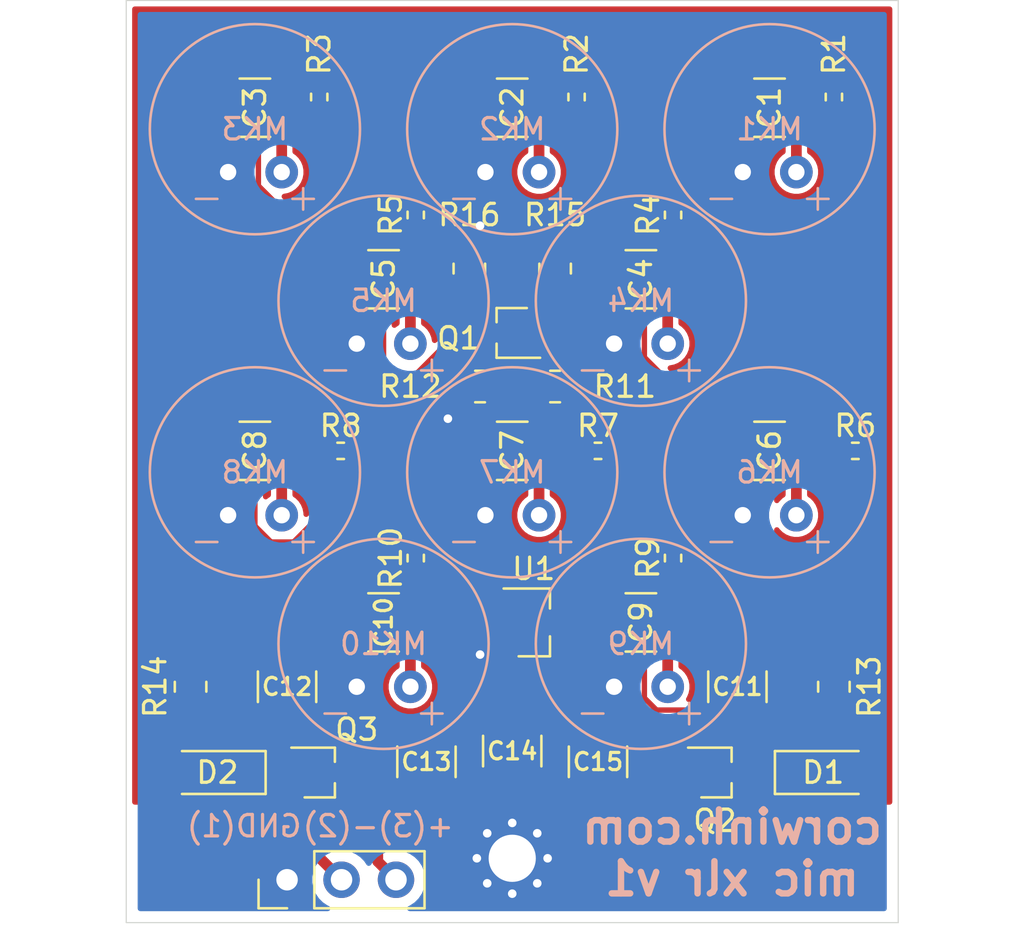
<source format=kicad_pcb>
(kicad_pcb (version 20171130) (host pcbnew 5.99.0+really5.1.12+dfsg1-1~bpo11+1)

  (general
    (thickness 1.6)
    (drawings 8)
    (tracks 149)
    (zones 0)
    (modules 49)
    (nets 20)
  )

  (page A4)
  (layers
    (0 F.Cu signal)
    (31 B.Cu signal)
    (32 B.Adhes user)
    (33 F.Adhes user)
    (34 B.Paste user)
    (35 F.Paste user)
    (36 B.SilkS user)
    (37 F.SilkS user)
    (38 B.Mask user)
    (39 F.Mask user)
    (40 Dwgs.User user)
    (41 Cmts.User user)
    (42 Eco1.User user)
    (43 Eco2.User user)
    (44 Edge.Cuts user)
    (45 Margin user)
    (46 B.CrtYd user)
    (47 F.CrtYd user)
    (48 B.Fab user)
    (49 F.Fab user)
  )

  (setup
    (last_trace_width 0.25)
    (user_trace_width 0.5)
    (user_trace_width 0.75)
    (user_trace_width 1)
    (trace_clearance 0.2)
    (zone_clearance 0.25)
    (zone_45_only no)
    (trace_min 0.2)
    (via_size 0.8)
    (via_drill 0.4)
    (via_min_size 0.4)
    (via_min_drill 0.3)
    (uvia_size 0.3)
    (uvia_drill 0.1)
    (uvias_allowed no)
    (uvia_min_size 0.2)
    (uvia_min_drill 0.1)
    (edge_width 0.05)
    (segment_width 0.2)
    (pcb_text_width 0.3)
    (pcb_text_size 1.5 1.5)
    (mod_edge_width 0.12)
    (mod_text_size 1 1)
    (mod_text_width 0.15)
    (pad_size 1.524 1.524)
    (pad_drill 0.762)
    (pad_to_mask_clearance 0)
    (aux_axis_origin 0 0)
    (visible_elements FFFFFF7F)
    (pcbplotparams
      (layerselection 0x010fc_ffffffff)
      (usegerberextensions false)
      (usegerberattributes true)
      (usegerberadvancedattributes true)
      (creategerberjobfile true)
      (excludeedgelayer true)
      (linewidth 0.100000)
      (plotframeref false)
      (viasonmask false)
      (mode 1)
      (useauxorigin false)
      (hpglpennumber 1)
      (hpglpenspeed 20)
      (hpglpendiameter 15.000000)
      (psnegative false)
      (psa4output false)
      (plotreference true)
      (plotvalue true)
      (plotinvisibletext false)
      (padsonsilk false)
      (subtractmaskfromsilk false)
      (outputformat 1)
      (mirror false)
      (drillshape 1)
      (scaleselection 1)
      (outputdirectory ""))
  )

  (net 0 "")
  (net 1 "Net-(C1-Pad2)")
  (net 2 "Net-(C1-Pad1)")
  (net 3 "Net-(C2-Pad2)")
  (net 4 "Net-(C3-Pad2)")
  (net 5 "Net-(C4-Pad2)")
  (net 6 "Net-(C5-Pad2)")
  (net 7 "Net-(C6-Pad2)")
  (net 8 "Net-(C7-Pad2)")
  (net 9 "Net-(C8-Pad2)")
  (net 10 "Net-(C9-Pad2)")
  (net 11 "Net-(C10-Pad2)")
  (net 12 GND)
  (net 13 "Net-(C11-Pad1)")
  (net 14 "Net-(D1-Pad1)")
  (net 15 "Net-(D2-Pad1)")
  (net 16 "Net-(C11-Pad2)")
  (net 17 "Net-(C12-Pad2)")
  (net 18 "Net-(C12-Pad1)")
  (net 19 "Net-(C13-Pad1)")

  (net_class Default "This is the default net class."
    (clearance 0.2)
    (trace_width 0.25)
    (via_dia 0.8)
    (via_drill 0.4)
    (uvia_dia 0.3)
    (uvia_drill 0.1)
    (add_net GND)
    (add_net "Net-(C1-Pad1)")
    (add_net "Net-(C1-Pad2)")
    (add_net "Net-(C10-Pad2)")
    (add_net "Net-(C11-Pad1)")
    (add_net "Net-(C11-Pad2)")
    (add_net "Net-(C12-Pad1)")
    (add_net "Net-(C12-Pad2)")
    (add_net "Net-(C13-Pad1)")
    (add_net "Net-(C2-Pad2)")
    (add_net "Net-(C3-Pad2)")
    (add_net "Net-(C4-Pad2)")
    (add_net "Net-(C5-Pad2)")
    (add_net "Net-(C6-Pad2)")
    (add_net "Net-(C7-Pad2)")
    (add_net "Net-(C8-Pad2)")
    (add_net "Net-(C9-Pad2)")
    (add_net "Net-(D1-Pad1)")
    (add_net "Net-(D2-Pad1)")
  )

  (module Electret_Condenser_Microphone:CUI_CMA-6542PF (layer B.Cu) (tedit 61A4EB1A) (tstamp 61B23EC1)
    (at 99 24)
    (descr "CMA-6542PF Electret Condenser micropone from CUI")
    (tags "CMA-6542PF Electret Condenser micropone CUI")
    (path /61AC046E)
    (fp_text reference MK2 (at 0 0) (layer B.SilkS)
      (effects (font (size 1 1) (thickness 0.15)) (justify mirror))
    )
    (fp_text value Electret_Condenser_Microphone (at 0 5) (layer B.Fab)
      (effects (font (size 1 1) (thickness 0.15)) (justify mirror))
    )
    (fp_line (start -2.75 3.25) (end -1.75 3.25) (layer B.SilkS) (width 0.12))
    (fp_line (start 2.25 3.75) (end 2.25 2.75) (layer B.SilkS) (width 0.12))
    (fp_line (start 1.75 3.25) (end 2.75 3.25) (layer B.SilkS) (width 0.12))
    (fp_circle (center 0 0) (end 4.9 0) (layer B.SilkS) (width 0.12))
    (pad 2 thru_hole circle (at -1.25 2) (size 1.524 1.524) (drill 0.762) (layers *.Cu *.Mask)
      (net 12 GND))
    (pad 1 thru_hole circle (at 1.25 2) (size 1.524 1.524) (drill 0.762) (layers *.Cu *.Mask)
      (net 3 "Net-(C2-Pad2)"))
  )

  (module MountingHole:MountingHole_2.2mm_M2_Pad_Via (layer F.Cu) (tedit 56DDB9C7) (tstamp 61B25605)
    (at 99 58)
    (descr "Mounting Hole 2.2mm, M2")
    (tags "mounting hole 2.2mm m2")
    (path /61B9ED6D)
    (attr virtual)
    (fp_text reference H1 (at 0 -3.2) (layer F.SilkS) hide
      (effects (font (size 1 1) (thickness 0.15)))
    )
    (fp_text value MountingHole_Pad (at 0 3.2) (layer F.Fab)
      (effects (font (size 1 1) (thickness 0.15)))
    )
    (fp_circle (center 0 0) (end 2.45 0) (layer F.CrtYd) (width 0.05))
    (fp_circle (center 0 0) (end 2.2 0) (layer Cmts.User) (width 0.15))
    (fp_text user %R (at 0.3 0) (layer F.Fab)
      (effects (font (size 1 1) (thickness 0.15)))
    )
    (pad 1 thru_hole circle (at 1.166726 -1.166726) (size 0.7 0.7) (drill 0.4) (layers *.Cu *.Mask)
      (net 12 GND))
    (pad 1 thru_hole circle (at 0 -1.65) (size 0.7 0.7) (drill 0.4) (layers *.Cu *.Mask)
      (net 12 GND))
    (pad 1 thru_hole circle (at -1.166726 -1.166726) (size 0.7 0.7) (drill 0.4) (layers *.Cu *.Mask)
      (net 12 GND))
    (pad 1 thru_hole circle (at -1.65 0) (size 0.7 0.7) (drill 0.4) (layers *.Cu *.Mask)
      (net 12 GND))
    (pad 1 thru_hole circle (at -1.166726 1.166726) (size 0.7 0.7) (drill 0.4) (layers *.Cu *.Mask)
      (net 12 GND))
    (pad 1 thru_hole circle (at 0 1.65) (size 0.7 0.7) (drill 0.4) (layers *.Cu *.Mask)
      (net 12 GND))
    (pad 1 thru_hole circle (at 1.166726 1.166726) (size 0.7 0.7) (drill 0.4) (layers *.Cu *.Mask)
      (net 12 GND))
    (pad 1 thru_hole circle (at 1.65 0) (size 0.7 0.7) (drill 0.4) (layers *.Cu *.Mask)
      (net 12 GND))
    (pad 1 thru_hole circle (at 0 0) (size 4.4 4.4) (drill 2.2) (layers *.Cu *.Mask)
      (net 12 GND))
  )

  (module Package_TO_SOT_SMD:SOT-23 (layer F.Cu) (tedit 5A02FF57) (tstamp 61B22962)
    (at 100 47)
    (descr "SOT-23, Standard")
    (tags SOT-23)
    (path /61AC6CF2)
    (attr smd)
    (fp_text reference U1 (at 0 -2.5) (layer F.SilkS)
      (effects (font (size 1 1) (thickness 0.15)))
    )
    (fp_text value LM4040DBZ-5 (at 0 2.5) (layer F.Fab)
      (effects (font (size 1 1) (thickness 0.15)))
    )
    (fp_line (start 0.76 1.58) (end -0.7 1.58) (layer F.SilkS) (width 0.12))
    (fp_line (start 0.76 -1.58) (end -1.4 -1.58) (layer F.SilkS) (width 0.12))
    (fp_line (start -1.7 1.75) (end -1.7 -1.75) (layer F.CrtYd) (width 0.05))
    (fp_line (start 1.7 1.75) (end -1.7 1.75) (layer F.CrtYd) (width 0.05))
    (fp_line (start 1.7 -1.75) (end 1.7 1.75) (layer F.CrtYd) (width 0.05))
    (fp_line (start -1.7 -1.75) (end 1.7 -1.75) (layer F.CrtYd) (width 0.05))
    (fp_line (start 0.76 -1.58) (end 0.76 -0.65) (layer F.SilkS) (width 0.12))
    (fp_line (start 0.76 1.58) (end 0.76 0.65) (layer F.SilkS) (width 0.12))
    (fp_line (start -0.7 1.52) (end 0.7 1.52) (layer F.Fab) (width 0.1))
    (fp_line (start 0.7 -1.52) (end 0.7 1.52) (layer F.Fab) (width 0.1))
    (fp_line (start -0.7 -0.95) (end -0.15 -1.52) (layer F.Fab) (width 0.1))
    (fp_line (start -0.15 -1.52) (end 0.7 -1.52) (layer F.Fab) (width 0.1))
    (fp_line (start -0.7 -0.95) (end -0.7 1.5) (layer F.Fab) (width 0.1))
    (fp_text user %R (at 0 0 90) (layer F.Fab)
      (effects (font (size 0.5 0.5) (thickness 0.075)))
    )
    (pad 3 smd rect (at 1 0) (size 0.9 0.8) (layers F.Cu F.Paste F.Mask))
    (pad 2 smd rect (at -1 0.95) (size 0.9 0.8) (layers F.Cu F.Paste F.Mask)
      (net 12 GND))
    (pad 1 smd rect (at -1 -0.95) (size 0.9 0.8) (layers F.Cu F.Paste F.Mask)
      (net 19 "Net-(C13-Pad1)"))
    (model ${KISYS3DMOD}/Package_TO_SOT_SMD.3dshapes/SOT-23.wrl
      (at (xyz 0 0 0))
      (scale (xyz 1 1 1))
      (rotate (xyz 0 0 0))
    )
  )

  (module Resistor_SMD:R_0805_2012Metric (layer F.Cu) (tedit 5F68FEEE) (tstamp 61B271B7)
    (at 97 30.5 90)
    (descr "Resistor SMD 0805 (2012 Metric), square (rectangular) end terminal, IPC_7351 nominal, (Body size source: IPC-SM-782 page 72, https://www.pcb-3d.com/wordpress/wp-content/uploads/ipc-sm-782a_amendment_1_and_2.pdf), generated with kicad-footprint-generator")
    (tags resistor)
    (path /61F74CE5)
    (attr smd)
    (fp_text reference R16 (at 2.5 0 180) (layer F.SilkS)
      (effects (font (size 1 1) (thickness 0.15)))
    )
    (fp_text value 1k (at 0 1.65 90) (layer F.Fab)
      (effects (font (size 1 1) (thickness 0.15)))
    )
    (fp_line (start 1.68 0.95) (end -1.68 0.95) (layer F.CrtYd) (width 0.05))
    (fp_line (start 1.68 -0.95) (end 1.68 0.95) (layer F.CrtYd) (width 0.05))
    (fp_line (start -1.68 -0.95) (end 1.68 -0.95) (layer F.CrtYd) (width 0.05))
    (fp_line (start -1.68 0.95) (end -1.68 -0.95) (layer F.CrtYd) (width 0.05))
    (fp_line (start -0.227064 0.735) (end 0.227064 0.735) (layer F.SilkS) (width 0.12))
    (fp_line (start -0.227064 -0.735) (end 0.227064 -0.735) (layer F.SilkS) (width 0.12))
    (fp_line (start 1 0.625) (end -1 0.625) (layer F.Fab) (width 0.1))
    (fp_line (start 1 -0.625) (end 1 0.625) (layer F.Fab) (width 0.1))
    (fp_line (start -1 -0.625) (end 1 -0.625) (layer F.Fab) (width 0.1))
    (fp_line (start -1 0.625) (end -1 -0.625) (layer F.Fab) (width 0.1))
    (fp_text user %R (at 0 0 90) (layer F.Fab)
      (effects (font (size 0.5 0.5) (thickness 0.08)))
    )
    (pad 2 smd roundrect (at 0.9125 0 90) (size 1.025 1.4) (layers F.Cu F.Paste F.Mask) (roundrect_rratio 0.243902)
      (net 12 GND))
    (pad 1 smd roundrect (at -0.9125 0 90) (size 1.025 1.4) (layers F.Cu F.Paste F.Mask) (roundrect_rratio 0.243902)
      (net 17 "Net-(C12-Pad2)"))
    (model ${KISYS3DMOD}/Resistor_SMD.3dshapes/R_0805_2012Metric.wrl
      (at (xyz 0 0 0))
      (scale (xyz 1 1 1))
      (rotate (xyz 0 0 0))
    )
  )

  (module Resistor_SMD:R_0805_2012Metric (layer F.Cu) (tedit 5F68FEEE) (tstamp 61B26F50)
    (at 101 30.5 270)
    (descr "Resistor SMD 0805 (2012 Metric), square (rectangular) end terminal, IPC_7351 nominal, (Body size source: IPC-SM-782 page 72, https://www.pcb-3d.com/wordpress/wp-content/uploads/ipc-sm-782a_amendment_1_and_2.pdf), generated with kicad-footprint-generator")
    (tags resistor)
    (path /61F62085)
    (attr smd)
    (fp_text reference R15 (at -2.5 0 180) (layer F.SilkS)
      (effects (font (size 1 1) (thickness 0.15)))
    )
    (fp_text value 1k (at 0 1.65 90) (layer F.Fab)
      (effects (font (size 1 1) (thickness 0.15)))
    )
    (fp_line (start 1.68 0.95) (end -1.68 0.95) (layer F.CrtYd) (width 0.05))
    (fp_line (start 1.68 -0.95) (end 1.68 0.95) (layer F.CrtYd) (width 0.05))
    (fp_line (start -1.68 -0.95) (end 1.68 -0.95) (layer F.CrtYd) (width 0.05))
    (fp_line (start -1.68 0.95) (end -1.68 -0.95) (layer F.CrtYd) (width 0.05))
    (fp_line (start -0.227064 0.735) (end 0.227064 0.735) (layer F.SilkS) (width 0.12))
    (fp_line (start -0.227064 -0.735) (end 0.227064 -0.735) (layer F.SilkS) (width 0.12))
    (fp_line (start 1 0.625) (end -1 0.625) (layer F.Fab) (width 0.1))
    (fp_line (start 1 -0.625) (end 1 0.625) (layer F.Fab) (width 0.1))
    (fp_line (start -1 -0.625) (end 1 -0.625) (layer F.Fab) (width 0.1))
    (fp_line (start -1 0.625) (end -1 -0.625) (layer F.Fab) (width 0.1))
    (fp_text user %R (at 0 0 90) (layer F.Fab)
      (effects (font (size 0.5 0.5) (thickness 0.08)))
    )
    (pad 2 smd roundrect (at 0.9125 0 270) (size 1.025 1.4) (layers F.Cu F.Paste F.Mask) (roundrect_rratio 0.243902)
      (net 16 "Net-(C11-Pad2)"))
    (pad 1 smd roundrect (at -0.9125 0 270) (size 1.025 1.4) (layers F.Cu F.Paste F.Mask) (roundrect_rratio 0.243902)
      (net 19 "Net-(C13-Pad1)"))
    (model ${KISYS3DMOD}/Resistor_SMD.3dshapes/R_0805_2012Metric.wrl
      (at (xyz 0 0 0))
      (scale (xyz 1 1 1))
      (rotate (xyz 0 0 0))
    )
  )

  (module Resistor_SMD:R_0805_2012Metric (layer F.Cu) (tedit 5F68FEEE) (tstamp 61B26F80)
    (at 84 50 90)
    (descr "Resistor SMD 0805 (2012 Metric), square (rectangular) end terminal, IPC_7351 nominal, (Body size source: IPC-SM-782 page 72, https://www.pcb-3d.com/wordpress/wp-content/uploads/ipc-sm-782a_amendment_1_and_2.pdf), generated with kicad-footprint-generator")
    (tags resistor)
    (path /62045972)
    (attr smd)
    (fp_text reference R14 (at 0 -1.65 90) (layer F.SilkS)
      (effects (font (size 1 1) (thickness 0.15)))
    )
    (fp_text value 100k (at 0 1.65 90) (layer F.Fab)
      (effects (font (size 1 1) (thickness 0.15)))
    )
    (fp_line (start 1.68 0.95) (end -1.68 0.95) (layer F.CrtYd) (width 0.05))
    (fp_line (start 1.68 -0.95) (end 1.68 0.95) (layer F.CrtYd) (width 0.05))
    (fp_line (start -1.68 -0.95) (end 1.68 -0.95) (layer F.CrtYd) (width 0.05))
    (fp_line (start -1.68 0.95) (end -1.68 -0.95) (layer F.CrtYd) (width 0.05))
    (fp_line (start -0.227064 0.735) (end 0.227064 0.735) (layer F.SilkS) (width 0.12))
    (fp_line (start -0.227064 -0.735) (end 0.227064 -0.735) (layer F.SilkS) (width 0.12))
    (fp_line (start 1 0.625) (end -1 0.625) (layer F.Fab) (width 0.1))
    (fp_line (start 1 -0.625) (end 1 0.625) (layer F.Fab) (width 0.1))
    (fp_line (start -1 -0.625) (end 1 -0.625) (layer F.Fab) (width 0.1))
    (fp_line (start -1 0.625) (end -1 -0.625) (layer F.Fab) (width 0.1))
    (fp_text user %R (at 0 0 90) (layer F.Fab)
      (effects (font (size 0.5 0.5) (thickness 0.08)))
    )
    (pad 2 smd roundrect (at 0.9125 0 90) (size 1.025 1.4) (layers F.Cu F.Paste F.Mask) (roundrect_rratio 0.243902)
      (net 18 "Net-(C12-Pad1)"))
    (pad 1 smd roundrect (at -0.9125 0 90) (size 1.025 1.4) (layers F.Cu F.Paste F.Mask) (roundrect_rratio 0.243902)
      (net 19 "Net-(C13-Pad1)"))
    (model ${KISYS3DMOD}/Resistor_SMD.3dshapes/R_0805_2012Metric.wrl
      (at (xyz 0 0 0))
      (scale (xyz 1 1 1))
      (rotate (xyz 0 0 0))
    )
  )

  (module Resistor_SMD:R_0805_2012Metric (layer F.Cu) (tedit 5F68FEEE) (tstamp 61B26FB0)
    (at 114 50 270)
    (descr "Resistor SMD 0805 (2012 Metric), square (rectangular) end terminal, IPC_7351 nominal, (Body size source: IPC-SM-782 page 72, https://www.pcb-3d.com/wordpress/wp-content/uploads/ipc-sm-782a_amendment_1_and_2.pdf), generated with kicad-footprint-generator")
    (tags resistor)
    (path /620441FC)
    (attr smd)
    (fp_text reference R13 (at 0 -1.65 90) (layer F.SilkS)
      (effects (font (size 1 1) (thickness 0.15)))
    )
    (fp_text value 100k (at 0 1.65 90) (layer F.Fab)
      (effects (font (size 1 1) (thickness 0.15)))
    )
    (fp_line (start 1.68 0.95) (end -1.68 0.95) (layer F.CrtYd) (width 0.05))
    (fp_line (start 1.68 -0.95) (end 1.68 0.95) (layer F.CrtYd) (width 0.05))
    (fp_line (start -1.68 -0.95) (end 1.68 -0.95) (layer F.CrtYd) (width 0.05))
    (fp_line (start -1.68 0.95) (end -1.68 -0.95) (layer F.CrtYd) (width 0.05))
    (fp_line (start -0.227064 0.735) (end 0.227064 0.735) (layer F.SilkS) (width 0.12))
    (fp_line (start -0.227064 -0.735) (end 0.227064 -0.735) (layer F.SilkS) (width 0.12))
    (fp_line (start 1 0.625) (end -1 0.625) (layer F.Fab) (width 0.1))
    (fp_line (start 1 -0.625) (end 1 0.625) (layer F.Fab) (width 0.1))
    (fp_line (start -1 -0.625) (end 1 -0.625) (layer F.Fab) (width 0.1))
    (fp_line (start -1 0.625) (end -1 -0.625) (layer F.Fab) (width 0.1))
    (fp_text user %R (at 0 0 90) (layer F.Fab)
      (effects (font (size 0.5 0.5) (thickness 0.08)))
    )
    (pad 2 smd roundrect (at 0.9125 0 270) (size 1.025 1.4) (layers F.Cu F.Paste F.Mask) (roundrect_rratio 0.243902)
      (net 19 "Net-(C13-Pad1)"))
    (pad 1 smd roundrect (at -0.9125 0 270) (size 1.025 1.4) (layers F.Cu F.Paste F.Mask) (roundrect_rratio 0.243902)
      (net 13 "Net-(C11-Pad1)"))
    (model ${KISYS3DMOD}/Resistor_SMD.3dshapes/R_0805_2012Metric.wrl
      (at (xyz 0 0 0))
      (scale (xyz 1 1 1))
      (rotate (xyz 0 0 0))
    )
  )

  (module Resistor_SMD:R_0805_2012Metric (layer F.Cu) (tedit 5F68FEEE) (tstamp 61B26FE0)
    (at 97.5 36 180)
    (descr "Resistor SMD 0805 (2012 Metric), square (rectangular) end terminal, IPC_7351 nominal, (Body size source: IPC-SM-782 page 72, https://www.pcb-3d.com/wordpress/wp-content/uploads/ipc-sm-782a_amendment_1_and_2.pdf), generated with kicad-footprint-generator")
    (tags resistor)
    (path /61B5F9B1)
    (attr smd)
    (fp_text reference R12 (at 3.25 0) (layer F.SilkS)
      (effects (font (size 1 1) (thickness 0.15)))
    )
    (fp_text value 100k (at 0 1.65) (layer F.Fab)
      (effects (font (size 1 1) (thickness 0.15)))
    )
    (fp_line (start 1.68 0.95) (end -1.68 0.95) (layer F.CrtYd) (width 0.05))
    (fp_line (start 1.68 -0.95) (end 1.68 0.95) (layer F.CrtYd) (width 0.05))
    (fp_line (start -1.68 -0.95) (end 1.68 -0.95) (layer F.CrtYd) (width 0.05))
    (fp_line (start -1.68 0.95) (end -1.68 -0.95) (layer F.CrtYd) (width 0.05))
    (fp_line (start -0.227064 0.735) (end 0.227064 0.735) (layer F.SilkS) (width 0.12))
    (fp_line (start -0.227064 -0.735) (end 0.227064 -0.735) (layer F.SilkS) (width 0.12))
    (fp_line (start 1 0.625) (end -1 0.625) (layer F.Fab) (width 0.1))
    (fp_line (start 1 -0.625) (end 1 0.625) (layer F.Fab) (width 0.1))
    (fp_line (start -1 -0.625) (end 1 -0.625) (layer F.Fab) (width 0.1))
    (fp_line (start -1 0.625) (end -1 -0.625) (layer F.Fab) (width 0.1))
    (fp_text user %R (at 0 0) (layer F.Fab)
      (effects (font (size 0.5 0.5) (thickness 0.08)))
    )
    (pad 2 smd roundrect (at 0.9125 0 180) (size 1.025 1.4) (layers F.Cu F.Paste F.Mask) (roundrect_rratio 0.243902)
      (net 12 GND))
    (pad 1 smd roundrect (at -0.9125 0 180) (size 1.025 1.4) (layers F.Cu F.Paste F.Mask) (roundrect_rratio 0.243902)
      (net 2 "Net-(C1-Pad1)"))
    (model ${KISYS3DMOD}/Resistor_SMD.3dshapes/R_0805_2012Metric.wrl
      (at (xyz 0 0 0))
      (scale (xyz 1 1 1))
      (rotate (xyz 0 0 0))
    )
  )

  (module Resistor_SMD:R_0805_2012Metric (layer F.Cu) (tedit 5F68FEEE) (tstamp 61B27010)
    (at 101 36 180)
    (descr "Resistor SMD 0805 (2012 Metric), square (rectangular) end terminal, IPC_7351 nominal, (Body size source: IPC-SM-782 page 72, https://www.pcb-3d.com/wordpress/wp-content/uploads/ipc-sm-782a_amendment_1_and_2.pdf), generated with kicad-footprint-generator")
    (tags resistor)
    (path /61B5F42A)
    (attr smd)
    (fp_text reference R11 (at -3.25 0) (layer F.SilkS)
      (effects (font (size 1 1) (thickness 0.15)))
    )
    (fp_text value 100k (at 0 1.65) (layer F.Fab)
      (effects (font (size 1 1) (thickness 0.15)))
    )
    (fp_line (start 1.68 0.95) (end -1.68 0.95) (layer F.CrtYd) (width 0.05))
    (fp_line (start 1.68 -0.95) (end 1.68 0.95) (layer F.CrtYd) (width 0.05))
    (fp_line (start -1.68 -0.95) (end 1.68 -0.95) (layer F.CrtYd) (width 0.05))
    (fp_line (start -1.68 0.95) (end -1.68 -0.95) (layer F.CrtYd) (width 0.05))
    (fp_line (start -0.227064 0.735) (end 0.227064 0.735) (layer F.SilkS) (width 0.12))
    (fp_line (start -0.227064 -0.735) (end 0.227064 -0.735) (layer F.SilkS) (width 0.12))
    (fp_line (start 1 0.625) (end -1 0.625) (layer F.Fab) (width 0.1))
    (fp_line (start 1 -0.625) (end 1 0.625) (layer F.Fab) (width 0.1))
    (fp_line (start -1 -0.625) (end 1 -0.625) (layer F.Fab) (width 0.1))
    (fp_line (start -1 0.625) (end -1 -0.625) (layer F.Fab) (width 0.1))
    (fp_text user %R (at 0 0) (layer F.Fab)
      (effects (font (size 0.5 0.5) (thickness 0.08)))
    )
    (pad 2 smd roundrect (at 0.9125 0 180) (size 1.025 1.4) (layers F.Cu F.Paste F.Mask) (roundrect_rratio 0.243902)
      (net 2 "Net-(C1-Pad1)"))
    (pad 1 smd roundrect (at -0.9125 0 180) (size 1.025 1.4) (layers F.Cu F.Paste F.Mask) (roundrect_rratio 0.243902)
      (net 19 "Net-(C13-Pad1)"))
    (model ${KISYS3DMOD}/Resistor_SMD.3dshapes/R_0805_2012Metric.wrl
      (at (xyz 0 0 0))
      (scale (xyz 1 1 1))
      (rotate (xyz 0 0 0))
    )
  )

  (module Resistor_SMD:R_0402_1005Metric (layer F.Cu) (tedit 5F68FEEE) (tstamp 61B26D40)
    (at 94.5 44 90)
    (descr "Resistor SMD 0402 (1005 Metric), square (rectangular) end terminal, IPC_7351 nominal, (Body size source: IPC-SM-782 page 72, https://www.pcb-3d.com/wordpress/wp-content/uploads/ipc-sm-782a_amendment_1_and_2.pdf), generated with kicad-footprint-generator")
    (tags resistor)
    (path /61AF1133)
    (attr smd)
    (fp_text reference R10 (at 0 -1.17 90) (layer F.SilkS)
      (effects (font (size 1 1) (thickness 0.15)))
    )
    (fp_text value 2.2k (at 0 1.17 90) (layer F.Fab)
      (effects (font (size 1 1) (thickness 0.15)))
    )
    (fp_line (start 0.93 0.47) (end -0.93 0.47) (layer F.CrtYd) (width 0.05))
    (fp_line (start 0.93 -0.47) (end 0.93 0.47) (layer F.CrtYd) (width 0.05))
    (fp_line (start -0.93 -0.47) (end 0.93 -0.47) (layer F.CrtYd) (width 0.05))
    (fp_line (start -0.93 0.47) (end -0.93 -0.47) (layer F.CrtYd) (width 0.05))
    (fp_line (start -0.153641 0.38) (end 0.153641 0.38) (layer F.SilkS) (width 0.12))
    (fp_line (start -0.153641 -0.38) (end 0.153641 -0.38) (layer F.SilkS) (width 0.12))
    (fp_line (start 0.525 0.27) (end -0.525 0.27) (layer F.Fab) (width 0.1))
    (fp_line (start 0.525 -0.27) (end 0.525 0.27) (layer F.Fab) (width 0.1))
    (fp_line (start -0.525 -0.27) (end 0.525 -0.27) (layer F.Fab) (width 0.1))
    (fp_line (start -0.525 0.27) (end -0.525 -0.27) (layer F.Fab) (width 0.1))
    (fp_text user %R (at 0 0 90) (layer F.Fab)
      (effects (font (size 0.26 0.26) (thickness 0.04)))
    )
    (pad 2 smd roundrect (at 0.51 0 90) (size 0.54 0.64) (layers F.Cu F.Paste F.Mask) (roundrect_rratio 0.25)
      (net 19 "Net-(C13-Pad1)"))
    (pad 1 smd roundrect (at -0.51 0 90) (size 0.54 0.64) (layers F.Cu F.Paste F.Mask) (roundrect_rratio 0.25)
      (net 11 "Net-(C10-Pad2)"))
    (model ${KISYS3DMOD}/Resistor_SMD.3dshapes/R_0402_1005Metric.wrl
      (at (xyz 0 0 0))
      (scale (xyz 1 1 1))
      (rotate (xyz 0 0 0))
    )
  )

  (module Resistor_SMD:R_0402_1005Metric (layer F.Cu) (tedit 5F68FEEE) (tstamp 61B2460B)
    (at 106.5 44 90)
    (descr "Resistor SMD 0402 (1005 Metric), square (rectangular) end terminal, IPC_7351 nominal, (Body size source: IPC-SM-782 page 72, https://www.pcb-3d.com/wordpress/wp-content/uploads/ipc-sm-782a_amendment_1_and_2.pdf), generated with kicad-footprint-generator")
    (tags resistor)
    (path /61AF03F2)
    (attr smd)
    (fp_text reference R9 (at 0 -1.17 90) (layer F.SilkS)
      (effects (font (size 1 1) (thickness 0.15)))
    )
    (fp_text value 2.2k (at 0 1.17 90) (layer F.Fab)
      (effects (font (size 1 1) (thickness 0.15)))
    )
    (fp_line (start 0.93 0.47) (end -0.93 0.47) (layer F.CrtYd) (width 0.05))
    (fp_line (start 0.93 -0.47) (end 0.93 0.47) (layer F.CrtYd) (width 0.05))
    (fp_line (start -0.93 -0.47) (end 0.93 -0.47) (layer F.CrtYd) (width 0.05))
    (fp_line (start -0.93 0.47) (end -0.93 -0.47) (layer F.CrtYd) (width 0.05))
    (fp_line (start -0.153641 0.38) (end 0.153641 0.38) (layer F.SilkS) (width 0.12))
    (fp_line (start -0.153641 -0.38) (end 0.153641 -0.38) (layer F.SilkS) (width 0.12))
    (fp_line (start 0.525 0.27) (end -0.525 0.27) (layer F.Fab) (width 0.1))
    (fp_line (start 0.525 -0.27) (end 0.525 0.27) (layer F.Fab) (width 0.1))
    (fp_line (start -0.525 -0.27) (end 0.525 -0.27) (layer F.Fab) (width 0.1))
    (fp_line (start -0.525 0.27) (end -0.525 -0.27) (layer F.Fab) (width 0.1))
    (fp_text user %R (at 0 0 90) (layer F.Fab)
      (effects (font (size 0.26 0.26) (thickness 0.04)))
    )
    (pad 2 smd roundrect (at 0.51 0 90) (size 0.54 0.64) (layers F.Cu F.Paste F.Mask) (roundrect_rratio 0.25)
      (net 19 "Net-(C13-Pad1)"))
    (pad 1 smd roundrect (at -0.51 0 90) (size 0.54 0.64) (layers F.Cu F.Paste F.Mask) (roundrect_rratio 0.25)
      (net 10 "Net-(C9-Pad2)"))
    (model ${KISYS3DMOD}/Resistor_SMD.3dshapes/R_0402_1005Metric.wrl
      (at (xyz 0 0 0))
      (scale (xyz 1 1 1))
      (rotate (xyz 0 0 0))
    )
  )

  (module Resistor_SMD:R_0402_1005Metric (layer F.Cu) (tedit 5F68FEEE) (tstamp 61B228C5)
    (at 91 39)
    (descr "Resistor SMD 0402 (1005 Metric), square (rectangular) end terminal, IPC_7351 nominal, (Body size source: IPC-SM-782 page 72, https://www.pcb-3d.com/wordpress/wp-content/uploads/ipc-sm-782a_amendment_1_and_2.pdf), generated with kicad-footprint-generator")
    (tags resistor)
    (path /61AEE87A)
    (attr smd)
    (fp_text reference R8 (at 0 -1.17) (layer F.SilkS)
      (effects (font (size 1 1) (thickness 0.15)))
    )
    (fp_text value 2.2k (at 0 1.17) (layer F.Fab)
      (effects (font (size 1 1) (thickness 0.15)))
    )
    (fp_line (start 0.93 0.47) (end -0.93 0.47) (layer F.CrtYd) (width 0.05))
    (fp_line (start 0.93 -0.47) (end 0.93 0.47) (layer F.CrtYd) (width 0.05))
    (fp_line (start -0.93 -0.47) (end 0.93 -0.47) (layer F.CrtYd) (width 0.05))
    (fp_line (start -0.93 0.47) (end -0.93 -0.47) (layer F.CrtYd) (width 0.05))
    (fp_line (start -0.153641 0.38) (end 0.153641 0.38) (layer F.SilkS) (width 0.12))
    (fp_line (start -0.153641 -0.38) (end 0.153641 -0.38) (layer F.SilkS) (width 0.12))
    (fp_line (start 0.525 0.27) (end -0.525 0.27) (layer F.Fab) (width 0.1))
    (fp_line (start 0.525 -0.27) (end 0.525 0.27) (layer F.Fab) (width 0.1))
    (fp_line (start -0.525 -0.27) (end 0.525 -0.27) (layer F.Fab) (width 0.1))
    (fp_line (start -0.525 0.27) (end -0.525 -0.27) (layer F.Fab) (width 0.1))
    (fp_text user %R (at 0 0) (layer F.Fab)
      (effects (font (size 0.26 0.26) (thickness 0.04)))
    )
    (pad 2 smd roundrect (at 0.51 0) (size 0.54 0.64) (layers F.Cu F.Paste F.Mask) (roundrect_rratio 0.25)
      (net 19 "Net-(C13-Pad1)"))
    (pad 1 smd roundrect (at -0.51 0) (size 0.54 0.64) (layers F.Cu F.Paste F.Mask) (roundrect_rratio 0.25)
      (net 9 "Net-(C8-Pad2)"))
    (model ${KISYS3DMOD}/Resistor_SMD.3dshapes/R_0402_1005Metric.wrl
      (at (xyz 0 0 0))
      (scale (xyz 1 1 1))
      (rotate (xyz 0 0 0))
    )
  )

  (module Resistor_SMD:R_0402_1005Metric (layer F.Cu) (tedit 5F68FEEE) (tstamp 61B26AA2)
    (at 103 39)
    (descr "Resistor SMD 0402 (1005 Metric), square (rectangular) end terminal, IPC_7351 nominal, (Body size source: IPC-SM-782 page 72, https://www.pcb-3d.com/wordpress/wp-content/uploads/ipc-sm-782a_amendment_1_and_2.pdf), generated with kicad-footprint-generator")
    (tags resistor)
    (path /61AEDBBD)
    (attr smd)
    (fp_text reference R7 (at 0 -1.17) (layer F.SilkS)
      (effects (font (size 1 1) (thickness 0.15)))
    )
    (fp_text value 2.2k (at 0 1.17) (layer F.Fab)
      (effects (font (size 1 1) (thickness 0.15)))
    )
    (fp_line (start 0.93 0.47) (end -0.93 0.47) (layer F.CrtYd) (width 0.05))
    (fp_line (start 0.93 -0.47) (end 0.93 0.47) (layer F.CrtYd) (width 0.05))
    (fp_line (start -0.93 -0.47) (end 0.93 -0.47) (layer F.CrtYd) (width 0.05))
    (fp_line (start -0.93 0.47) (end -0.93 -0.47) (layer F.CrtYd) (width 0.05))
    (fp_line (start -0.153641 0.38) (end 0.153641 0.38) (layer F.SilkS) (width 0.12))
    (fp_line (start -0.153641 -0.38) (end 0.153641 -0.38) (layer F.SilkS) (width 0.12))
    (fp_line (start 0.525 0.27) (end -0.525 0.27) (layer F.Fab) (width 0.1))
    (fp_line (start 0.525 -0.27) (end 0.525 0.27) (layer F.Fab) (width 0.1))
    (fp_line (start -0.525 -0.27) (end 0.525 -0.27) (layer F.Fab) (width 0.1))
    (fp_line (start -0.525 0.27) (end -0.525 -0.27) (layer F.Fab) (width 0.1))
    (fp_text user %R (at 0 0) (layer F.Fab)
      (effects (font (size 0.26 0.26) (thickness 0.04)))
    )
    (pad 2 smd roundrect (at 0.51 0) (size 0.54 0.64) (layers F.Cu F.Paste F.Mask) (roundrect_rratio 0.25)
      (net 19 "Net-(C13-Pad1)"))
    (pad 1 smd roundrect (at -0.51 0) (size 0.54 0.64) (layers F.Cu F.Paste F.Mask) (roundrect_rratio 0.25)
      (net 8 "Net-(C7-Pad2)"))
    (model ${KISYS3DMOD}/Resistor_SMD.3dshapes/R_0402_1005Metric.wrl
      (at (xyz 0 0 0))
      (scale (xyz 1 1 1))
      (rotate (xyz 0 0 0))
    )
  )

  (module Resistor_SMD:R_0402_1005Metric (layer F.Cu) (tedit 5F68FEEE) (tstamp 61B228A3)
    (at 115 39)
    (descr "Resistor SMD 0402 (1005 Metric), square (rectangular) end terminal, IPC_7351 nominal, (Body size source: IPC-SM-782 page 72, https://www.pcb-3d.com/wordpress/wp-content/uploads/ipc-sm-782a_amendment_1_and_2.pdf), generated with kicad-footprint-generator")
    (tags resistor)
    (path /61AECFE3)
    (attr smd)
    (fp_text reference R6 (at 0 -1.17) (layer F.SilkS)
      (effects (font (size 1 1) (thickness 0.15)))
    )
    (fp_text value 2.2k (at 0 1.17) (layer F.Fab)
      (effects (font (size 1 1) (thickness 0.15)))
    )
    (fp_line (start 0.93 0.47) (end -0.93 0.47) (layer F.CrtYd) (width 0.05))
    (fp_line (start 0.93 -0.47) (end 0.93 0.47) (layer F.CrtYd) (width 0.05))
    (fp_line (start -0.93 -0.47) (end 0.93 -0.47) (layer F.CrtYd) (width 0.05))
    (fp_line (start -0.93 0.47) (end -0.93 -0.47) (layer F.CrtYd) (width 0.05))
    (fp_line (start -0.153641 0.38) (end 0.153641 0.38) (layer F.SilkS) (width 0.12))
    (fp_line (start -0.153641 -0.38) (end 0.153641 -0.38) (layer F.SilkS) (width 0.12))
    (fp_line (start 0.525 0.27) (end -0.525 0.27) (layer F.Fab) (width 0.1))
    (fp_line (start 0.525 -0.27) (end 0.525 0.27) (layer F.Fab) (width 0.1))
    (fp_line (start -0.525 -0.27) (end 0.525 -0.27) (layer F.Fab) (width 0.1))
    (fp_line (start -0.525 0.27) (end -0.525 -0.27) (layer F.Fab) (width 0.1))
    (fp_text user %R (at 0 0) (layer F.Fab)
      (effects (font (size 0.26 0.26) (thickness 0.04)))
    )
    (pad 2 smd roundrect (at 0.51 0) (size 0.54 0.64) (layers F.Cu F.Paste F.Mask) (roundrect_rratio 0.25)
      (net 19 "Net-(C13-Pad1)"))
    (pad 1 smd roundrect (at -0.51 0) (size 0.54 0.64) (layers F.Cu F.Paste F.Mask) (roundrect_rratio 0.25)
      (net 7 "Net-(C6-Pad2)"))
    (model ${KISYS3DMOD}/Resistor_SMD.3dshapes/R_0402_1005Metric.wrl
      (at (xyz 0 0 0))
      (scale (xyz 1 1 1))
      (rotate (xyz 0 0 0))
    )
  )

  (module Resistor_SMD:R_0402_1005Metric (layer F.Cu) (tedit 5F68FEEE) (tstamp 61B24536)
    (at 94.5 28 90)
    (descr "Resistor SMD 0402 (1005 Metric), square (rectangular) end terminal, IPC_7351 nominal, (Body size source: IPC-SM-782 page 72, https://www.pcb-3d.com/wordpress/wp-content/uploads/ipc-sm-782a_amendment_1_and_2.pdf), generated with kicad-footprint-generator")
    (tags resistor)
    (path /61AEB606)
    (attr smd)
    (fp_text reference R5 (at 0 -1.17 90) (layer F.SilkS)
      (effects (font (size 1 1) (thickness 0.15)))
    )
    (fp_text value 2.2k (at 0 1.17 90) (layer F.Fab)
      (effects (font (size 1 1) (thickness 0.15)))
    )
    (fp_line (start 0.93 0.47) (end -0.93 0.47) (layer F.CrtYd) (width 0.05))
    (fp_line (start 0.93 -0.47) (end 0.93 0.47) (layer F.CrtYd) (width 0.05))
    (fp_line (start -0.93 -0.47) (end 0.93 -0.47) (layer F.CrtYd) (width 0.05))
    (fp_line (start -0.93 0.47) (end -0.93 -0.47) (layer F.CrtYd) (width 0.05))
    (fp_line (start -0.153641 0.38) (end 0.153641 0.38) (layer F.SilkS) (width 0.12))
    (fp_line (start -0.153641 -0.38) (end 0.153641 -0.38) (layer F.SilkS) (width 0.12))
    (fp_line (start 0.525 0.27) (end -0.525 0.27) (layer F.Fab) (width 0.1))
    (fp_line (start 0.525 -0.27) (end 0.525 0.27) (layer F.Fab) (width 0.1))
    (fp_line (start -0.525 -0.27) (end 0.525 -0.27) (layer F.Fab) (width 0.1))
    (fp_line (start -0.525 0.27) (end -0.525 -0.27) (layer F.Fab) (width 0.1))
    (fp_text user %R (at 0 0 90) (layer F.Fab)
      (effects (font (size 0.26 0.26) (thickness 0.04)))
    )
    (pad 2 smd roundrect (at 0.51 0 90) (size 0.54 0.64) (layers F.Cu F.Paste F.Mask) (roundrect_rratio 0.25)
      (net 19 "Net-(C13-Pad1)"))
    (pad 1 smd roundrect (at -0.51 0 90) (size 0.54 0.64) (layers F.Cu F.Paste F.Mask) (roundrect_rratio 0.25)
      (net 6 "Net-(C5-Pad2)"))
    (model ${KISYS3DMOD}/Resistor_SMD.3dshapes/R_0402_1005Metric.wrl
      (at (xyz 0 0 0))
      (scale (xyz 1 1 1))
      (rotate (xyz 0 0 0))
    )
  )

  (module Resistor_SMD:R_0402_1005Metric (layer F.Cu) (tedit 5F68FEEE) (tstamp 61B26CED)
    (at 106.5 28 90)
    (descr "Resistor SMD 0402 (1005 Metric), square (rectangular) end terminal, IPC_7351 nominal, (Body size source: IPC-SM-782 page 72, https://www.pcb-3d.com/wordpress/wp-content/uploads/ipc-sm-782a_amendment_1_and_2.pdf), generated with kicad-footprint-generator")
    (tags resistor)
    (path /61AEA913)
    (attr smd)
    (fp_text reference R4 (at 0 -1.17 90) (layer F.SilkS)
      (effects (font (size 1 1) (thickness 0.15)))
    )
    (fp_text value 2.2k (at 0 1.17 90) (layer F.Fab)
      (effects (font (size 1 1) (thickness 0.15)))
    )
    (fp_line (start 0.93 0.47) (end -0.93 0.47) (layer F.CrtYd) (width 0.05))
    (fp_line (start 0.93 -0.47) (end 0.93 0.47) (layer F.CrtYd) (width 0.05))
    (fp_line (start -0.93 -0.47) (end 0.93 -0.47) (layer F.CrtYd) (width 0.05))
    (fp_line (start -0.93 0.47) (end -0.93 -0.47) (layer F.CrtYd) (width 0.05))
    (fp_line (start -0.153641 0.38) (end 0.153641 0.38) (layer F.SilkS) (width 0.12))
    (fp_line (start -0.153641 -0.38) (end 0.153641 -0.38) (layer F.SilkS) (width 0.12))
    (fp_line (start 0.525 0.27) (end -0.525 0.27) (layer F.Fab) (width 0.1))
    (fp_line (start 0.525 -0.27) (end 0.525 0.27) (layer F.Fab) (width 0.1))
    (fp_line (start -0.525 -0.27) (end 0.525 -0.27) (layer F.Fab) (width 0.1))
    (fp_line (start -0.525 0.27) (end -0.525 -0.27) (layer F.Fab) (width 0.1))
    (fp_text user %R (at 0 0 90) (layer F.Fab)
      (effects (font (size 0.26 0.26) (thickness 0.04)))
    )
    (pad 2 smd roundrect (at 0.51 0 90) (size 0.54 0.64) (layers F.Cu F.Paste F.Mask) (roundrect_rratio 0.25)
      (net 19 "Net-(C13-Pad1)"))
    (pad 1 smd roundrect (at -0.51 0 90) (size 0.54 0.64) (layers F.Cu F.Paste F.Mask) (roundrect_rratio 0.25)
      (net 5 "Net-(C4-Pad2)"))
    (model ${KISYS3DMOD}/Resistor_SMD.3dshapes/R_0402_1005Metric.wrl
      (at (xyz 0 0 0))
      (scale (xyz 1 1 1))
      (rotate (xyz 0 0 0))
    )
  )

  (module Resistor_SMD:R_0402_1005Metric (layer F.Cu) (tedit 5F68FEEE) (tstamp 61B22870)
    (at 90 22.5 90)
    (descr "Resistor SMD 0402 (1005 Metric), square (rectangular) end terminal, IPC_7351 nominal, (Body size source: IPC-SM-782 page 72, https://www.pcb-3d.com/wordpress/wp-content/uploads/ipc-sm-782a_amendment_1_and_2.pdf), generated with kicad-footprint-generator")
    (tags resistor)
    (path /61AE9826)
    (attr smd)
    (fp_text reference R3 (at 2 0 90) (layer F.SilkS)
      (effects (font (size 1 1) (thickness 0.15)))
    )
    (fp_text value 2.2k (at 0 1.17 90) (layer F.Fab)
      (effects (font (size 1 1) (thickness 0.15)))
    )
    (fp_line (start 0.93 0.47) (end -0.93 0.47) (layer F.CrtYd) (width 0.05))
    (fp_line (start 0.93 -0.47) (end 0.93 0.47) (layer F.CrtYd) (width 0.05))
    (fp_line (start -0.93 -0.47) (end 0.93 -0.47) (layer F.CrtYd) (width 0.05))
    (fp_line (start -0.93 0.47) (end -0.93 -0.47) (layer F.CrtYd) (width 0.05))
    (fp_line (start -0.153641 0.38) (end 0.153641 0.38) (layer F.SilkS) (width 0.12))
    (fp_line (start -0.153641 -0.38) (end 0.153641 -0.38) (layer F.SilkS) (width 0.12))
    (fp_line (start 0.525 0.27) (end -0.525 0.27) (layer F.Fab) (width 0.1))
    (fp_line (start 0.525 -0.27) (end 0.525 0.27) (layer F.Fab) (width 0.1))
    (fp_line (start -0.525 -0.27) (end 0.525 -0.27) (layer F.Fab) (width 0.1))
    (fp_line (start -0.525 0.27) (end -0.525 -0.27) (layer F.Fab) (width 0.1))
    (fp_text user %R (at 0 0 90) (layer F.Fab)
      (effects (font (size 0.26 0.26) (thickness 0.04)))
    )
    (pad 2 smd roundrect (at 0.51 0 90) (size 0.54 0.64) (layers F.Cu F.Paste F.Mask) (roundrect_rratio 0.25)
      (net 19 "Net-(C13-Pad1)"))
    (pad 1 smd roundrect (at -0.51 0 90) (size 0.54 0.64) (layers F.Cu F.Paste F.Mask) (roundrect_rratio 0.25)
      (net 4 "Net-(C3-Pad2)"))
    (model ${KISYS3DMOD}/Resistor_SMD.3dshapes/R_0402_1005Metric.wrl
      (at (xyz 0 0 0))
      (scale (xyz 1 1 1))
      (rotate (xyz 0 0 0))
    )
  )

  (module Resistor_SMD:R_0402_1005Metric (layer F.Cu) (tedit 5F68FEEE) (tstamp 61B2285F)
    (at 102 22.5 90)
    (descr "Resistor SMD 0402 (1005 Metric), square (rectangular) end terminal, IPC_7351 nominal, (Body size source: IPC-SM-782 page 72, https://www.pcb-3d.com/wordpress/wp-content/uploads/ipc-sm-782a_amendment_1_and_2.pdf), generated with kicad-footprint-generator")
    (tags resistor)
    (path /61AE8BDE)
    (attr smd)
    (fp_text reference R2 (at 2 0 90) (layer F.SilkS)
      (effects (font (size 1 1) (thickness 0.15)))
    )
    (fp_text value 2.2k (at 0 1.17 90) (layer F.Fab)
      (effects (font (size 1 1) (thickness 0.15)))
    )
    (fp_line (start 0.93 0.47) (end -0.93 0.47) (layer F.CrtYd) (width 0.05))
    (fp_line (start 0.93 -0.47) (end 0.93 0.47) (layer F.CrtYd) (width 0.05))
    (fp_line (start -0.93 -0.47) (end 0.93 -0.47) (layer F.CrtYd) (width 0.05))
    (fp_line (start -0.93 0.47) (end -0.93 -0.47) (layer F.CrtYd) (width 0.05))
    (fp_line (start -0.153641 0.38) (end 0.153641 0.38) (layer F.SilkS) (width 0.12))
    (fp_line (start -0.153641 -0.38) (end 0.153641 -0.38) (layer F.SilkS) (width 0.12))
    (fp_line (start 0.525 0.27) (end -0.525 0.27) (layer F.Fab) (width 0.1))
    (fp_line (start 0.525 -0.27) (end 0.525 0.27) (layer F.Fab) (width 0.1))
    (fp_line (start -0.525 -0.27) (end 0.525 -0.27) (layer F.Fab) (width 0.1))
    (fp_line (start -0.525 0.27) (end -0.525 -0.27) (layer F.Fab) (width 0.1))
    (fp_text user %R (at 0 0 90) (layer F.Fab)
      (effects (font (size 0.26 0.26) (thickness 0.04)))
    )
    (pad 2 smd roundrect (at 0.51 0 90) (size 0.54 0.64) (layers F.Cu F.Paste F.Mask) (roundrect_rratio 0.25)
      (net 19 "Net-(C13-Pad1)"))
    (pad 1 smd roundrect (at -0.51 0 90) (size 0.54 0.64) (layers F.Cu F.Paste F.Mask) (roundrect_rratio 0.25)
      (net 3 "Net-(C2-Pad2)"))
    (model ${KISYS3DMOD}/Resistor_SMD.3dshapes/R_0402_1005Metric.wrl
      (at (xyz 0 0 0))
      (scale (xyz 1 1 1))
      (rotate (xyz 0 0 0))
    )
  )

  (module Resistor_SMD:R_0402_1005Metric (layer F.Cu) (tedit 5F68FEEE) (tstamp 61B2284E)
    (at 114 22.5 90)
    (descr "Resistor SMD 0402 (1005 Metric), square (rectangular) end terminal, IPC_7351 nominal, (Body size source: IPC-SM-782 page 72, https://www.pcb-3d.com/wordpress/wp-content/uploads/ipc-sm-782a_amendment_1_and_2.pdf), generated with kicad-footprint-generator")
    (tags resistor)
    (path /61A70F2B)
    (attr smd)
    (fp_text reference R1 (at 2 0 90) (layer F.SilkS)
      (effects (font (size 1 1) (thickness 0.15)))
    )
    (fp_text value 2.2k (at 0 1.17 90) (layer F.Fab)
      (effects (font (size 1 1) (thickness 0.15)))
    )
    (fp_line (start 0.93 0.47) (end -0.93 0.47) (layer F.CrtYd) (width 0.05))
    (fp_line (start 0.93 -0.47) (end 0.93 0.47) (layer F.CrtYd) (width 0.05))
    (fp_line (start -0.93 -0.47) (end 0.93 -0.47) (layer F.CrtYd) (width 0.05))
    (fp_line (start -0.93 0.47) (end -0.93 -0.47) (layer F.CrtYd) (width 0.05))
    (fp_line (start -0.153641 0.38) (end 0.153641 0.38) (layer F.SilkS) (width 0.12))
    (fp_line (start -0.153641 -0.38) (end 0.153641 -0.38) (layer F.SilkS) (width 0.12))
    (fp_line (start 0.525 0.27) (end -0.525 0.27) (layer F.Fab) (width 0.1))
    (fp_line (start 0.525 -0.27) (end 0.525 0.27) (layer F.Fab) (width 0.1))
    (fp_line (start -0.525 -0.27) (end 0.525 -0.27) (layer F.Fab) (width 0.1))
    (fp_line (start -0.525 0.27) (end -0.525 -0.27) (layer F.Fab) (width 0.1))
    (fp_text user %R (at 0 0 90) (layer F.Fab)
      (effects (font (size 0.26 0.26) (thickness 0.04)))
    )
    (pad 2 smd roundrect (at 0.51 0 90) (size 0.54 0.64) (layers F.Cu F.Paste F.Mask) (roundrect_rratio 0.25)
      (net 19 "Net-(C13-Pad1)"))
    (pad 1 smd roundrect (at -0.51 0 90) (size 0.54 0.64) (layers F.Cu F.Paste F.Mask) (roundrect_rratio 0.25)
      (net 1 "Net-(C1-Pad2)"))
    (model ${KISYS3DMOD}/Resistor_SMD.3dshapes/R_0402_1005Metric.wrl
      (at (xyz 0 0 0))
      (scale (xyz 1 1 1))
      (rotate (xyz 0 0 0))
    )
  )

  (module Package_TO_SOT_SMD:SOT-323_SC-70 (layer F.Cu) (tedit 5A02FF57) (tstamp 61B27044)
    (at 90 54)
    (descr "SOT-323, SC-70")
    (tags "SOT-323 SC-70")
    (path /61F57FD5)
    (attr smd)
    (fp_text reference Q3 (at 1.75 -2) (layer F.SilkS)
      (effects (font (size 1 1) (thickness 0.15)))
    )
    (fp_text value BC860W (at -0.05 2.05) (layer F.Fab)
      (effects (font (size 1 1) (thickness 0.15)))
    )
    (fp_line (start -0.18 -1.1) (end -0.68 -0.6) (layer F.Fab) (width 0.1))
    (fp_line (start 0.67 1.1) (end -0.68 1.1) (layer F.Fab) (width 0.1))
    (fp_line (start 0.67 -1.1) (end 0.67 1.1) (layer F.Fab) (width 0.1))
    (fp_line (start -0.68 -0.6) (end -0.68 1.1) (layer F.Fab) (width 0.1))
    (fp_line (start 0.67 -1.1) (end -0.18 -1.1) (layer F.Fab) (width 0.1))
    (fp_line (start -0.68 1.16) (end 0.73 1.16) (layer F.SilkS) (width 0.12))
    (fp_line (start 0.73 -1.16) (end -1.3 -1.16) (layer F.SilkS) (width 0.12))
    (fp_line (start -1.7 1.3) (end -1.7 -1.3) (layer F.CrtYd) (width 0.05))
    (fp_line (start -1.7 -1.3) (end 1.7 -1.3) (layer F.CrtYd) (width 0.05))
    (fp_line (start 1.7 -1.3) (end 1.7 1.3) (layer F.CrtYd) (width 0.05))
    (fp_line (start 1.7 1.3) (end -1.7 1.3) (layer F.CrtYd) (width 0.05))
    (fp_line (start 0.73 -1.16) (end 0.73 -0.5) (layer F.SilkS) (width 0.12))
    (fp_line (start 0.73 0.5) (end 0.73 1.16) (layer F.SilkS) (width 0.12))
    (fp_text user %R (at 0 0 90) (layer F.Fab)
      (effects (font (size 0.5 0.5) (thickness 0.075)))
    )
    (pad 3 smd rect (at 1 0 270) (size 0.45 0.7) (layers F.Cu F.Paste F.Mask)
      (net 19 "Net-(C13-Pad1)"))
    (pad 2 smd rect (at -1 0.65 270) (size 0.45 0.7) (layers F.Cu F.Paste F.Mask)
      (net 15 "Net-(D2-Pad1)"))
    (pad 1 smd rect (at -1 -0.65 270) (size 0.45 0.7) (layers F.Cu F.Paste F.Mask)
      (net 18 "Net-(C12-Pad1)"))
    (model ${KISYS3DMOD}/Package_TO_SOT_SMD.3dshapes/SOT-323_SC-70.wrl
      (at (xyz 0 0 0))
      (scale (xyz 1 1 1))
      (rotate (xyz 0 0 0))
    )
  )

  (module Package_TO_SOT_SMD:SOT-323_SC-70 (layer F.Cu) (tedit 5A02FF57) (tstamp 61B27080)
    (at 108.5 54)
    (descr "SOT-323, SC-70")
    (tags "SOT-323 SC-70")
    (path /61F57920)
    (attr smd)
    (fp_text reference Q2 (at -0.05 2.25) (layer F.SilkS)
      (effects (font (size 1 1) (thickness 0.15)))
    )
    (fp_text value BC860W (at -0.05 2.05) (layer F.Fab)
      (effects (font (size 1 1) (thickness 0.15)))
    )
    (fp_line (start -0.18 -1.1) (end -0.68 -0.6) (layer F.Fab) (width 0.1))
    (fp_line (start 0.67 1.1) (end -0.68 1.1) (layer F.Fab) (width 0.1))
    (fp_line (start 0.67 -1.1) (end 0.67 1.1) (layer F.Fab) (width 0.1))
    (fp_line (start -0.68 -0.6) (end -0.68 1.1) (layer F.Fab) (width 0.1))
    (fp_line (start 0.67 -1.1) (end -0.18 -1.1) (layer F.Fab) (width 0.1))
    (fp_line (start -0.68 1.16) (end 0.73 1.16) (layer F.SilkS) (width 0.12))
    (fp_line (start 0.73 -1.16) (end -1.3 -1.16) (layer F.SilkS) (width 0.12))
    (fp_line (start -1.7 1.3) (end -1.7 -1.3) (layer F.CrtYd) (width 0.05))
    (fp_line (start -1.7 -1.3) (end 1.7 -1.3) (layer F.CrtYd) (width 0.05))
    (fp_line (start 1.7 -1.3) (end 1.7 1.3) (layer F.CrtYd) (width 0.05))
    (fp_line (start 1.7 1.3) (end -1.7 1.3) (layer F.CrtYd) (width 0.05))
    (fp_line (start 0.73 -1.16) (end 0.73 -0.5) (layer F.SilkS) (width 0.12))
    (fp_line (start 0.73 0.5) (end 0.73 1.16) (layer F.SilkS) (width 0.12))
    (fp_text user %R (at 0 0 90) (layer F.Fab)
      (effects (font (size 0.5 0.5) (thickness 0.075)))
    )
    (pad 3 smd rect (at 1 0 270) (size 0.45 0.7) (layers F.Cu F.Paste F.Mask)
      (net 19 "Net-(C13-Pad1)"))
    (pad 2 smd rect (at -1 0.65 270) (size 0.45 0.7) (layers F.Cu F.Paste F.Mask)
      (net 14 "Net-(D1-Pad1)"))
    (pad 1 smd rect (at -1 -0.65 270) (size 0.45 0.7) (layers F.Cu F.Paste F.Mask)
      (net 13 "Net-(C11-Pad1)"))
    (model ${KISYS3DMOD}/Package_TO_SOT_SMD.3dshapes/SOT-323_SC-70.wrl
      (at (xyz 0 0 0))
      (scale (xyz 1 1 1))
      (rotate (xyz 0 0 0))
    )
  )

  (module Package_TO_SOT_SMD:SOT-323_SC-70 (layer F.Cu) (tedit 5A02FF57) (tstamp 61B270BC)
    (at 99 33.5 180)
    (descr "SOT-323, SC-70")
    (tags "SOT-323 SC-70")
    (path /61F02889)
    (attr smd)
    (fp_text reference Q1 (at 2.5 -0.25) (layer F.SilkS)
      (effects (font (size 1 1) (thickness 0.15)))
    )
    (fp_text value BC860W (at -0.05 2.05) (layer F.Fab)
      (effects (font (size 1 1) (thickness 0.15)))
    )
    (fp_line (start -0.18 -1.1) (end -0.68 -0.6) (layer F.Fab) (width 0.1))
    (fp_line (start 0.67 1.1) (end -0.68 1.1) (layer F.Fab) (width 0.1))
    (fp_line (start 0.67 -1.1) (end 0.67 1.1) (layer F.Fab) (width 0.1))
    (fp_line (start -0.68 -0.6) (end -0.68 1.1) (layer F.Fab) (width 0.1))
    (fp_line (start 0.67 -1.1) (end -0.18 -1.1) (layer F.Fab) (width 0.1))
    (fp_line (start -0.68 1.16) (end 0.73 1.16) (layer F.SilkS) (width 0.12))
    (fp_line (start 0.73 -1.16) (end -1.3 -1.16) (layer F.SilkS) (width 0.12))
    (fp_line (start -1.7 1.3) (end -1.7 -1.3) (layer F.CrtYd) (width 0.05))
    (fp_line (start -1.7 -1.3) (end 1.7 -1.3) (layer F.CrtYd) (width 0.05))
    (fp_line (start 1.7 -1.3) (end 1.7 1.3) (layer F.CrtYd) (width 0.05))
    (fp_line (start 1.7 1.3) (end -1.7 1.3) (layer F.CrtYd) (width 0.05))
    (fp_line (start 0.73 -1.16) (end 0.73 -0.5) (layer F.SilkS) (width 0.12))
    (fp_line (start 0.73 0.5) (end 0.73 1.16) (layer F.SilkS) (width 0.12))
    (fp_text user %R (at 0 0 90) (layer F.Fab)
      (effects (font (size 0.5 0.5) (thickness 0.075)))
    )
    (pad 3 smd rect (at 1 0 90) (size 0.45 0.7) (layers F.Cu F.Paste F.Mask)
      (net 17 "Net-(C12-Pad2)"))
    (pad 2 smd rect (at -1 0.65 90) (size 0.45 0.7) (layers F.Cu F.Paste F.Mask)
      (net 16 "Net-(C11-Pad2)"))
    (pad 1 smd rect (at -1 -0.65 90) (size 0.45 0.7) (layers F.Cu F.Paste F.Mask)
      (net 2 "Net-(C1-Pad1)"))
    (model ${KISYS3DMOD}/Package_TO_SOT_SMD.3dshapes/SOT-323_SC-70.wrl
      (at (xyz 0 0 0))
      (scale (xyz 1 1 1))
      (rotate (xyz 0 0 0))
    )
  )

  (module Electret_Condenser_Microphone:CUI_CMA-6542PF (layer B.Cu) (tedit 61A4EB1A) (tstamp 61B227FE)
    (at 93 48)
    (descr "CMA-6542PF Electret Condenser micropone from CUI")
    (tags "CMA-6542PF Electret Condenser micropone CUI")
    (path /61AC5C56)
    (fp_text reference MK10 (at 0 0) (layer B.SilkS)
      (effects (font (size 1 1) (thickness 0.15)) (justify mirror))
    )
    (fp_text value Electret_Condenser_Microphone (at 0 5) (layer B.Fab)
      (effects (font (size 1 1) (thickness 0.15)) (justify mirror))
    )
    (fp_line (start -2.75 3.25) (end -1.75 3.25) (layer B.SilkS) (width 0.12))
    (fp_line (start 2.25 3.75) (end 2.25 2.75) (layer B.SilkS) (width 0.12))
    (fp_line (start 1.75 3.25) (end 2.75 3.25) (layer B.SilkS) (width 0.12))
    (fp_circle (center 0 0) (end 4.9 0) (layer B.SilkS) (width 0.12))
    (pad 2 thru_hole circle (at -1.25 2) (size 1.524 1.524) (drill 0.762) (layers *.Cu *.Mask)
      (net 12 GND))
    (pad 1 thru_hole circle (at 1.25 2) (size 1.524 1.524) (drill 0.762) (layers *.Cu *.Mask)
      (net 11 "Net-(C10-Pad2)"))
  )

  (module Electret_Condenser_Microphone:CUI_CMA-6542PF (layer B.Cu) (tedit 61A4EB1A) (tstamp 61B458D6)
    (at 105 48)
    (descr "CMA-6542PF Electret Condenser micropone from CUI")
    (tags "CMA-6542PF Electret Condenser micropone CUI")
    (path /61AC48F7)
    (fp_text reference MK9 (at 0 0) (layer B.SilkS)
      (effects (font (size 1 1) (thickness 0.15)) (justify mirror))
    )
    (fp_text value Electret_Condenser_Microphone (at 0 5) (layer B.Fab)
      (effects (font (size 1 1) (thickness 0.15)) (justify mirror))
    )
    (fp_line (start -2.75 3.25) (end -1.75 3.25) (layer B.SilkS) (width 0.12))
    (fp_line (start 2.25 3.75) (end 2.25 2.75) (layer B.SilkS) (width 0.12))
    (fp_line (start 1.75 3.25) (end 2.75 3.25) (layer B.SilkS) (width 0.12))
    (fp_circle (center 0 0) (end 4.9 0) (layer B.SilkS) (width 0.12))
    (pad 2 thru_hole circle (at -1.25 2) (size 1.524 1.524) (drill 0.762) (layers *.Cu *.Mask)
      (net 12 GND))
    (pad 1 thru_hole circle (at 1.25 2) (size 1.524 1.524) (drill 0.762) (layers *.Cu *.Mask)
      (net 10 "Net-(C9-Pad2)"))
  )

  (module Electret_Condenser_Microphone:CUI_CMA-6542PF (layer B.Cu) (tedit 61A4EB1A) (tstamp 61B26C54)
    (at 87 40)
    (descr "CMA-6542PF Electret Condenser micropone from CUI")
    (tags "CMA-6542PF Electret Condenser micropone CUI")
    (path /61AC42EE)
    (fp_text reference MK8 (at 0 0) (layer B.SilkS)
      (effects (font (size 1 1) (thickness 0.15)) (justify mirror))
    )
    (fp_text value Electret_Condenser_Microphone (at 0 5) (layer B.Fab)
      (effects (font (size 1 1) (thickness 0.15)) (justify mirror))
    )
    (fp_line (start -2.75 3.25) (end -1.75 3.25) (layer B.SilkS) (width 0.12))
    (fp_line (start 2.25 3.75) (end 2.25 2.75) (layer B.SilkS) (width 0.12))
    (fp_line (start 1.75 3.25) (end 2.75 3.25) (layer B.SilkS) (width 0.12))
    (fp_circle (center 0 0) (end 4.9 0) (layer B.SilkS) (width 0.12))
    (pad 2 thru_hole circle (at -1.25 2) (size 1.524 1.524) (drill 0.762) (layers *.Cu *.Mask)
      (net 12 GND))
    (pad 1 thru_hole circle (at 1.25 2) (size 1.524 1.524) (drill 0.762) (layers *.Cu *.Mask)
      (net 9 "Net-(C8-Pad2)"))
  )

  (module Electret_Condenser_Microphone:CUI_CMA-6542PF (layer B.Cu) (tedit 61A4EB1A) (tstamp 61B26A5C)
    (at 99 40)
    (descr "CMA-6542PF Electret Condenser micropone from CUI")
    (tags "CMA-6542PF Electret Condenser micropone CUI")
    (path /61AC3C13)
    (fp_text reference MK7 (at 0 0) (layer B.SilkS)
      (effects (font (size 1 1) (thickness 0.15)) (justify mirror))
    )
    (fp_text value Electret_Condenser_Microphone (at 0 5) (layer B.Fab)
      (effects (font (size 1 1) (thickness 0.15)) (justify mirror))
    )
    (fp_line (start -2.75 3.25) (end -1.75 3.25) (layer B.SilkS) (width 0.12))
    (fp_line (start 2.25 3.75) (end 2.25 2.75) (layer B.SilkS) (width 0.12))
    (fp_line (start 1.75 3.25) (end 2.75 3.25) (layer B.SilkS) (width 0.12))
    (fp_circle (center 0 0) (end 4.9 0) (layer B.SilkS) (width 0.12))
    (pad 2 thru_hole circle (at -1.25 2) (size 1.524 1.524) (drill 0.762) (layers *.Cu *.Mask)
      (net 12 GND))
    (pad 1 thru_hole circle (at 1.25 2) (size 1.524 1.524) (drill 0.762) (layers *.Cu *.Mask)
      (net 8 "Net-(C7-Pad2)"))
  )

  (module Electret_Condenser_Microphone:CUI_CMA-6542PF (layer B.Cu) (tedit 61A4EB1A) (tstamp 61B26C0D)
    (at 111 40)
    (descr "CMA-6542PF Electret Condenser micropone from CUI")
    (tags "CMA-6542PF Electret Condenser micropone CUI")
    (path /61AC2D7C)
    (fp_text reference MK6 (at 0 0) (layer B.SilkS)
      (effects (font (size 1 1) (thickness 0.15)) (justify mirror))
    )
    (fp_text value Electret_Condenser_Microphone (at 0 5) (layer B.Fab)
      (effects (font (size 1 1) (thickness 0.15)) (justify mirror))
    )
    (fp_line (start -2.75 3.25) (end -1.75 3.25) (layer B.SilkS) (width 0.12))
    (fp_line (start 2.25 3.75) (end 2.25 2.75) (layer B.SilkS) (width 0.12))
    (fp_line (start 1.75 3.25) (end 2.75 3.25) (layer B.SilkS) (width 0.12))
    (fp_circle (center 0 0) (end 4.9 0) (layer B.SilkS) (width 0.12))
    (pad 2 thru_hole circle (at -1.25 2) (size 1.524 1.524) (drill 0.762) (layers *.Cu *.Mask)
      (net 12 GND))
    (pad 1 thru_hole circle (at 1.25 2) (size 1.524 1.524) (drill 0.762) (layers *.Cu *.Mask)
      (net 7 "Net-(C6-Pad2)"))
  )

  (module Electret_Condenser_Microphone:CUI_CMA-6542PF (layer B.Cu) (tedit 61A4EB1A) (tstamp 61B227CC)
    (at 93 32)
    (descr "CMA-6542PF Electret Condenser micropone from CUI")
    (tags "CMA-6542PF Electret Condenser micropone CUI")
    (path /61AC229B)
    (fp_text reference MK5 (at 0 0) (layer B.SilkS)
      (effects (font (size 1 1) (thickness 0.15)) (justify mirror))
    )
    (fp_text value Electret_Condenser_Microphone (at 0 5) (layer B.Fab)
      (effects (font (size 1 1) (thickness 0.15)) (justify mirror))
    )
    (fp_line (start -2.75 3.25) (end -1.75 3.25) (layer B.SilkS) (width 0.12))
    (fp_line (start 2.25 3.75) (end 2.25 2.75) (layer B.SilkS) (width 0.12))
    (fp_line (start 1.75 3.25) (end 2.75 3.25) (layer B.SilkS) (width 0.12))
    (fp_circle (center 0 0) (end 4.9 0) (layer B.SilkS) (width 0.12))
    (pad 2 thru_hole circle (at -1.25 2) (size 1.524 1.524) (drill 0.762) (layers *.Cu *.Mask)
      (net 12 GND))
    (pad 1 thru_hole circle (at 1.25 2) (size 1.524 1.524) (drill 0.762) (layers *.Cu *.Mask)
      (net 6 "Net-(C5-Pad2)"))
  )

  (module Electret_Condenser_Microphone:CUI_CMA-6542PF (layer B.Cu) (tedit 61A4EB1A) (tstamp 61B227C2)
    (at 105 32)
    (descr "CMA-6542PF Electret Condenser micropone from CUI")
    (tags "CMA-6542PF Electret Condenser micropone CUI")
    (path /61AC148E)
    (fp_text reference MK4 (at 0 0) (layer B.SilkS)
      (effects (font (size 1 1) (thickness 0.15)) (justify mirror))
    )
    (fp_text value Electret_Condenser_Microphone (at 0 5) (layer B.Fab)
      (effects (font (size 1 1) (thickness 0.15)) (justify mirror))
    )
    (fp_line (start -2.75 3.25) (end -1.75 3.25) (layer B.SilkS) (width 0.12))
    (fp_line (start 2.25 3.75) (end 2.25 2.75) (layer B.SilkS) (width 0.12))
    (fp_line (start 1.75 3.25) (end 2.75 3.25) (layer B.SilkS) (width 0.12))
    (fp_circle (center 0 0) (end 4.9 0) (layer B.SilkS) (width 0.12))
    (pad 2 thru_hole circle (at -1.25 2) (size 1.524 1.524) (drill 0.762) (layers *.Cu *.Mask)
      (net 12 GND))
    (pad 1 thru_hole circle (at 1.25 2) (size 1.524 1.524) (drill 0.762) (layers *.Cu *.Mask)
      (net 5 "Net-(C4-Pad2)"))
  )

  (module Electret_Condenser_Microphone:CUI_CMA-6542PF (layer B.Cu) (tedit 61A4EB1A) (tstamp 61B227B8)
    (at 87 24)
    (descr "CMA-6542PF Electret Condenser micropone from CUI")
    (tags "CMA-6542PF Electret Condenser micropone CUI")
    (path /61AC0EB5)
    (fp_text reference MK3 (at 0 0) (layer B.SilkS)
      (effects (font (size 1 1) (thickness 0.15)) (justify mirror))
    )
    (fp_text value Electret_Condenser_Microphone (at 0 5) (layer B.Fab)
      (effects (font (size 1 1) (thickness 0.15)) (justify mirror))
    )
    (fp_line (start -2.75 3.25) (end -1.75 3.25) (layer B.SilkS) (width 0.12))
    (fp_line (start 2.25 3.75) (end 2.25 2.75) (layer B.SilkS) (width 0.12))
    (fp_line (start 1.75 3.25) (end 2.75 3.25) (layer B.SilkS) (width 0.12))
    (fp_circle (center 0 0) (end 4.9 0) (layer B.SilkS) (width 0.12))
    (pad 2 thru_hole circle (at -1.25 2) (size 1.524 1.524) (drill 0.762) (layers *.Cu *.Mask)
      (net 12 GND))
    (pad 1 thru_hole circle (at 1.25 2) (size 1.524 1.524) (drill 0.762) (layers *.Cu *.Mask)
      (net 4 "Net-(C3-Pad2)"))
  )

  (module Electret_Condenser_Microphone:CUI_CMA-6542PF (layer B.Cu) (tedit 61A4EB1A) (tstamp 61B227A4)
    (at 111 24)
    (descr "CMA-6542PF Electret Condenser micropone from CUI")
    (tags "CMA-6542PF Electret Condenser micropone CUI")
    (path /61A59604)
    (fp_text reference MK1 (at 0 0) (layer B.SilkS)
      (effects (font (size 1 1) (thickness 0.15)) (justify mirror))
    )
    (fp_text value Electret_Condenser_Microphone (at 0 5) (layer B.Fab)
      (effects (font (size 1 1) (thickness 0.15)) (justify mirror))
    )
    (fp_line (start -2.75 3.25) (end -1.75 3.25) (layer B.SilkS) (width 0.12))
    (fp_line (start 2.25 3.75) (end 2.25 2.75) (layer B.SilkS) (width 0.12))
    (fp_line (start 1.75 3.25) (end 2.75 3.25) (layer B.SilkS) (width 0.12))
    (fp_circle (center 0 0) (end 4.9 0) (layer B.SilkS) (width 0.12))
    (pad 2 thru_hole circle (at -1.25 2) (size 1.524 1.524) (drill 0.762) (layers *.Cu *.Mask)
      (net 12 GND))
    (pad 1 thru_hole circle (at 1.25 2) (size 1.524 1.524) (drill 0.762) (layers *.Cu *.Mask)
      (net 1 "Net-(C1-Pad2)"))
  )

  (module Connector_PinHeader_2.54mm:PinHeader_1x03_P2.54mm_Vertical (layer F.Cu) (tedit 59FED5CC) (tstamp 61B26738)
    (at 88.5 59 90)
    (descr "Through hole straight pin header, 1x03, 2.54mm pitch, single row")
    (tags "Through hole pin header THT 1x03 2.54mm single row")
    (path /61F0EE3A)
    (fp_text reference J1 (at 0 -2.33 90) (layer F.SilkS) hide
      (effects (font (size 1 1) (thickness 0.15)))
    )
    (fp_text value XLR3 (at 0 7.41 90) (layer F.Fab)
      (effects (font (size 1 1) (thickness 0.15)))
    )
    (fp_line (start 1.8 -1.8) (end -1.8 -1.8) (layer F.CrtYd) (width 0.05))
    (fp_line (start 1.8 6.85) (end 1.8 -1.8) (layer F.CrtYd) (width 0.05))
    (fp_line (start -1.8 6.85) (end 1.8 6.85) (layer F.CrtYd) (width 0.05))
    (fp_line (start -1.8 -1.8) (end -1.8 6.85) (layer F.CrtYd) (width 0.05))
    (fp_line (start -1.33 -1.33) (end 0 -1.33) (layer F.SilkS) (width 0.12))
    (fp_line (start -1.33 0) (end -1.33 -1.33) (layer F.SilkS) (width 0.12))
    (fp_line (start -1.33 1.27) (end 1.33 1.27) (layer F.SilkS) (width 0.12))
    (fp_line (start 1.33 1.27) (end 1.33 6.41) (layer F.SilkS) (width 0.12))
    (fp_line (start -1.33 1.27) (end -1.33 6.41) (layer F.SilkS) (width 0.12))
    (fp_line (start -1.33 6.41) (end 1.33 6.41) (layer F.SilkS) (width 0.12))
    (fp_line (start -1.27 -0.635) (end -0.635 -1.27) (layer F.Fab) (width 0.1))
    (fp_line (start -1.27 6.35) (end -1.27 -0.635) (layer F.Fab) (width 0.1))
    (fp_line (start 1.27 6.35) (end -1.27 6.35) (layer F.Fab) (width 0.1))
    (fp_line (start 1.27 -1.27) (end 1.27 6.35) (layer F.Fab) (width 0.1))
    (fp_line (start -0.635 -1.27) (end 1.27 -1.27) (layer F.Fab) (width 0.1))
    (fp_text user %R (at 0 2.54) (layer F.Fab)
      (effects (font (size 1 1) (thickness 0.15)))
    )
    (pad 3 thru_hole oval (at 0 5.08 90) (size 1.7 1.7) (drill 1) (layers *.Cu *.Mask)
      (net 14 "Net-(D1-Pad1)"))
    (pad 2 thru_hole oval (at 0 2.54 90) (size 1.7 1.7) (drill 1) (layers *.Cu *.Mask)
      (net 15 "Net-(D2-Pad1)"))
    (pad 1 thru_hole rect (at 0 0 90) (size 1.7 1.7) (drill 1) (layers *.Cu *.Mask)
      (net 12 GND))
    (model ${KISYS3DMOD}/Connector_PinHeader_2.54mm.3dshapes/PinHeader_1x03_P2.54mm_Vertical.wrl
      (at (xyz 0 0 0))
      (scale (xyz 1 1 1))
      (rotate (xyz 0 0 0))
    )
  )

  (module Diode_SMD:D_SOD-123 (layer F.Cu) (tedit 58645DC7) (tstamp 61B27117)
    (at 85.25 54 180)
    (descr SOD-123)
    (tags SOD-123)
    (path /62051D02)
    (attr smd)
    (fp_text reference D2 (at 0 0) (layer F.SilkS)
      (effects (font (size 1 1) (thickness 0.15)))
    )
    (fp_text value 1N4448 (at 0 2.1) (layer F.Fab)
      (effects (font (size 1 1) (thickness 0.15)))
    )
    (fp_line (start -2.25 -1) (end 1.65 -1) (layer F.SilkS) (width 0.12))
    (fp_line (start -2.25 1) (end 1.65 1) (layer F.SilkS) (width 0.12))
    (fp_line (start -2.35 -1.15) (end -2.35 1.15) (layer F.CrtYd) (width 0.05))
    (fp_line (start 2.35 1.15) (end -2.35 1.15) (layer F.CrtYd) (width 0.05))
    (fp_line (start 2.35 -1.15) (end 2.35 1.15) (layer F.CrtYd) (width 0.05))
    (fp_line (start -2.35 -1.15) (end 2.35 -1.15) (layer F.CrtYd) (width 0.05))
    (fp_line (start -1.4 -0.9) (end 1.4 -0.9) (layer F.Fab) (width 0.1))
    (fp_line (start 1.4 -0.9) (end 1.4 0.9) (layer F.Fab) (width 0.1))
    (fp_line (start 1.4 0.9) (end -1.4 0.9) (layer F.Fab) (width 0.1))
    (fp_line (start -1.4 0.9) (end -1.4 -0.9) (layer F.Fab) (width 0.1))
    (fp_line (start -0.75 0) (end -0.35 0) (layer F.Fab) (width 0.1))
    (fp_line (start -0.35 0) (end -0.35 -0.55) (layer F.Fab) (width 0.1))
    (fp_line (start -0.35 0) (end -0.35 0.55) (layer F.Fab) (width 0.1))
    (fp_line (start -0.35 0) (end 0.25 -0.4) (layer F.Fab) (width 0.1))
    (fp_line (start 0.25 -0.4) (end 0.25 0.4) (layer F.Fab) (width 0.1))
    (fp_line (start 0.25 0.4) (end -0.35 0) (layer F.Fab) (width 0.1))
    (fp_line (start 0.25 0) (end 0.75 0) (layer F.Fab) (width 0.1))
    (fp_line (start -2.25 -1) (end -2.25 1) (layer F.SilkS) (width 0.12))
    (fp_text user %R (at 0 -2) (layer F.Fab)
      (effects (font (size 1 1) (thickness 0.15)))
    )
    (pad 2 smd rect (at 1.65 0 180) (size 0.9 1.2) (layers F.Cu F.Paste F.Mask)
      (net 19 "Net-(C13-Pad1)"))
    (pad 1 smd rect (at -1.65 0 180) (size 0.9 1.2) (layers F.Cu F.Paste F.Mask)
      (net 15 "Net-(D2-Pad1)"))
    (model ${KISYS3DMOD}/Diode_SMD.3dshapes/D_SOD-123.wrl
      (at (xyz 0 0 0))
      (scale (xyz 1 1 1))
      (rotate (xyz 0 0 0))
    )
  )

  (module Diode_SMD:D_SOD-123 (layer F.Cu) (tedit 58645DC7) (tstamp 61B271EF)
    (at 113.5 54)
    (descr SOD-123)
    (tags SOD-123)
    (path /620507D3)
    (attr smd)
    (fp_text reference D1 (at 0 0) (layer F.SilkS)
      (effects (font (size 1 1) (thickness 0.15)))
    )
    (fp_text value 1N4448 (at 0 2.1) (layer F.Fab)
      (effects (font (size 1 1) (thickness 0.15)))
    )
    (fp_line (start -2.25 -1) (end 1.65 -1) (layer F.SilkS) (width 0.12))
    (fp_line (start -2.25 1) (end 1.65 1) (layer F.SilkS) (width 0.12))
    (fp_line (start -2.35 -1.15) (end -2.35 1.15) (layer F.CrtYd) (width 0.05))
    (fp_line (start 2.35 1.15) (end -2.35 1.15) (layer F.CrtYd) (width 0.05))
    (fp_line (start 2.35 -1.15) (end 2.35 1.15) (layer F.CrtYd) (width 0.05))
    (fp_line (start -2.35 -1.15) (end 2.35 -1.15) (layer F.CrtYd) (width 0.05))
    (fp_line (start -1.4 -0.9) (end 1.4 -0.9) (layer F.Fab) (width 0.1))
    (fp_line (start 1.4 -0.9) (end 1.4 0.9) (layer F.Fab) (width 0.1))
    (fp_line (start 1.4 0.9) (end -1.4 0.9) (layer F.Fab) (width 0.1))
    (fp_line (start -1.4 0.9) (end -1.4 -0.9) (layer F.Fab) (width 0.1))
    (fp_line (start -0.75 0) (end -0.35 0) (layer F.Fab) (width 0.1))
    (fp_line (start -0.35 0) (end -0.35 -0.55) (layer F.Fab) (width 0.1))
    (fp_line (start -0.35 0) (end -0.35 0.55) (layer F.Fab) (width 0.1))
    (fp_line (start -0.35 0) (end 0.25 -0.4) (layer F.Fab) (width 0.1))
    (fp_line (start 0.25 -0.4) (end 0.25 0.4) (layer F.Fab) (width 0.1))
    (fp_line (start 0.25 0.4) (end -0.35 0) (layer F.Fab) (width 0.1))
    (fp_line (start 0.25 0) (end 0.75 0) (layer F.Fab) (width 0.1))
    (fp_line (start -2.25 -1) (end -2.25 1) (layer F.SilkS) (width 0.12))
    (fp_text user %R (at 0 -2) (layer F.Fab)
      (effects (font (size 1 1) (thickness 0.15)))
    )
    (pad 2 smd rect (at 1.65 0) (size 0.9 1.2) (layers F.Cu F.Paste F.Mask)
      (net 19 "Net-(C13-Pad1)"))
    (pad 1 smd rect (at -1.65 0) (size 0.9 1.2) (layers F.Cu F.Paste F.Mask)
      (net 14 "Net-(D1-Pad1)"))
    (model ${KISYS3DMOD}/Diode_SMD.3dshapes/D_SOD-123.wrl
      (at (xyz 0 0 0))
      (scale (xyz 1 1 1))
      (rotate (xyz 0 0 0))
    )
  )

  (module Capacitor_SMD:C_1210_3225Metric (layer F.Cu) (tedit 5F68FEEE) (tstamp 61B27157)
    (at 88.5 50 90)
    (descr "Capacitor SMD 1210 (3225 Metric), square (rectangular) end terminal, IPC_7351 nominal, (Body size source: IPC-SM-782 page 76, https://www.pcb-3d.com/wordpress/wp-content/uploads/ipc-sm-782a_amendment_1_and_2.pdf), generated with kicad-footprint-generator")
    (tags capacitor)
    (path /61B889F4)
    (attr smd)
    (fp_text reference C12 (at 0 0 180) (layer F.SilkS)
      (effects (font (size 0.8 0.8) (thickness 0.15)))
    )
    (fp_text value 10uF (at 0 2.3 90) (layer F.Fab)
      (effects (font (size 1 1) (thickness 0.15)))
    )
    (fp_line (start 2.3 1.6) (end -2.3 1.6) (layer F.CrtYd) (width 0.05))
    (fp_line (start 2.3 -1.6) (end 2.3 1.6) (layer F.CrtYd) (width 0.05))
    (fp_line (start -2.3 -1.6) (end 2.3 -1.6) (layer F.CrtYd) (width 0.05))
    (fp_line (start -2.3 1.6) (end -2.3 -1.6) (layer F.CrtYd) (width 0.05))
    (fp_line (start -0.711252 1.36) (end 0.711252 1.36) (layer F.SilkS) (width 0.12))
    (fp_line (start -0.711252 -1.36) (end 0.711252 -1.36) (layer F.SilkS) (width 0.12))
    (fp_line (start 1.6 1.25) (end -1.6 1.25) (layer F.Fab) (width 0.1))
    (fp_line (start 1.6 -1.25) (end 1.6 1.25) (layer F.Fab) (width 0.1))
    (fp_line (start -1.6 -1.25) (end 1.6 -1.25) (layer F.Fab) (width 0.1))
    (fp_line (start -1.6 1.25) (end -1.6 -1.25) (layer F.Fab) (width 0.1))
    (fp_text user %R (at 0 0 90) (layer F.Fab)
      (effects (font (size 0.8 0.8) (thickness 0.12)))
    )
    (pad 2 smd roundrect (at 1.475 0 90) (size 1.15 2.7) (layers F.Cu F.Paste F.Mask) (roundrect_rratio 0.217391)
      (net 17 "Net-(C12-Pad2)"))
    (pad 1 smd roundrect (at -1.475 0 90) (size 1.15 2.7) (layers F.Cu F.Paste F.Mask) (roundrect_rratio 0.217391)
      (net 18 "Net-(C12-Pad1)"))
    (model ${KISYS3DMOD}/Capacitor_SMD.3dshapes/C_1210_3225Metric.wrl
      (at (xyz 0 0 0))
      (scale (xyz 1 1 1))
      (rotate (xyz 0 0 0))
    )
  )

  (module Capacitor_SMD:C_1210_3225Metric (layer F.Cu) (tedit 5F68FEEE) (tstamp 61B27187)
    (at 109.5 50 90)
    (descr "Capacitor SMD 1210 (3225 Metric), square (rectangular) end terminal, IPC_7351 nominal, (Body size source: IPC-SM-782 page 76, https://www.pcb-3d.com/wordpress/wp-content/uploads/ipc-sm-782a_amendment_1_and_2.pdf), generated with kicad-footprint-generator")
    (tags capacitor)
    (path /61B79101)
    (attr smd)
    (fp_text reference C11 (at 0 0) (layer F.SilkS)
      (effects (font (size 0.8 0.8) (thickness 0.15)))
    )
    (fp_text value 10uF (at 0 2.3 90) (layer F.Fab)
      (effects (font (size 1 1) (thickness 0.15)))
    )
    (fp_line (start 2.3 1.6) (end -2.3 1.6) (layer F.CrtYd) (width 0.05))
    (fp_line (start 2.3 -1.6) (end 2.3 1.6) (layer F.CrtYd) (width 0.05))
    (fp_line (start -2.3 -1.6) (end 2.3 -1.6) (layer F.CrtYd) (width 0.05))
    (fp_line (start -2.3 1.6) (end -2.3 -1.6) (layer F.CrtYd) (width 0.05))
    (fp_line (start -0.711252 1.36) (end 0.711252 1.36) (layer F.SilkS) (width 0.12))
    (fp_line (start -0.711252 -1.36) (end 0.711252 -1.36) (layer F.SilkS) (width 0.12))
    (fp_line (start 1.6 1.25) (end -1.6 1.25) (layer F.Fab) (width 0.1))
    (fp_line (start 1.6 -1.25) (end 1.6 1.25) (layer F.Fab) (width 0.1))
    (fp_line (start -1.6 -1.25) (end 1.6 -1.25) (layer F.Fab) (width 0.1))
    (fp_line (start -1.6 1.25) (end -1.6 -1.25) (layer F.Fab) (width 0.1))
    (fp_text user %R (at 0 0 90) (layer F.Fab)
      (effects (font (size 0.8 0.8) (thickness 0.12)))
    )
    (pad 2 smd roundrect (at 1.475 0 90) (size 1.15 2.7) (layers F.Cu F.Paste F.Mask) (roundrect_rratio 0.217391)
      (net 16 "Net-(C11-Pad2)"))
    (pad 1 smd roundrect (at -1.475 0 90) (size 1.15 2.7) (layers F.Cu F.Paste F.Mask) (roundrect_rratio 0.217391)
      (net 13 "Net-(C11-Pad1)"))
    (model ${KISYS3DMOD}/Capacitor_SMD.3dshapes/C_1210_3225Metric.wrl
      (at (xyz 0 0 0))
      (scale (xyz 1 1 1))
      (rotate (xyz 0 0 0))
    )
  )

  (module Capacitor_SMD:C_1210_3225Metric (layer F.Cu) (tedit 5F68FEEE) (tstamp 61B2272F)
    (at 103 53.5 270)
    (descr "Capacitor SMD 1210 (3225 Metric), square (rectangular) end terminal, IPC_7351 nominal, (Body size source: IPC-SM-782 page 76, https://www.pcb-3d.com/wordpress/wp-content/uploads/ipc-sm-782a_amendment_1_and_2.pdf), generated with kicad-footprint-generator")
    (tags capacitor)
    (path /61AD4D8E)
    (attr smd)
    (fp_text reference C15 (at 0 0) (layer F.SilkS)
      (effects (font (size 0.8 0.8) (thickness 0.15)))
    )
    (fp_text value 22uF (at 0 2.3 90) (layer F.Fab)
      (effects (font (size 1 1) (thickness 0.15)))
    )
    (fp_line (start 2.3 1.6) (end -2.3 1.6) (layer F.CrtYd) (width 0.05))
    (fp_line (start 2.3 -1.6) (end 2.3 1.6) (layer F.CrtYd) (width 0.05))
    (fp_line (start -2.3 -1.6) (end 2.3 -1.6) (layer F.CrtYd) (width 0.05))
    (fp_line (start -2.3 1.6) (end -2.3 -1.6) (layer F.CrtYd) (width 0.05))
    (fp_line (start -0.711252 1.36) (end 0.711252 1.36) (layer F.SilkS) (width 0.12))
    (fp_line (start -0.711252 -1.36) (end 0.711252 -1.36) (layer F.SilkS) (width 0.12))
    (fp_line (start 1.6 1.25) (end -1.6 1.25) (layer F.Fab) (width 0.1))
    (fp_line (start 1.6 -1.25) (end 1.6 1.25) (layer F.Fab) (width 0.1))
    (fp_line (start -1.6 -1.25) (end 1.6 -1.25) (layer F.Fab) (width 0.1))
    (fp_line (start -1.6 1.25) (end -1.6 -1.25) (layer F.Fab) (width 0.1))
    (fp_text user %R (at 0 0 90) (layer F.Fab)
      (effects (font (size 0.8 0.8) (thickness 0.12)))
    )
    (pad 2 smd roundrect (at 1.475 0 270) (size 1.15 2.7) (layers F.Cu F.Paste F.Mask) (roundrect_rratio 0.217391)
      (net 12 GND))
    (pad 1 smd roundrect (at -1.475 0 270) (size 1.15 2.7) (layers F.Cu F.Paste F.Mask) (roundrect_rratio 0.217391)
      (net 19 "Net-(C13-Pad1)"))
    (model ${KISYS3DMOD}/Capacitor_SMD.3dshapes/C_1210_3225Metric.wrl
      (at (xyz 0 0 0))
      (scale (xyz 1 1 1))
      (rotate (xyz 0 0 0))
    )
  )

  (module Capacitor_SMD:C_1210_3225Metric (layer F.Cu) (tedit 5F68FEEE) (tstamp 61B26DDA)
    (at 99 53 270)
    (descr "Capacitor SMD 1210 (3225 Metric), square (rectangular) end terminal, IPC_7351 nominal, (Body size source: IPC-SM-782 page 76, https://www.pcb-3d.com/wordpress/wp-content/uploads/ipc-sm-782a_amendment_1_and_2.pdf), generated with kicad-footprint-generator")
    (tags capacitor)
    (path /61B0FD00)
    (attr smd)
    (fp_text reference C14 (at 0 0 180) (layer F.SilkS)
      (effects (font (size 0.8 0.8) (thickness 0.15)))
    )
    (fp_text value 22uF (at 0 2.3 90) (layer F.Fab)
      (effects (font (size 1 1) (thickness 0.15)))
    )
    (fp_line (start 2.3 1.6) (end -2.3 1.6) (layer F.CrtYd) (width 0.05))
    (fp_line (start 2.3 -1.6) (end 2.3 1.6) (layer F.CrtYd) (width 0.05))
    (fp_line (start -2.3 -1.6) (end 2.3 -1.6) (layer F.CrtYd) (width 0.05))
    (fp_line (start -2.3 1.6) (end -2.3 -1.6) (layer F.CrtYd) (width 0.05))
    (fp_line (start -0.711252 1.36) (end 0.711252 1.36) (layer F.SilkS) (width 0.12))
    (fp_line (start -0.711252 -1.36) (end 0.711252 -1.36) (layer F.SilkS) (width 0.12))
    (fp_line (start 1.6 1.25) (end -1.6 1.25) (layer F.Fab) (width 0.1))
    (fp_line (start 1.6 -1.25) (end 1.6 1.25) (layer F.Fab) (width 0.1))
    (fp_line (start -1.6 -1.25) (end 1.6 -1.25) (layer F.Fab) (width 0.1))
    (fp_line (start -1.6 1.25) (end -1.6 -1.25) (layer F.Fab) (width 0.1))
    (fp_text user %R (at 0 0 90) (layer F.Fab)
      (effects (font (size 0.8 0.8) (thickness 0.12)))
    )
    (pad 2 smd roundrect (at 1.475 0 270) (size 1.15 2.7) (layers F.Cu F.Paste F.Mask) (roundrect_rratio 0.217391)
      (net 12 GND))
    (pad 1 smd roundrect (at -1.475 0 270) (size 1.15 2.7) (layers F.Cu F.Paste F.Mask) (roundrect_rratio 0.217391)
      (net 19 "Net-(C13-Pad1)"))
    (model ${KISYS3DMOD}/Capacitor_SMD.3dshapes/C_1210_3225Metric.wrl
      (at (xyz 0 0 0))
      (scale (xyz 1 1 1))
      (rotate (xyz 0 0 0))
    )
  )

  (module Capacitor_SMD:C_1210_3225Metric (layer F.Cu) (tedit 5F68FEEE) (tstamp 61B2270D)
    (at 95 53.5 270)
    (descr "Capacitor SMD 1210 (3225 Metric), square (rectangular) end terminal, IPC_7351 nominal, (Body size source: IPC-SM-782 page 76, https://www.pcb-3d.com/wordpress/wp-content/uploads/ipc-sm-782a_amendment_1_and_2.pdf), generated with kicad-footprint-generator")
    (tags capacitor)
    (path /61B10511)
    (attr smd)
    (fp_text reference C13 (at 0 0 180) (layer F.SilkS)
      (effects (font (size 0.8 0.8) (thickness 0.15)))
    )
    (fp_text value 22uF (at 0 2.3 90) (layer F.Fab)
      (effects (font (size 1 1) (thickness 0.15)))
    )
    (fp_line (start 2.3 1.6) (end -2.3 1.6) (layer F.CrtYd) (width 0.05))
    (fp_line (start 2.3 -1.6) (end 2.3 1.6) (layer F.CrtYd) (width 0.05))
    (fp_line (start -2.3 -1.6) (end 2.3 -1.6) (layer F.CrtYd) (width 0.05))
    (fp_line (start -2.3 1.6) (end -2.3 -1.6) (layer F.CrtYd) (width 0.05))
    (fp_line (start -0.711252 1.36) (end 0.711252 1.36) (layer F.SilkS) (width 0.12))
    (fp_line (start -0.711252 -1.36) (end 0.711252 -1.36) (layer F.SilkS) (width 0.12))
    (fp_line (start 1.6 1.25) (end -1.6 1.25) (layer F.Fab) (width 0.1))
    (fp_line (start 1.6 -1.25) (end 1.6 1.25) (layer F.Fab) (width 0.1))
    (fp_line (start -1.6 -1.25) (end 1.6 -1.25) (layer F.Fab) (width 0.1))
    (fp_line (start -1.6 1.25) (end -1.6 -1.25) (layer F.Fab) (width 0.1))
    (fp_text user %R (at 0 0 90) (layer F.Fab)
      (effects (font (size 0.8 0.8) (thickness 0.12)))
    )
    (pad 2 smd roundrect (at 1.475 0 270) (size 1.15 2.7) (layers F.Cu F.Paste F.Mask) (roundrect_rratio 0.217391)
      (net 12 GND))
    (pad 1 smd roundrect (at -1.475 0 270) (size 1.15 2.7) (layers F.Cu F.Paste F.Mask) (roundrect_rratio 0.217391)
      (net 19 "Net-(C13-Pad1)"))
    (model ${KISYS3DMOD}/Capacitor_SMD.3dshapes/C_1210_3225Metric.wrl
      (at (xyz 0 0 0))
      (scale (xyz 1 1 1))
      (rotate (xyz 0 0 0))
    )
  )

  (module Capacitor_SMD:C_1210_3225Metric (layer F.Cu) (tedit 5F68FEEE) (tstamp 61B226FC)
    (at 93 47)
    (descr "Capacitor SMD 1210 (3225 Metric), square (rectangular) end terminal, IPC_7351 nominal, (Body size source: IPC-SM-782 page 76, https://www.pcb-3d.com/wordpress/wp-content/uploads/ipc-sm-782a_amendment_1_and_2.pdf), generated with kicad-footprint-generator")
    (tags capacitor)
    (path /61B88F45)
    (attr smd)
    (fp_text reference C10 (at 0 0 90) (layer F.SilkS)
      (effects (font (size 0.8 0.8) (thickness 0.15)))
    )
    (fp_text value 10uF (at 0 2.3) (layer F.Fab)
      (effects (font (size 1 1) (thickness 0.15)))
    )
    (fp_line (start 2.3 1.6) (end -2.3 1.6) (layer F.CrtYd) (width 0.05))
    (fp_line (start 2.3 -1.6) (end 2.3 1.6) (layer F.CrtYd) (width 0.05))
    (fp_line (start -2.3 -1.6) (end 2.3 -1.6) (layer F.CrtYd) (width 0.05))
    (fp_line (start -2.3 1.6) (end -2.3 -1.6) (layer F.CrtYd) (width 0.05))
    (fp_line (start -0.711252 1.36) (end 0.711252 1.36) (layer F.SilkS) (width 0.12))
    (fp_line (start -0.711252 -1.36) (end 0.711252 -1.36) (layer F.SilkS) (width 0.12))
    (fp_line (start 1.6 1.25) (end -1.6 1.25) (layer F.Fab) (width 0.1))
    (fp_line (start 1.6 -1.25) (end 1.6 1.25) (layer F.Fab) (width 0.1))
    (fp_line (start -1.6 -1.25) (end 1.6 -1.25) (layer F.Fab) (width 0.1))
    (fp_line (start -1.6 1.25) (end -1.6 -1.25) (layer F.Fab) (width 0.1))
    (fp_text user %R (at 0 0) (layer F.Fab)
      (effects (font (size 0.8 0.8) (thickness 0.12)))
    )
    (pad 2 smd roundrect (at 1.475 0) (size 1.15 2.7) (layers F.Cu F.Paste F.Mask) (roundrect_rratio 0.217391)
      (net 11 "Net-(C10-Pad2)"))
    (pad 1 smd roundrect (at -1.475 0) (size 1.15 2.7) (layers F.Cu F.Paste F.Mask) (roundrect_rratio 0.217391)
      (net 2 "Net-(C1-Pad1)"))
    (model ${KISYS3DMOD}/Capacitor_SMD.3dshapes/C_1210_3225Metric.wrl
      (at (xyz 0 0 0))
      (scale (xyz 1 1 1))
      (rotate (xyz 0 0 0))
    )
  )

  (module Capacitor_SMD:C_1210_3225Metric (layer F.Cu) (tedit 5F68FEEE) (tstamp 61B226EB)
    (at 105 47)
    (descr "Capacitor SMD 1210 (3225 Metric), square (rectangular) end terminal, IPC_7351 nominal, (Body size source: IPC-SM-782 page 76, https://www.pcb-3d.com/wordpress/wp-content/uploads/ipc-sm-782a_amendment_1_and_2.pdf), generated with kicad-footprint-generator")
    (tags capacitor)
    (path /61B898A2)
    (attr smd)
    (fp_text reference C9 (at 0 0 90) (layer F.SilkS)
      (effects (font (size 1 1) (thickness 0.15)))
    )
    (fp_text value 10uF (at 0 2.3) (layer F.Fab)
      (effects (font (size 1 1) (thickness 0.15)))
    )
    (fp_line (start 2.3 1.6) (end -2.3 1.6) (layer F.CrtYd) (width 0.05))
    (fp_line (start 2.3 -1.6) (end 2.3 1.6) (layer F.CrtYd) (width 0.05))
    (fp_line (start -2.3 -1.6) (end 2.3 -1.6) (layer F.CrtYd) (width 0.05))
    (fp_line (start -2.3 1.6) (end -2.3 -1.6) (layer F.CrtYd) (width 0.05))
    (fp_line (start -0.711252 1.36) (end 0.711252 1.36) (layer F.SilkS) (width 0.12))
    (fp_line (start -0.711252 -1.36) (end 0.711252 -1.36) (layer F.SilkS) (width 0.12))
    (fp_line (start 1.6 1.25) (end -1.6 1.25) (layer F.Fab) (width 0.1))
    (fp_line (start 1.6 -1.25) (end 1.6 1.25) (layer F.Fab) (width 0.1))
    (fp_line (start -1.6 -1.25) (end 1.6 -1.25) (layer F.Fab) (width 0.1))
    (fp_line (start -1.6 1.25) (end -1.6 -1.25) (layer F.Fab) (width 0.1))
    (fp_text user %R (at 0 0) (layer F.Fab)
      (effects (font (size 0.8 0.8) (thickness 0.12)))
    )
    (pad 2 smd roundrect (at 1.475 0) (size 1.15 2.7) (layers F.Cu F.Paste F.Mask) (roundrect_rratio 0.217391)
      (net 10 "Net-(C9-Pad2)"))
    (pad 1 smd roundrect (at -1.475 0) (size 1.15 2.7) (layers F.Cu F.Paste F.Mask) (roundrect_rratio 0.217391)
      (net 2 "Net-(C1-Pad1)"))
    (model ${KISYS3DMOD}/Capacitor_SMD.3dshapes/C_1210_3225Metric.wrl
      (at (xyz 0 0 0))
      (scale (xyz 1 1 1))
      (rotate (xyz 0 0 0))
    )
  )

  (module Capacitor_SMD:C_1210_3225Metric (layer F.Cu) (tedit 5F68FEEE) (tstamp 61B226DA)
    (at 87 39)
    (descr "Capacitor SMD 1210 (3225 Metric), square (rectangular) end terminal, IPC_7351 nominal, (Body size source: IPC-SM-782 page 76, https://www.pcb-3d.com/wordpress/wp-content/uploads/ipc-sm-782a_amendment_1_and_2.pdf), generated with kicad-footprint-generator")
    (tags capacitor)
    (path /61B8A11B)
    (attr smd)
    (fp_text reference C8 (at 0 0 90) (layer F.SilkS)
      (effects (font (size 1 1) (thickness 0.15)))
    )
    (fp_text value 10uF (at 0 2.3) (layer F.Fab)
      (effects (font (size 1 1) (thickness 0.15)))
    )
    (fp_line (start 2.3 1.6) (end -2.3 1.6) (layer F.CrtYd) (width 0.05))
    (fp_line (start 2.3 -1.6) (end 2.3 1.6) (layer F.CrtYd) (width 0.05))
    (fp_line (start -2.3 -1.6) (end 2.3 -1.6) (layer F.CrtYd) (width 0.05))
    (fp_line (start -2.3 1.6) (end -2.3 -1.6) (layer F.CrtYd) (width 0.05))
    (fp_line (start -0.711252 1.36) (end 0.711252 1.36) (layer F.SilkS) (width 0.12))
    (fp_line (start -0.711252 -1.36) (end 0.711252 -1.36) (layer F.SilkS) (width 0.12))
    (fp_line (start 1.6 1.25) (end -1.6 1.25) (layer F.Fab) (width 0.1))
    (fp_line (start 1.6 -1.25) (end 1.6 1.25) (layer F.Fab) (width 0.1))
    (fp_line (start -1.6 -1.25) (end 1.6 -1.25) (layer F.Fab) (width 0.1))
    (fp_line (start -1.6 1.25) (end -1.6 -1.25) (layer F.Fab) (width 0.1))
    (fp_text user %R (at 0 0) (layer F.Fab)
      (effects (font (size 0.8 0.8) (thickness 0.12)))
    )
    (pad 2 smd roundrect (at 1.475 0) (size 1.15 2.7) (layers F.Cu F.Paste F.Mask) (roundrect_rratio 0.217391)
      (net 9 "Net-(C8-Pad2)"))
    (pad 1 smd roundrect (at -1.475 0) (size 1.15 2.7) (layers F.Cu F.Paste F.Mask) (roundrect_rratio 0.217391)
      (net 2 "Net-(C1-Pad1)"))
    (model ${KISYS3DMOD}/Capacitor_SMD.3dshapes/C_1210_3225Metric.wrl
      (at (xyz 0 0 0))
      (scale (xyz 1 1 1))
      (rotate (xyz 0 0 0))
    )
  )

  (module Capacitor_SMD:C_1210_3225Metric (layer F.Cu) (tedit 5F68FEEE) (tstamp 61B226C9)
    (at 99 39)
    (descr "Capacitor SMD 1210 (3225 Metric), square (rectangular) end terminal, IPC_7351 nominal, (Body size source: IPC-SM-782 page 76, https://www.pcb-3d.com/wordpress/wp-content/uploads/ipc-sm-782a_amendment_1_and_2.pdf), generated with kicad-footprint-generator")
    (tags capacitor)
    (path /61B8A94A)
    (attr smd)
    (fp_text reference C7 (at 0 0 90) (layer F.SilkS)
      (effects (font (size 1 1) (thickness 0.15)))
    )
    (fp_text value 10uF (at 0 2.3) (layer F.Fab)
      (effects (font (size 1 1) (thickness 0.15)))
    )
    (fp_line (start 2.3 1.6) (end -2.3 1.6) (layer F.CrtYd) (width 0.05))
    (fp_line (start 2.3 -1.6) (end 2.3 1.6) (layer F.CrtYd) (width 0.05))
    (fp_line (start -2.3 -1.6) (end 2.3 -1.6) (layer F.CrtYd) (width 0.05))
    (fp_line (start -2.3 1.6) (end -2.3 -1.6) (layer F.CrtYd) (width 0.05))
    (fp_line (start -0.711252 1.36) (end 0.711252 1.36) (layer F.SilkS) (width 0.12))
    (fp_line (start -0.711252 -1.36) (end 0.711252 -1.36) (layer F.SilkS) (width 0.12))
    (fp_line (start 1.6 1.25) (end -1.6 1.25) (layer F.Fab) (width 0.1))
    (fp_line (start 1.6 -1.25) (end 1.6 1.25) (layer F.Fab) (width 0.1))
    (fp_line (start -1.6 -1.25) (end 1.6 -1.25) (layer F.Fab) (width 0.1))
    (fp_line (start -1.6 1.25) (end -1.6 -1.25) (layer F.Fab) (width 0.1))
    (fp_text user %R (at 0 0) (layer F.Fab)
      (effects (font (size 0.8 0.8) (thickness 0.12)))
    )
    (pad 2 smd roundrect (at 1.475 0) (size 1.15 2.7) (layers F.Cu F.Paste F.Mask) (roundrect_rratio 0.217391)
      (net 8 "Net-(C7-Pad2)"))
    (pad 1 smd roundrect (at -1.475 0) (size 1.15 2.7) (layers F.Cu F.Paste F.Mask) (roundrect_rratio 0.217391)
      (net 2 "Net-(C1-Pad1)"))
    (model ${KISYS3DMOD}/Capacitor_SMD.3dshapes/C_1210_3225Metric.wrl
      (at (xyz 0 0 0))
      (scale (xyz 1 1 1))
      (rotate (xyz 0 0 0))
    )
  )

  (module Capacitor_SMD:C_1210_3225Metric (layer F.Cu) (tedit 5F68FEEE) (tstamp 61B26BDA)
    (at 111 39)
    (descr "Capacitor SMD 1210 (3225 Metric), square (rectangular) end terminal, IPC_7351 nominal, (Body size source: IPC-SM-782 page 76, https://www.pcb-3d.com/wordpress/wp-content/uploads/ipc-sm-782a_amendment_1_and_2.pdf), generated with kicad-footprint-generator")
    (tags capacitor)
    (path /61B8B1AD)
    (attr smd)
    (fp_text reference C6 (at 0 0 90) (layer F.SilkS)
      (effects (font (size 1 1) (thickness 0.15)))
    )
    (fp_text value 10uF (at 0 2.3) (layer F.Fab)
      (effects (font (size 1 1) (thickness 0.15)))
    )
    (fp_line (start 2.3 1.6) (end -2.3 1.6) (layer F.CrtYd) (width 0.05))
    (fp_line (start 2.3 -1.6) (end 2.3 1.6) (layer F.CrtYd) (width 0.05))
    (fp_line (start -2.3 -1.6) (end 2.3 -1.6) (layer F.CrtYd) (width 0.05))
    (fp_line (start -2.3 1.6) (end -2.3 -1.6) (layer F.CrtYd) (width 0.05))
    (fp_line (start -0.711252 1.36) (end 0.711252 1.36) (layer F.SilkS) (width 0.12))
    (fp_line (start -0.711252 -1.36) (end 0.711252 -1.36) (layer F.SilkS) (width 0.12))
    (fp_line (start 1.6 1.25) (end -1.6 1.25) (layer F.Fab) (width 0.1))
    (fp_line (start 1.6 -1.25) (end 1.6 1.25) (layer F.Fab) (width 0.1))
    (fp_line (start -1.6 -1.25) (end 1.6 -1.25) (layer F.Fab) (width 0.1))
    (fp_line (start -1.6 1.25) (end -1.6 -1.25) (layer F.Fab) (width 0.1))
    (fp_text user %R (at 0 0) (layer F.Fab)
      (effects (font (size 0.8 0.8) (thickness 0.12)))
    )
    (pad 2 smd roundrect (at 1.475 0) (size 1.15 2.7) (layers F.Cu F.Paste F.Mask) (roundrect_rratio 0.217391)
      (net 7 "Net-(C6-Pad2)"))
    (pad 1 smd roundrect (at -1.475 0) (size 1.15 2.7) (layers F.Cu F.Paste F.Mask) (roundrect_rratio 0.217391)
      (net 2 "Net-(C1-Pad1)"))
    (model ${KISYS3DMOD}/Capacitor_SMD.3dshapes/C_1210_3225Metric.wrl
      (at (xyz 0 0 0))
      (scale (xyz 1 1 1))
      (rotate (xyz 0 0 0))
    )
  )

  (module Capacitor_SMD:C_1210_3225Metric (layer F.Cu) (tedit 5F68FEEE) (tstamp 61B226A7)
    (at 93 31)
    (descr "Capacitor SMD 1210 (3225 Metric), square (rectangular) end terminal, IPC_7351 nominal, (Body size source: IPC-SM-782 page 76, https://www.pcb-3d.com/wordpress/wp-content/uploads/ipc-sm-782a_amendment_1_and_2.pdf), generated with kicad-footprint-generator")
    (tags capacitor)
    (path /61B8B960)
    (attr smd)
    (fp_text reference C5 (at 0 0 90) (layer F.SilkS)
      (effects (font (size 1 1) (thickness 0.15)))
    )
    (fp_text value 10uF (at 0 2.3) (layer F.Fab)
      (effects (font (size 1 1) (thickness 0.15)))
    )
    (fp_line (start 2.3 1.6) (end -2.3 1.6) (layer F.CrtYd) (width 0.05))
    (fp_line (start 2.3 -1.6) (end 2.3 1.6) (layer F.CrtYd) (width 0.05))
    (fp_line (start -2.3 -1.6) (end 2.3 -1.6) (layer F.CrtYd) (width 0.05))
    (fp_line (start -2.3 1.6) (end -2.3 -1.6) (layer F.CrtYd) (width 0.05))
    (fp_line (start -0.711252 1.36) (end 0.711252 1.36) (layer F.SilkS) (width 0.12))
    (fp_line (start -0.711252 -1.36) (end 0.711252 -1.36) (layer F.SilkS) (width 0.12))
    (fp_line (start 1.6 1.25) (end -1.6 1.25) (layer F.Fab) (width 0.1))
    (fp_line (start 1.6 -1.25) (end 1.6 1.25) (layer F.Fab) (width 0.1))
    (fp_line (start -1.6 -1.25) (end 1.6 -1.25) (layer F.Fab) (width 0.1))
    (fp_line (start -1.6 1.25) (end -1.6 -1.25) (layer F.Fab) (width 0.1))
    (fp_text user %R (at 0 0) (layer F.Fab)
      (effects (font (size 0.8 0.8) (thickness 0.12)))
    )
    (pad 2 smd roundrect (at 1.475 0) (size 1.15 2.7) (layers F.Cu F.Paste F.Mask) (roundrect_rratio 0.217391)
      (net 6 "Net-(C5-Pad2)"))
    (pad 1 smd roundrect (at -1.475 0) (size 1.15 2.7) (layers F.Cu F.Paste F.Mask) (roundrect_rratio 0.217391)
      (net 2 "Net-(C1-Pad1)"))
    (model ${KISYS3DMOD}/Capacitor_SMD.3dshapes/C_1210_3225Metric.wrl
      (at (xyz 0 0 0))
      (scale (xyz 1 1 1))
      (rotate (xyz 0 0 0))
    )
  )

  (module Capacitor_SMD:C_1210_3225Metric (layer F.Cu) (tedit 5F68FEEE) (tstamp 61B22696)
    (at 105 31)
    (descr "Capacitor SMD 1210 (3225 Metric), square (rectangular) end terminal, IPC_7351 nominal, (Body size source: IPC-SM-782 page 76, https://www.pcb-3d.com/wordpress/wp-content/uploads/ipc-sm-782a_amendment_1_and_2.pdf), generated with kicad-footprint-generator")
    (tags capacitor)
    (path /61B8C17D)
    (attr smd)
    (fp_text reference C4 (at 0 0 90) (layer F.SilkS)
      (effects (font (size 1 1) (thickness 0.15)))
    )
    (fp_text value 10uF (at 0 2.3) (layer F.Fab)
      (effects (font (size 1 1) (thickness 0.15)))
    )
    (fp_line (start 2.3 1.6) (end -2.3 1.6) (layer F.CrtYd) (width 0.05))
    (fp_line (start 2.3 -1.6) (end 2.3 1.6) (layer F.CrtYd) (width 0.05))
    (fp_line (start -2.3 -1.6) (end 2.3 -1.6) (layer F.CrtYd) (width 0.05))
    (fp_line (start -2.3 1.6) (end -2.3 -1.6) (layer F.CrtYd) (width 0.05))
    (fp_line (start -0.711252 1.36) (end 0.711252 1.36) (layer F.SilkS) (width 0.12))
    (fp_line (start -0.711252 -1.36) (end 0.711252 -1.36) (layer F.SilkS) (width 0.12))
    (fp_line (start 1.6 1.25) (end -1.6 1.25) (layer F.Fab) (width 0.1))
    (fp_line (start 1.6 -1.25) (end 1.6 1.25) (layer F.Fab) (width 0.1))
    (fp_line (start -1.6 -1.25) (end 1.6 -1.25) (layer F.Fab) (width 0.1))
    (fp_line (start -1.6 1.25) (end -1.6 -1.25) (layer F.Fab) (width 0.1))
    (fp_text user %R (at 0 0) (layer F.Fab)
      (effects (font (size 0.8 0.8) (thickness 0.12)))
    )
    (pad 2 smd roundrect (at 1.475 0) (size 1.15 2.7) (layers F.Cu F.Paste F.Mask) (roundrect_rratio 0.217391)
      (net 5 "Net-(C4-Pad2)"))
    (pad 1 smd roundrect (at -1.475 0) (size 1.15 2.7) (layers F.Cu F.Paste F.Mask) (roundrect_rratio 0.217391)
      (net 2 "Net-(C1-Pad1)"))
    (model ${KISYS3DMOD}/Capacitor_SMD.3dshapes/C_1210_3225Metric.wrl
      (at (xyz 0 0 0))
      (scale (xyz 1 1 1))
      (rotate (xyz 0 0 0))
    )
  )

  (module Capacitor_SMD:C_1210_3225Metric (layer F.Cu) (tedit 5F68FEEE) (tstamp 61B22685)
    (at 87 23)
    (descr "Capacitor SMD 1210 (3225 Metric), square (rectangular) end terminal, IPC_7351 nominal, (Body size source: IPC-SM-782 page 76, https://www.pcb-3d.com/wordpress/wp-content/uploads/ipc-sm-782a_amendment_1_and_2.pdf), generated with kicad-footprint-generator")
    (tags capacitor)
    (path /61B8CA5E)
    (attr smd)
    (fp_text reference C3 (at 0 0 90) (layer F.SilkS)
      (effects (font (size 1 1) (thickness 0.15)))
    )
    (fp_text value 10uF (at 0 2.3) (layer F.Fab)
      (effects (font (size 1 1) (thickness 0.15)))
    )
    (fp_line (start 2.3 1.6) (end -2.3 1.6) (layer F.CrtYd) (width 0.05))
    (fp_line (start 2.3 -1.6) (end 2.3 1.6) (layer F.CrtYd) (width 0.05))
    (fp_line (start -2.3 -1.6) (end 2.3 -1.6) (layer F.CrtYd) (width 0.05))
    (fp_line (start -2.3 1.6) (end -2.3 -1.6) (layer F.CrtYd) (width 0.05))
    (fp_line (start -0.711252 1.36) (end 0.711252 1.36) (layer F.SilkS) (width 0.12))
    (fp_line (start -0.711252 -1.36) (end 0.711252 -1.36) (layer F.SilkS) (width 0.12))
    (fp_line (start 1.6 1.25) (end -1.6 1.25) (layer F.Fab) (width 0.1))
    (fp_line (start 1.6 -1.25) (end 1.6 1.25) (layer F.Fab) (width 0.1))
    (fp_line (start -1.6 -1.25) (end 1.6 -1.25) (layer F.Fab) (width 0.1))
    (fp_line (start -1.6 1.25) (end -1.6 -1.25) (layer F.Fab) (width 0.1))
    (fp_text user %R (at 0 0) (layer F.Fab)
      (effects (font (size 0.8 0.8) (thickness 0.12)))
    )
    (pad 2 smd roundrect (at 1.475 0) (size 1.15 2.7) (layers F.Cu F.Paste F.Mask) (roundrect_rratio 0.217391)
      (net 4 "Net-(C3-Pad2)"))
    (pad 1 smd roundrect (at -1.475 0) (size 1.15 2.7) (layers F.Cu F.Paste F.Mask) (roundrect_rratio 0.217391)
      (net 2 "Net-(C1-Pad1)"))
    (model ${KISYS3DMOD}/Capacitor_SMD.3dshapes/C_1210_3225Metric.wrl
      (at (xyz 0 0 0))
      (scale (xyz 1 1 1))
      (rotate (xyz 0 0 0))
    )
  )

  (module Capacitor_SMD:C_1210_3225Metric (layer F.Cu) (tedit 5F68FEEE) (tstamp 61B22674)
    (at 99 23)
    (descr "Capacitor SMD 1210 (3225 Metric), square (rectangular) end terminal, IPC_7351 nominal, (Body size source: IPC-SM-782 page 76, https://www.pcb-3d.com/wordpress/wp-content/uploads/ipc-sm-782a_amendment_1_and_2.pdf), generated with kicad-footprint-generator")
    (tags capacitor)
    (path /61B8D409)
    (attr smd)
    (fp_text reference C2 (at 0 0 90) (layer F.SilkS)
      (effects (font (size 1 1) (thickness 0.15)))
    )
    (fp_text value 10uF (at 0 2.3) (layer F.Fab)
      (effects (font (size 1 1) (thickness 0.15)))
    )
    (fp_line (start 2.3 1.6) (end -2.3 1.6) (layer F.CrtYd) (width 0.05))
    (fp_line (start 2.3 -1.6) (end 2.3 1.6) (layer F.CrtYd) (width 0.05))
    (fp_line (start -2.3 -1.6) (end 2.3 -1.6) (layer F.CrtYd) (width 0.05))
    (fp_line (start -2.3 1.6) (end -2.3 -1.6) (layer F.CrtYd) (width 0.05))
    (fp_line (start -0.711252 1.36) (end 0.711252 1.36) (layer F.SilkS) (width 0.12))
    (fp_line (start -0.711252 -1.36) (end 0.711252 -1.36) (layer F.SilkS) (width 0.12))
    (fp_line (start 1.6 1.25) (end -1.6 1.25) (layer F.Fab) (width 0.1))
    (fp_line (start 1.6 -1.25) (end 1.6 1.25) (layer F.Fab) (width 0.1))
    (fp_line (start -1.6 -1.25) (end 1.6 -1.25) (layer F.Fab) (width 0.1))
    (fp_line (start -1.6 1.25) (end -1.6 -1.25) (layer F.Fab) (width 0.1))
    (fp_text user %R (at 0 0) (layer F.Fab)
      (effects (font (size 0.8 0.8) (thickness 0.12)))
    )
    (pad 2 smd roundrect (at 1.475 0) (size 1.15 2.7) (layers F.Cu F.Paste F.Mask) (roundrect_rratio 0.217391)
      (net 3 "Net-(C2-Pad2)"))
    (pad 1 smd roundrect (at -1.475 0) (size 1.15 2.7) (layers F.Cu F.Paste F.Mask) (roundrect_rratio 0.217391)
      (net 2 "Net-(C1-Pad1)"))
    (model ${KISYS3DMOD}/Capacitor_SMD.3dshapes/C_1210_3225Metric.wrl
      (at (xyz 0 0 0))
      (scale (xyz 1 1 1))
      (rotate (xyz 0 0 0))
    )
  )

  (module Capacitor_SMD:C_1210_3225Metric (layer F.Cu) (tedit 5F68FEEE) (tstamp 61B22663)
    (at 111 23)
    (descr "Capacitor SMD 1210 (3225 Metric), square (rectangular) end terminal, IPC_7351 nominal, (Body size source: IPC-SM-782 page 76, https://www.pcb-3d.com/wordpress/wp-content/uploads/ipc-sm-782a_amendment_1_and_2.pdf), generated with kicad-footprint-generator")
    (tags capacitor)
    (path /61B8DE00)
    (attr smd)
    (fp_text reference C1 (at 0 0 90) (layer F.SilkS)
      (effects (font (size 1 1) (thickness 0.15)))
    )
    (fp_text value 10uF (at 0 2.3) (layer F.Fab)
      (effects (font (size 1 1) (thickness 0.15)))
    )
    (fp_line (start 2.3 1.6) (end -2.3 1.6) (layer F.CrtYd) (width 0.05))
    (fp_line (start 2.3 -1.6) (end 2.3 1.6) (layer F.CrtYd) (width 0.05))
    (fp_line (start -2.3 -1.6) (end 2.3 -1.6) (layer F.CrtYd) (width 0.05))
    (fp_line (start -2.3 1.6) (end -2.3 -1.6) (layer F.CrtYd) (width 0.05))
    (fp_line (start -0.711252 1.36) (end 0.711252 1.36) (layer F.SilkS) (width 0.12))
    (fp_line (start -0.711252 -1.36) (end 0.711252 -1.36) (layer F.SilkS) (width 0.12))
    (fp_line (start 1.6 1.25) (end -1.6 1.25) (layer F.Fab) (width 0.1))
    (fp_line (start 1.6 -1.25) (end 1.6 1.25) (layer F.Fab) (width 0.1))
    (fp_line (start -1.6 -1.25) (end 1.6 -1.25) (layer F.Fab) (width 0.1))
    (fp_line (start -1.6 1.25) (end -1.6 -1.25) (layer F.Fab) (width 0.1))
    (fp_text user %R (at 0 0) (layer F.Fab)
      (effects (font (size 0.8 0.8) (thickness 0.12)))
    )
    (pad 2 smd roundrect (at 1.475 0) (size 1.15 2.7) (layers F.Cu F.Paste F.Mask) (roundrect_rratio 0.217391)
      (net 1 "Net-(C1-Pad2)"))
    (pad 1 smd roundrect (at -1.475 0) (size 1.15 2.7) (layers F.Cu F.Paste F.Mask) (roundrect_rratio 0.217391)
      (net 2 "Net-(C1-Pad1)"))
    (model ${KISYS3DMOD}/Capacitor_SMD.3dshapes/C_1210_3225Metric.wrl
      (at (xyz 0 0 0))
      (scale (xyz 1 1 1))
      (rotate (xyz 0 0 0))
    )
  )

  (gr_text "corwinh.com\nmic xlr v1" (at 109.25 57.75) (layer B.SilkS)
    (effects (font (size 1.5 1.5) (thickness 0.3)) (justify mirror))
  )
  (gr_line (start 81 18) (end 117 18) (layer Edge.Cuts) (width 0.05) (tstamp 61B268B3))
  (gr_line (start 117 61) (end 117 18) (layer Edge.Cuts) (width 0.05))
  (gr_line (start 81 61) (end 117 61) (layer Edge.Cuts) (width 0.05) (tstamp 61B27220))
  (gr_line (start 81 18) (end 81 61) (layer Edge.Cuts) (width 0.05))
  (gr_text "+(3)" (at 94.5 56.5) (layer B.SilkS) (tstamp 61B27223)
    (effects (font (size 1 1) (thickness 0.15)) (justify mirror))
  )
  (gr_text "-(2)" (at 91 56.5) (layer B.SilkS) (tstamp 61B22CA3)
    (effects (font (size 1 1) (thickness 0.15)) (justify mirror))
  )
  (gr_text "GND(1)" (at 86.5 56.5) (layer B.SilkS) (tstamp 61B45A34)
    (effects (font (size 1 1) (thickness 0.15)) (justify mirror))
  )

  (segment (start 112.25 23.225) (end 112.475 23) (width 0.5) (layer F.Cu) (net 1))
  (segment (start 112.25 26) (end 112.25 23.225) (width 0.5) (layer F.Cu) (net 1))
  (segment (start 113.99 23) (end 114 23.01) (width 0.5) (layer F.Cu) (net 1))
  (segment (start 112.475 23) (end 113.99 23) (width 0.5) (layer F.Cu) (net 1))
  (segment (start 109.525 39.31767) (end 109.525 39) (width 0.5) (layer F.Cu) (net 2))
  (segment (start 97.525 24.025) (end 97.525 23) (width 0.5) (layer F.Cu) (net 2))
  (segment (start 109.525 23.31767) (end 109.525 23) (width 0.5) (layer F.Cu) (net 2))
  (segment (start 98.4125 36) (end 100.0875 36) (width 0.5) (layer F.Cu) (net 2))
  (segment (start 100.0875 34.2375) (end 100 34.15) (width 0.5) (layer F.Cu) (net 2))
  (segment (start 100.0875 36) (end 100.0875 34.2375) (width 0.5) (layer F.Cu) (net 2))
  (segment (start 87.162999 24.637999) (end 87.162999 26.637999) (width 0.25) (layer F.Cu) (net 2))
  (segment (start 87.162999 26.637999) (end 91.525 31) (width 0.25) (layer F.Cu) (net 2))
  (segment (start 85.525 23) (end 87.162999 24.637999) (width 0.25) (layer F.Cu) (net 2))
  (segment (start 99.324999 33.474999) (end 100.0875 34.2375) (width 0.25) (layer F.Cu) (net 2))
  (segment (start 103.525 29) (end 103.525 31) (width 0.25) (layer F.Cu) (net 2))
  (segment (start 109.525 23) (end 103.525 29) (width 0.25) (layer F.Cu) (net 2))
  (segment (start 105.162999 34.637999) (end 109.525 39) (width 0.25) (layer F.Cu) (net 2))
  (segment (start 105.162999 32.637999) (end 105.162999 34.637999) (width 0.25) (layer F.Cu) (net 2))
  (segment (start 103.525 31) (end 105.162999 32.637999) (width 0.25) (layer F.Cu) (net 2))
  (segment (start 110.837001 40.312001) (end 109.525 39) (width 0.25) (layer F.Cu) (net 2))
  (segment (start 110.837001 43.837001) (end 110.837001 40.312001) (width 0.25) (layer F.Cu) (net 2))
  (segment (start 111.17501 44.17501) (end 110.837001 43.837001) (width 0.25) (layer F.Cu) (net 2))
  (segment (start 111.17501 49.08818) (end 111.17501 44.17501) (width 0.25) (layer F.Cu) (net 2))
  (segment (start 110.83818 49.42501) (end 111.17501 49.08818) (width 0.25) (layer F.Cu) (net 2))
  (segment (start 109.3118 49.42501) (end 110.83818 49.42501) (width 0.25) (layer F.Cu) (net 2))
  (segment (start 107.649809 51.087001) (end 109.3118 49.42501) (width 0.25) (layer F.Cu) (net 2))
  (segment (start 105.728239 51.087001) (end 107.649809 51.087001) (width 0.25) (layer F.Cu) (net 2))
  (segment (start 105.162999 50.521761) (end 105.728239 51.087001) (width 0.25) (layer F.Cu) (net 2))
  (segment (start 105.162999 48.637999) (end 105.162999 50.521761) (width 0.25) (layer F.Cu) (net 2))
  (segment (start 103.525 47) (end 105.162999 48.637999) (width 0.25) (layer F.Cu) (net 2))
  (segment (start 91.525 48.35) (end 91.525 47) (width 0.25) (layer F.Cu) (net 2))
  (segment (start 90.44999 49.42501) (end 91.525 48.35) (width 0.25) (layer F.Cu) (net 2))
  (segment (start 87.16182 49.42501) (end 90.44999 49.42501) (width 0.25) (layer F.Cu) (net 2))
  (segment (start 84.662999 46.926189) (end 87.16182 49.42501) (width 0.25) (layer F.Cu) (net 2))
  (segment (start 84.662999 39.862001) (end 84.662999 46.926189) (width 0.25) (layer F.Cu) (net 2))
  (segment (start 85.525 39) (end 84.662999 39.862001) (width 0.25) (layer F.Cu) (net 2))
  (segment (start 97.525 36.8875) (end 98.4125 36) (width 0.25) (layer F.Cu) (net 2))
  (segment (start 97.525 39) (end 97.525 36.8875) (width 0.25) (layer F.Cu) (net 2))
  (segment (start 99.324999 30.675001) (end 99.324999 33.474999) (width 0.25) (layer F.Cu) (net 2))
  (segment (start 100.211809 30.675001) (end 99.324999 30.675001) (width 0.25) (layer F.Cu) (net 2))
  (segment (start 103.025 30.5) (end 100.38681 30.5) (width 0.25) (layer F.Cu) (net 2))
  (segment (start 100.38681 30.5) (end 100.211809 30.675001) (width 0.25) (layer F.Cu) (net 2))
  (segment (start 103.525 31) (end 103.025 30.5) (width 0.25) (layer F.Cu) (net 2))
  (segment (start 99.324999 29.251995) (end 99.324999 30.675001) (width 0.25) (layer F.Cu) (net 2))
  (segment (start 97.525 23) (end 96.662999 23.862001) (width 0.25) (layer F.Cu) (net 2))
  (segment (start 96.662999 26.589995) (end 99.324999 29.251995) (width 0.25) (layer F.Cu) (net 2))
  (segment (start 96.662999 23.862001) (end 96.662999 26.589995) (width 0.25) (layer F.Cu) (net 2))
  (segment (start 93 35) (end 93.5 35.5) (width 0.25) (layer F.Cu) (net 2))
  (segment (start 93 32.475) (end 93 35) (width 0.25) (layer F.Cu) (net 2))
  (segment (start 91.525 31) (end 93 32.475) (width 0.25) (layer F.Cu) (net 2))
  (segment (start 92.42499 36.57501) (end 93.5 35.5) (width 0.25) (layer F.Cu) (net 2))
  (segment (start 92.42499 39.629391) (end 92.42499 36.57501) (width 0.25) (layer F.Cu) (net 2))
  (segment (start 88.804381 43.25) (end 92.42499 39.629391) (width 0.25) (layer F.Cu) (net 2))
  (segment (start 87.75 43.25) (end 88.804381 43.25) (width 0.25) (layer F.Cu) (net 2))
  (segment (start 87 42.5) (end 87.75 43.25) (width 0.25) (layer F.Cu) (net 2))
  (segment (start 87 40.475) (end 87 42.5) (width 0.25) (layer F.Cu) (net 2))
  (segment (start 85.525 39) (end 87 40.475) (width 0.25) (layer F.Cu) (net 2))
  (segment (start 95.97499 33.961822) (end 95.97499 30.91182) (width 0.25) (layer F.Cu) (net 2))
  (segment (start 93.5 35.5) (end 94.436812 35.5) (width 0.25) (layer F.Cu) (net 2))
  (segment (start 94.436812 35.5) (end 95.97499 33.961822) (width 0.25) (layer F.Cu) (net 2))
  (segment (start 95.97499 30.91182) (end 96.31182 30.57499) (width 0.25) (layer F.Cu) (net 2))
  (segment (start 96.31182 30.57499) (end 99.224988 30.57499) (width 0.25) (layer F.Cu) (net 2))
  (segment (start 99.224988 30.57499) (end 99.324999 30.675001) (width 0.25) (layer F.Cu) (net 2))
  (segment (start 100.25 23.225) (end 100.475 23) (width 0.5) (layer F.Cu) (net 3))
  (segment (start 100.25 26) (end 100.25 23.225) (width 0.5) (layer F.Cu) (net 3))
  (segment (start 101.99 23) (end 102 23.01) (width 0.5) (layer F.Cu) (net 3))
  (segment (start 100.475 23) (end 101.99 23) (width 0.5) (layer F.Cu) (net 3))
  (segment (start 88.25 23.225) (end 88.475 23) (width 0.5) (layer F.Cu) (net 4))
  (segment (start 88.25 26) (end 88.25 23.225) (width 0.5) (layer F.Cu) (net 4))
  (segment (start 89.99 23) (end 90 23.01) (width 0.5) (layer F.Cu) (net 4))
  (segment (start 88.475 23) (end 89.99 23) (width 0.5) (layer F.Cu) (net 4))
  (segment (start 106.25 31.225) (end 106.475 31) (width 0.5) (layer F.Cu) (net 5))
  (segment (start 106.25 34) (end 106.25 31.225) (width 0.5) (layer F.Cu) (net 5))
  (segment (start 106.475 28.535) (end 106.5 28.51) (width 0.5) (layer F.Cu) (net 5))
  (segment (start 106.475 31) (end 106.475 28.535) (width 0.5) (layer F.Cu) (net 5))
  (segment (start 94.25 31.225) (end 94.475 31) (width 0.5) (layer F.Cu) (net 6))
  (segment (start 94.25 34) (end 94.25 31.225) (width 0.5) (layer F.Cu) (net 6))
  (segment (start 94.475 28.535) (end 94.5 28.51) (width 0.5) (layer F.Cu) (net 6))
  (segment (start 94.475 31) (end 94.475 28.535) (width 0.5) (layer F.Cu) (net 6))
  (segment (start 112.25 39.225) (end 112.475 39) (width 0.5) (layer F.Cu) (net 7))
  (segment (start 112.25 42) (end 112.25 39.225) (width 0.5) (layer F.Cu) (net 7))
  (segment (start 112.475 39) (end 114.49 39) (width 0.5) (layer F.Cu) (net 7))
  (segment (start 100.25 39.225) (end 100.475 39) (width 0.5) (layer F.Cu) (net 8))
  (segment (start 100.25 42) (end 100.25 39.225) (width 0.5) (layer F.Cu) (net 8))
  (segment (start 100.475 39) (end 102.49 39) (width 0.5) (layer F.Cu) (net 8))
  (segment (start 88.25 39.225) (end 88.475 39) (width 0.5) (layer F.Cu) (net 9))
  (segment (start 88.25 42) (end 88.25 39.225) (width 0.5) (layer F.Cu) (net 9))
  (segment (start 88.475 39) (end 90.49 39) (width 0.5) (layer F.Cu) (net 9))
  (segment (start 106.25 47.225) (end 106.475 47) (width 0.5) (layer F.Cu) (net 10))
  (segment (start 106.25 50) (end 106.25 47.225) (width 0.5) (layer F.Cu) (net 10))
  (segment (start 106.475 44.535) (end 106.5 44.51) (width 0.5) (layer F.Cu) (net 10))
  (segment (start 106.475 47) (end 106.475 44.535) (width 0.5) (layer F.Cu) (net 10))
  (segment (start 94.25 47.225) (end 94.475 47) (width 0.5) (layer F.Cu) (net 11))
  (segment (start 94.25 50) (end 94.25 47.225) (width 0.5) (layer F.Cu) (net 11))
  (segment (start 94.475 44.535) (end 94.5 44.51) (width 0.5) (layer F.Cu) (net 11))
  (segment (start 94.475 47) (end 94.475 44.535) (width 0.5) (layer F.Cu) (net 11))
  (segment (start 99.975 58) (end 99 58) (width 0.5) (layer F.Cu) (net 12))
  (segment (start 103 54.975) (end 99.975 58) (width 0.5) (layer F.Cu) (net 12))
  (segment (start 99 54.475) (end 99 58) (width 0.5) (layer F.Cu) (net 12))
  (segment (start 98.025 58) (end 99 58) (width 0.5) (layer F.Cu) (net 12))
  (segment (start 95 54.975) (end 98.025 58) (width 0.5) (layer F.Cu) (net 12))
  (via (at 97.5 48.5) (size 0.8) (drill 0.4) (layers F.Cu B.Cu) (net 12))
  (segment (start 98.05 47.95) (end 97.5 48.5) (width 0.5) (layer F.Cu) (net 12))
  (segment (start 99 47.95) (end 98.05 47.95) (width 0.5) (layer F.Cu) (net 12))
  (via (at 97.5 28.5) (size 0.8) (drill 0.4) (layers F.Cu B.Cu) (net 12))
  (segment (start 97 29.5875) (end 97 29) (width 0.5) (layer F.Cu) (net 12))
  (segment (start 97 29) (end 97.5 28.5) (width 0.5) (layer F.Cu) (net 12))
  (segment (start 96.5875 36.9125) (end 96 37.5) (width 0.5) (layer F.Cu) (net 12))
  (segment (start 96.5875 36) (end 96.5875 36.9125) (width 0.5) (layer F.Cu) (net 12))
  (via (at 96 37.5) (size 0.8) (drill 0.4) (layers F.Cu B.Cu) (net 12))
  (segment (start 107.625 53.35) (end 109.5 51.475) (width 0.5) (layer F.Cu) (net 13))
  (segment (start 107.5 53.35) (end 107.625 53.35) (width 0.5) (layer F.Cu) (net 13))
  (segment (start 111.6125 51.475) (end 114 49.0875) (width 0.5) (layer F.Cu) (net 13))
  (segment (start 109.5 51.475) (end 111.6125 51.475) (width 0.5) (layer F.Cu) (net 13))
  (segment (start 111.85 54) (end 110.85 55) (width 0.5) (layer F.Cu) (net 14))
  (segment (start 107.85 55) (end 107.5 54.65) (width 0.5) (layer F.Cu) (net 14))
  (segment (start 110.85 55) (end 107.85 55) (width 0.5) (layer F.Cu) (net 14))
  (segment (start 92.730001 58.150001) (end 93.58 59) (width 0.5) (layer F.Cu) (net 14))
  (segment (start 96.5 53.5) (end 94.060034 53.5) (width 0.5) (layer F.Cu) (net 14))
  (segment (start 92.730001 54.830033) (end 92.730001 58.150001) (width 0.5) (layer F.Cu) (net 14))
  (segment (start 94.060034 53.5) (end 92.730001 54.830033) (width 0.5) (layer F.Cu) (net 14))
  (segment (start 97 53) (end 96.5 53.5) (width 0.5) (layer F.Cu) (net 14))
  (segment (start 101 53) (end 97 53) (width 0.5) (layer F.Cu) (net 14))
  (segment (start 101.5 53.5) (end 101 53) (width 0.5) (layer F.Cu) (net 14))
  (segment (start 106.35 53.5) (end 101.5 53.5) (width 0.5) (layer F.Cu) (net 14))
  (segment (start 107.5 54.65) (end 106.35 53.5) (width 0.5) (layer F.Cu) (net 14))
  (segment (start 88.35 54) (end 89 54.65) (width 0.5) (layer F.Cu) (net 15))
  (segment (start 86.9 54) (end 88.35 54) (width 0.5) (layer F.Cu) (net 15))
  (segment (start 90 57.96) (end 91.04 59) (width 0.5) (layer F.Cu) (net 15))
  (segment (start 90 55.65) (end 90 57.96) (width 0.5) (layer F.Cu) (net 15))
  (segment (start 89 54.65) (end 90 55.65) (width 0.5) (layer F.Cu) (net 15))
  (segment (start 100 32.4125) (end 101 31.4125) (width 0.5) (layer F.Cu) (net 16))
  (segment (start 100 32.85) (end 100 32.4125) (width 0.5) (layer F.Cu) (net 16))
  (segment (start 106.5 41.5) (end 109.5 44.5) (width 0.5) (layer F.Cu) (net 16))
  (segment (start 106.5 38.5) (end 106.5 41.5) (width 0.5) (layer F.Cu) (net 16))
  (segment (start 100.85 32.85) (end 106.5 38.5) (width 0.5) (layer F.Cu) (net 16))
  (segment (start 109.5 44.5) (end 109.5 48.525) (width 0.5) (layer F.Cu) (net 16))
  (segment (start 100 32.85) (end 100.85 32.85) (width 0.5) (layer F.Cu) (net 16))
  (segment (start 98 32.4125) (end 97 31.4125) (width 0.5) (layer F.Cu) (net 17))
  (segment (start 98 33.5) (end 98 32.4125) (width 0.5) (layer F.Cu) (net 17))
  (segment (start 97.25 33.5) (end 93 37.75) (width 0.5) (layer F.Cu) (net 17))
  (segment (start 98 33.5) (end 97.25 33.5) (width 0.5) (layer F.Cu) (net 17))
  (segment (start 88.5 47.610034) (end 88.5 48.525) (width 0.5) (layer F.Cu) (net 17))
  (segment (start 93 43.110034) (end 88.5 47.610034) (width 0.5) (layer F.Cu) (net 17))
  (segment (start 93 37.75) (end 93 43.110034) (width 0.5) (layer F.Cu) (net 17))
  (segment (start 86.3875 51.475) (end 88.5 51.475) (width 0.5) (layer F.Cu) (net 18))
  (segment (start 84 49.0875) (end 86.3875 51.475) (width 0.5) (layer F.Cu) (net 18))
  (segment (start 88.5 52.85) (end 89 53.35) (width 0.5) (layer F.Cu) (net 18))
  (segment (start 88.5 51.475) (end 88.5 52.85) (width 0.5) (layer F.Cu) (net 18))

  (zone (net 12) (net_name GND) (layer B.Cu) (tstamp 0) (hatch edge 0.508)
    (connect_pads yes (clearance 0.508))
    (min_thickness 0.254)
    (fill yes (arc_segments 32) (thermal_gap 0.508) (thermal_bridge_width 0.508))
    (polygon
      (pts
        (xy 117 61) (xy 81 61) (xy 81 18) (xy 117 18)
      )
    )
    (filled_polygon
      (pts
        (xy 116.34 60.34) (xy 94.225445 60.34) (xy 94.283411 60.31599) (xy 94.526632 60.153475) (xy 94.733475 59.946632)
        (xy 94.89599 59.703411) (xy 95.007932 59.433158) (xy 95.065 59.14626) (xy 95.065 58.85374) (xy 95.007932 58.566842)
        (xy 94.89599 58.296589) (xy 94.733475 58.053368) (xy 94.526632 57.846525) (xy 94.283411 57.68401) (xy 94.013158 57.572068)
        (xy 93.72626 57.515) (xy 93.43374 57.515) (xy 93.146842 57.572068) (xy 92.876589 57.68401) (xy 92.633368 57.846525)
        (xy 92.426525 58.053368) (xy 92.31 58.22776) (xy 92.193475 58.053368) (xy 91.986632 57.846525) (xy 91.743411 57.68401)
        (xy 91.473158 57.572068) (xy 91.18626 57.515) (xy 90.89374 57.515) (xy 90.606842 57.572068) (xy 90.336589 57.68401)
        (xy 90.093368 57.846525) (xy 89.886525 58.053368) (xy 89.72401 58.296589) (xy 89.612068 58.566842) (xy 89.555 58.85374)
        (xy 89.555 59.14626) (xy 89.612068 59.433158) (xy 89.72401 59.703411) (xy 89.886525 59.946632) (xy 90.093368 60.153475)
        (xy 90.336589 60.31599) (xy 90.394555 60.34) (xy 81.66 60.34) (xy 81.66 49.862408) (xy 92.853 49.862408)
        (xy 92.853 50.137592) (xy 92.906686 50.40749) (xy 93.011995 50.661727) (xy 93.16488 50.890535) (xy 93.359465 51.08512)
        (xy 93.588273 51.238005) (xy 93.84251 51.343314) (xy 94.112408 51.397) (xy 94.387592 51.397) (xy 94.65749 51.343314)
        (xy 94.911727 51.238005) (xy 95.140535 51.08512) (xy 95.33512 50.890535) (xy 95.488005 50.661727) (xy 95.593314 50.40749)
        (xy 95.647 50.137592) (xy 95.647 49.862408) (xy 104.853 49.862408) (xy 104.853 50.137592) (xy 104.906686 50.40749)
        (xy 105.011995 50.661727) (xy 105.16488 50.890535) (xy 105.359465 51.08512) (xy 105.588273 51.238005) (xy 105.84251 51.343314)
        (xy 106.112408 51.397) (xy 106.387592 51.397) (xy 106.65749 51.343314) (xy 106.911727 51.238005) (xy 107.140535 51.08512)
        (xy 107.33512 50.890535) (xy 107.488005 50.661727) (xy 107.593314 50.40749) (xy 107.647 50.137592) (xy 107.647 49.862408)
        (xy 107.593314 49.59251) (xy 107.488005 49.338273) (xy 107.33512 49.109465) (xy 107.140535 48.91488) (xy 106.911727 48.761995)
        (xy 106.65749 48.656686) (xy 106.387592 48.603) (xy 106.112408 48.603) (xy 105.84251 48.656686) (xy 105.588273 48.761995)
        (xy 105.359465 48.91488) (xy 105.16488 49.109465) (xy 105.011995 49.338273) (xy 104.906686 49.59251) (xy 104.853 49.862408)
        (xy 95.647 49.862408) (xy 95.593314 49.59251) (xy 95.488005 49.338273) (xy 95.33512 49.109465) (xy 95.140535 48.91488)
        (xy 94.911727 48.761995) (xy 94.65749 48.656686) (xy 94.387592 48.603) (xy 94.112408 48.603) (xy 93.84251 48.656686)
        (xy 93.588273 48.761995) (xy 93.359465 48.91488) (xy 93.16488 49.109465) (xy 93.011995 49.338273) (xy 92.906686 49.59251)
        (xy 92.853 49.862408) (xy 81.66 49.862408) (xy 81.66 41.862408) (xy 86.853 41.862408) (xy 86.853 42.137592)
        (xy 86.906686 42.40749) (xy 87.011995 42.661727) (xy 87.16488 42.890535) (xy 87.359465 43.08512) (xy 87.588273 43.238005)
        (xy 87.84251 43.343314) (xy 88.112408 43.397) (xy 88.387592 43.397) (xy 88.65749 43.343314) (xy 88.911727 43.238005)
        (xy 89.140535 43.08512) (xy 89.33512 42.890535) (xy 89.488005 42.661727) (xy 89.593314 42.40749) (xy 89.647 42.137592)
        (xy 89.647 41.862408) (xy 98.853 41.862408) (xy 98.853 42.137592) (xy 98.906686 42.40749) (xy 99.011995 42.661727)
        (xy 99.16488 42.890535) (xy 99.359465 43.08512) (xy 99.588273 43.238005) (xy 99.84251 43.343314) (xy 100.112408 43.397)
        (xy 100.387592 43.397) (xy 100.65749 43.343314) (xy 100.911727 43.238005) (xy 101.140535 43.08512) (xy 101.33512 42.890535)
        (xy 101.488005 42.661727) (xy 101.593314 42.40749) (xy 101.647 42.137592) (xy 101.647 41.862408) (xy 110.853 41.862408)
        (xy 110.853 42.137592) (xy 110.906686 42.40749) (xy 111.011995 42.661727) (xy 111.16488 42.890535) (xy 111.359465 43.08512)
        (xy 111.588273 43.238005) (xy 111.84251 43.343314) (xy 112.112408 43.397) (xy 112.387592 43.397) (xy 112.65749 43.343314)
        (xy 112.911727 43.238005) (xy 113.140535 43.08512) (xy 113.33512 42.890535) (xy 113.488005 42.661727) (xy 113.593314 42.40749)
        (xy 113.647 42.137592) (xy 113.647 41.862408) (xy 113.593314 41.59251) (xy 113.488005 41.338273) (xy 113.33512 41.109465)
        (xy 113.140535 40.91488) (xy 112.911727 40.761995) (xy 112.65749 40.656686) (xy 112.387592 40.603) (xy 112.112408 40.603)
        (xy 111.84251 40.656686) (xy 111.588273 40.761995) (xy 111.359465 40.91488) (xy 111.16488 41.109465) (xy 111.011995 41.338273)
        (xy 110.906686 41.59251) (xy 110.853 41.862408) (xy 101.647 41.862408) (xy 101.593314 41.59251) (xy 101.488005 41.338273)
        (xy 101.33512 41.109465) (xy 101.140535 40.91488) (xy 100.911727 40.761995) (xy 100.65749 40.656686) (xy 100.387592 40.603)
        (xy 100.112408 40.603) (xy 99.84251 40.656686) (xy 99.588273 40.761995) (xy 99.359465 40.91488) (xy 99.16488 41.109465)
        (xy 99.011995 41.338273) (xy 98.906686 41.59251) (xy 98.853 41.862408) (xy 89.647 41.862408) (xy 89.593314 41.59251)
        (xy 89.488005 41.338273) (xy 89.33512 41.109465) (xy 89.140535 40.91488) (xy 88.911727 40.761995) (xy 88.65749 40.656686)
        (xy 88.387592 40.603) (xy 88.112408 40.603) (xy 87.84251 40.656686) (xy 87.588273 40.761995) (xy 87.359465 40.91488)
        (xy 87.16488 41.109465) (xy 87.011995 41.338273) (xy 86.906686 41.59251) (xy 86.853 41.862408) (xy 81.66 41.862408)
        (xy 81.66 33.862408) (xy 92.853 33.862408) (xy 92.853 34.137592) (xy 92.906686 34.40749) (xy 93.011995 34.661727)
        (xy 93.16488 34.890535) (xy 93.359465 35.08512) (xy 93.588273 35.238005) (xy 93.84251 35.343314) (xy 94.112408 35.397)
        (xy 94.387592 35.397) (xy 94.65749 35.343314) (xy 94.911727 35.238005) (xy 95.140535 35.08512) (xy 95.33512 34.890535)
        (xy 95.488005 34.661727) (xy 95.593314 34.40749) (xy 95.647 34.137592) (xy 95.647 33.862408) (xy 104.853 33.862408)
        (xy 104.853 34.137592) (xy 104.906686 34.40749) (xy 105.011995 34.661727) (xy 105.16488 34.890535) (xy 105.359465 35.08512)
        (xy 105.588273 35.238005) (xy 105.84251 35.343314) (xy 106.112408 35.397) (xy 106.387592 35.397) (xy 106.65749 35.343314)
        (xy 106.911727 35.238005) (xy 107.140535 35.08512) (xy 107.33512 34.890535) (xy 107.488005 34.661727) (xy 107.593314 34.40749)
        (xy 107.647 34.137592) (xy 107.647 33.862408) (xy 107.593314 33.59251) (xy 107.488005 33.338273) (xy 107.33512 33.109465)
        (xy 107.140535 32.91488) (xy 106.911727 32.761995) (xy 106.65749 32.656686) (xy 106.387592 32.603) (xy 106.112408 32.603)
        (xy 105.84251 32.656686) (xy 105.588273 32.761995) (xy 105.359465 32.91488) (xy 105.16488 33.109465) (xy 105.011995 33.338273)
        (xy 104.906686 33.59251) (xy 104.853 33.862408) (xy 95.647 33.862408) (xy 95.593314 33.59251) (xy 95.488005 33.338273)
        (xy 95.33512 33.109465) (xy 95.140535 32.91488) (xy 94.911727 32.761995) (xy 94.65749 32.656686) (xy 94.387592 32.603)
        (xy 94.112408 32.603) (xy 93.84251 32.656686) (xy 93.588273 32.761995) (xy 93.359465 32.91488) (xy 93.16488 33.109465)
        (xy 93.011995 33.338273) (xy 92.906686 33.59251) (xy 92.853 33.862408) (xy 81.66 33.862408) (xy 81.66 25.862408)
        (xy 86.853 25.862408) (xy 86.853 26.137592) (xy 86.906686 26.40749) (xy 87.011995 26.661727) (xy 87.16488 26.890535)
        (xy 87.359465 27.08512) (xy 87.588273 27.238005) (xy 87.84251 27.343314) (xy 88.112408 27.397) (xy 88.387592 27.397)
        (xy 88.65749 27.343314) (xy 88.911727 27.238005) (xy 89.140535 27.08512) (xy 89.33512 26.890535) (xy 89.488005 26.661727)
        (xy 89.593314 26.40749) (xy 89.647 26.137592) (xy 89.647 25.862408) (xy 98.853 25.862408) (xy 98.853 26.137592)
        (xy 98.906686 26.40749) (xy 99.011995 26.661727) (xy 99.16488 26.890535) (xy 99.359465 27.08512) (xy 99.588273 27.238005)
        (xy 99.84251 27.343314) (xy 100.112408 27.397) (xy 100.387592 27.397) (xy 100.65749 27.343314) (xy 100.911727 27.238005)
        (xy 101.140535 27.08512) (xy 101.33512 26.890535) (xy 101.488005 26.661727) (xy 101.593314 26.40749) (xy 101.647 26.137592)
        (xy 101.647 25.862408) (xy 110.853 25.862408) (xy 110.853 26.137592) (xy 110.906686 26.40749) (xy 111.011995 26.661727)
        (xy 111.16488 26.890535) (xy 111.359465 27.08512) (xy 111.588273 27.238005) (xy 111.84251 27.343314) (xy 112.112408 27.397)
        (xy 112.387592 27.397) (xy 112.65749 27.343314) (xy 112.911727 27.238005) (xy 113.140535 27.08512) (xy 113.33512 26.890535)
        (xy 113.488005 26.661727) (xy 113.593314 26.40749) (xy 113.647 26.137592) (xy 113.647 25.862408) (xy 113.593314 25.59251)
        (xy 113.488005 25.338273) (xy 113.33512 25.109465) (xy 113.140535 24.91488) (xy 112.911727 24.761995) (xy 112.65749 24.656686)
        (xy 112.387592 24.603) (xy 112.112408 24.603) (xy 111.84251 24.656686) (xy 111.588273 24.761995) (xy 111.359465 24.91488)
        (xy 111.16488 25.109465) (xy 111.011995 25.338273) (xy 110.906686 25.59251) (xy 110.853 25.862408) (xy 101.647 25.862408)
        (xy 101.593314 25.59251) (xy 101.488005 25.338273) (xy 101.33512 25.109465) (xy 101.140535 24.91488) (xy 100.911727 24.761995)
        (xy 100.65749 24.656686) (xy 100.387592 24.603) (xy 100.112408 24.603) (xy 99.84251 24.656686) (xy 99.588273 24.761995)
        (xy 99.359465 24.91488) (xy 99.16488 25.109465) (xy 99.011995 25.338273) (xy 98.906686 25.59251) (xy 98.853 25.862408)
        (xy 89.647 25.862408) (xy 89.593314 25.59251) (xy 89.488005 25.338273) (xy 89.33512 25.109465) (xy 89.140535 24.91488)
        (xy 88.911727 24.761995) (xy 88.65749 24.656686) (xy 88.387592 24.603) (xy 88.112408 24.603) (xy 87.84251 24.656686)
        (xy 87.588273 24.761995) (xy 87.359465 24.91488) (xy 87.16488 25.109465) (xy 87.011995 25.338273) (xy 86.906686 25.59251)
        (xy 86.853 25.862408) (xy 81.66 25.862408) (xy 81.66 18.66) (xy 116.340001 18.66)
      )
    )
  )
  (zone (net 19) (net_name "Net-(C13-Pad1)") (layer F.Cu) (tstamp 0) (hatch edge 0.508)
    (connect_pads yes (clearance 0.25))
    (min_thickness 0.254)
    (fill yes (arc_segments 32) (thermal_gap 0.508) (thermal_bridge_width 0.508))
    (polygon
      (pts
        (xy 117 55.5) (xy 81 55.5) (xy 81 18) (xy 117 18)
      )
    )
    (filled_polygon
      (pts
        (xy 116.598 55.373) (xy 111.363711 55.373) (xy 111.757887 54.978824) (xy 112.3 54.978824) (xy 112.373905 54.971545)
        (xy 112.44497 54.949988) (xy 112.510463 54.914981) (xy 112.567869 54.867869) (xy 112.614981 54.810463) (xy 112.649988 54.74497)
        (xy 112.671545 54.673905) (xy 112.678824 54.6) (xy 112.678824 53.4) (xy 112.671545 53.326095) (xy 112.649988 53.25503)
        (xy 112.614981 53.189537) (xy 112.567869 53.132131) (xy 112.510463 53.085019) (xy 112.44497 53.050012) (xy 112.373905 53.028455)
        (xy 112.3 53.021176) (xy 111.4 53.021176) (xy 111.326095 53.028455) (xy 111.25503 53.050012) (xy 111.189537 53.085019)
        (xy 111.132131 53.132131) (xy 111.085019 53.189537) (xy 111.050012 53.25503) (xy 111.028455 53.326095) (xy 111.021176 53.4)
        (xy 111.021176 53.942113) (xy 110.590289 54.373) (xy 108.223702 54.373) (xy 108.221545 54.351095) (xy 108.199988 54.28003)
        (xy 108.164981 54.214537) (xy 108.117869 54.157131) (xy 108.060463 54.110019) (xy 107.99497 54.075012) (xy 107.923905 54.053455)
        (xy 107.85 54.046176) (xy 107.782888 54.046176) (xy 107.708519 53.971807) (xy 107.747913 53.967927) (xy 107.794405 53.953824)
        (xy 107.85 53.953824) (xy 107.923905 53.946545) (xy 107.99497 53.924988) (xy 108.060463 53.889981) (xy 108.117869 53.842869)
        (xy 108.164981 53.785463) (xy 108.199988 53.71997) (xy 108.221545 53.648905) (xy 108.2225 53.639211) (xy 109.432888 52.428824)
        (xy 110.600001 52.428824) (xy 110.722678 52.416741) (xy 110.840641 52.380958) (xy 110.949356 52.322848) (xy 111.044646 52.244646)
        (xy 111.122848 52.149356) (xy 111.148161 52.102) (xy 111.581706 52.102) (xy 111.6125 52.105033) (xy 111.643294 52.102)
        (xy 111.735413 52.092927) (xy 111.853603 52.057075) (xy 111.962528 51.998853) (xy 112.058001 51.920501) (xy 112.077638 51.896573)
        (xy 113.995388 49.978824) (xy 114.450001 49.978824) (xy 114.572678 49.966741) (xy 114.690641 49.930958) (xy 114.799356 49.872848)
        (xy 114.894646 49.794646) (xy 114.972848 49.699356) (xy 115.030958 49.590641) (xy 115.066741 49.472678) (xy 115.078824 49.350001)
        (xy 115.078824 48.824999) (xy 115.066741 48.702322) (xy 115.030958 48.584359) (xy 114.972848 48.475644) (xy 114.894646 48.380354)
        (xy 114.799356 48.302152) (xy 114.690641 48.244042) (xy 114.572678 48.208259) (xy 114.450001 48.196176) (xy 113.549999 48.196176)
        (xy 113.427322 48.208259) (xy 113.309359 48.244042) (xy 113.200644 48.302152) (xy 113.105354 48.380354) (xy 113.027152 48.475644)
        (xy 112.969042 48.584359) (xy 112.933259 48.702322) (xy 112.921176 48.824999) (xy 112.921176 49.279612) (xy 111.352789 50.848)
        (xy 111.148161 50.848) (xy 111.122848 50.800644) (xy 111.044646 50.705354) (xy 110.949356 50.627152) (xy 110.840641 50.569042)
        (xy 110.722678 50.533259) (xy 110.600001 50.521176) (xy 108.925569 50.521176) (xy 109.519735 49.92701) (xy 110.813537 49.92701)
        (xy 110.83818 49.929437) (xy 110.862823 49.92701) (xy 110.862833 49.92701) (xy 110.936589 49.919746) (xy 111.031216 49.891041)
        (xy 111.118425 49.844427) (xy 111.194864 49.781694) (xy 111.210582 49.762542) (xy 111.512542 49.460582) (xy 111.531694 49.444864)
        (xy 111.559463 49.411028) (xy 111.594427 49.368426) (xy 111.641041 49.281217) (xy 111.669746 49.18659) (xy 111.67505 49.132734)
        (xy 111.67701 49.112833) (xy 111.67701 49.112826) (xy 111.679437 49.08818) (xy 111.67701 49.063535) (xy 111.67701 44.199653)
        (xy 111.679437 44.17501) (xy 111.67701 44.150367) (xy 111.67701 44.150357) (xy 111.669746 44.076601) (xy 111.641041 43.981974)
        (xy 111.594427 43.894765) (xy 111.531694 43.818326) (xy 111.512547 43.802613) (xy 111.339001 43.629067) (xy 111.339001 42.686739)
        (xy 111.365281 42.72607) (xy 111.52393 42.884719) (xy 111.710481 43.009369) (xy 111.917766 43.095229) (xy 112.137818 43.139)
        (xy 112.362182 43.139) (xy 112.582234 43.095229) (xy 112.789519 43.009369) (xy 112.97607 42.884719) (xy 113.134719 42.72607)
        (xy 113.259369 42.539519) (xy 113.345229 42.332234) (xy 113.389 42.112182) (xy 113.389 41.887818) (xy 113.345229 41.667766)
        (xy 113.259369 41.460481) (xy 113.134719 41.27393) (xy 112.97607 41.115281) (xy 112.877 41.049084) (xy 112.877 40.72124)
        (xy 112.922678 40.716741) (xy 113.040641 40.680958) (xy 113.149356 40.622848) (xy 113.244646 40.544646) (xy 113.322848 40.449356)
        (xy 113.380958 40.340641) (xy 113.416741 40.222678) (xy 113.428824 40.100001) (xy 113.428824 39.627) (xy 114.09717 39.627)
        (xy 114.158368 39.659711) (xy 114.254758 39.688951) (xy 114.355 39.698824) (xy 114.625 39.698824) (xy 114.725242 39.688951)
        (xy 114.821632 39.659711) (xy 114.910465 39.612229) (xy 114.988328 39.548328) (xy 115.052229 39.470465) (xy 115.099711 39.381632)
        (xy 115.128951 39.285242) (xy 115.138824 39.185) (xy 115.138824 38.815) (xy 115.128951 38.714758) (xy 115.099711 38.618368)
        (xy 115.052229 38.529535) (xy 114.988328 38.451672) (xy 114.910465 38.387771) (xy 114.821632 38.340289) (xy 114.725242 38.311049)
        (xy 114.625 38.301176) (xy 114.355 38.301176) (xy 114.254758 38.311049) (xy 114.158368 38.340289) (xy 114.09717 38.373)
        (xy 113.428824 38.373) (xy 113.428824 37.899999) (xy 113.416741 37.777322) (xy 113.380958 37.659359) (xy 113.322848 37.550644)
        (xy 113.244646 37.455354) (xy 113.149356 37.377152) (xy 113.040641 37.319042) (xy 112.922678 37.283259) (xy 112.800001 37.271176)
        (xy 112.149999 37.271176) (xy 112.027322 37.283259) (xy 111.909359 37.319042) (xy 111.800644 37.377152) (xy 111.705354 37.455354)
        (xy 111.627152 37.550644) (xy 111.569042 37.659359) (xy 111.533259 37.777322) (xy 111.521176 37.899999) (xy 111.521176 40.100001)
        (xy 111.533259 40.222678) (xy 111.569042 40.340641) (xy 111.623001 40.441589) (xy 111.623 41.049084) (xy 111.52393 41.115281)
        (xy 111.365281 41.27393) (xy 111.339001 41.313261) (xy 111.339001 40.336646) (xy 111.341428 40.312001) (xy 111.339001 40.287355)
        (xy 111.339001 40.287348) (xy 111.331737 40.213592) (xy 111.326023 40.194754) (xy 111.303032 40.118964) (xy 111.256418 40.031755)
        (xy 111.209401 39.974465) (xy 111.209393 39.974457) (xy 111.193685 39.955317) (xy 111.174544 39.939608) (xy 110.478824 39.243889)
        (xy 110.478824 37.899999) (xy 110.466741 37.777322) (xy 110.430958 37.659359) (xy 110.372848 37.550644) (xy 110.294646 37.455354)
        (xy 110.199356 37.377152) (xy 110.090641 37.319042) (xy 109.972678 37.283259) (xy 109.850001 37.271176) (xy 109.199999 37.271176)
        (xy 109.077322 37.283259) (xy 108.959359 37.319042) (xy 108.850644 37.377152) (xy 108.755354 37.455354) (xy 108.726026 37.491091)
        (xy 106.371984 35.13705) (xy 106.582234 35.095229) (xy 106.789519 35.009369) (xy 106.97607 34.884719) (xy 107.134719 34.72607)
        (xy 107.259369 34.539519) (xy 107.345229 34.332234) (xy 107.389 34.112182) (xy 107.389 33.887818) (xy 107.345229 33.667766)
        (xy 107.259369 33.460481) (xy 107.134719 33.27393) (xy 106.97607 33.115281) (xy 106.877 33.049084) (xy 106.877 32.72124)
        (xy 106.922678 32.716741) (xy 107.040641 32.680958) (xy 107.149356 32.622848) (xy 107.244646 32.544646) (xy 107.322848 32.449356)
        (xy 107.380958 32.340641) (xy 107.416741 32.222678) (xy 107.428824 32.100001) (xy 107.428824 29.899999) (xy 107.416741 29.777322)
        (xy 107.380958 29.659359) (xy 107.322848 29.550644) (xy 107.244646 29.455354) (xy 107.149356 29.377152) (xy 107.102 29.351839)
        (xy 107.102 28.942929) (xy 107.112229 28.930465) (xy 107.159711 28.841632) (xy 107.188951 28.745242) (xy 107.198824 28.645)
        (xy 107.198824 28.375) (xy 107.188951 28.274758) (xy 107.159711 28.178368) (xy 107.112229 28.089535) (xy 107.048328 28.011672)
        (xy 106.970465 27.947771) (xy 106.881632 27.900289) (xy 106.785242 27.871049) (xy 106.685 27.861176) (xy 106.315 27.861176)
        (xy 106.214758 27.871049) (xy 106.118368 27.900289) (xy 106.029535 27.947771) (xy 105.951672 28.011672) (xy 105.887771 28.089535)
        (xy 105.840289 28.178368) (xy 105.811049 28.274758) (xy 105.801176 28.375) (xy 105.801176 28.645) (xy 105.811049 28.745242)
        (xy 105.840289 28.841632) (xy 105.848001 28.85606) (xy 105.848001 29.351839) (xy 105.800644 29.377152) (xy 105.705354 29.455354)
        (xy 105.627152 29.550644) (xy 105.569042 29.659359) (xy 105.533259 29.777322) (xy 105.521176 29.899999) (xy 105.521176 32.100001)
        (xy 105.533259 32.222678) (xy 105.569042 32.340641) (xy 105.570294 32.342984) (xy 105.519683 32.281315) (xy 105.500537 32.265602)
        (xy 104.478824 31.24389) (xy 104.478824 29.899999) (xy 104.466741 29.777322) (xy 104.430958 29.659359) (xy 104.372848 29.550644)
        (xy 104.294646 29.455354) (xy 104.199356 29.377152) (xy 104.090641 29.319042) (xy 104.027 29.299737) (xy 104.027 29.207934)
        (xy 107.347116 25.887818) (xy 108.611 25.887818) (xy 108.611 26.112182) (xy 108.654771 26.332234) (xy 108.740631 26.539519)
        (xy 108.865281 26.72607) (xy 109.02393 26.884719) (xy 109.210481 27.009369) (xy 109.417766 27.095229) (xy 109.637818 27.139)
        (xy 109.862182 27.139) (xy 110.082234 27.095229) (xy 110.289519 27.009369) (xy 110.47607 26.884719) (xy 110.634719 26.72607)
        (xy 110.759369 26.539519) (xy 110.845229 26.332234) (xy 110.889 26.112182) (xy 110.889 25.887818) (xy 111.111 25.887818)
        (xy 111.111 26.112182) (xy 111.154771 26.332234) (xy 111.240631 26.539519) (xy 111.365281 26.72607) (xy 111.52393 26.884719)
        (xy 111.710481 27.009369) (xy 111.917766 27.095229) (xy 112.137818 27.139) (xy 112.362182 27.139) (xy 112.582234 27.095229)
        (xy 112.789519 27.009369) (xy 112.97607 26.884719) (xy 113.134719 26.72607) (xy 113.259369 26.539519) (xy 113.345229 26.332234)
        (xy 113.389 26.112182) (xy 113.389 25.887818) (xy 113.345229 25.667766) (xy 113.259369 25.460481) (xy 113.134719 25.27393)
        (xy 112.97607 25.115281) (xy 112.877 25.049084) (xy 112.877 24.72124) (xy 112.922678 24.716741) (xy 113.040641 24.680958)
        (xy 113.149356 24.622848) (xy 113.244646 24.544646) (xy 113.322848 24.449356) (xy 113.380958 24.340641) (xy 113.416741 24.222678)
        (xy 113.428824 24.100001) (xy 113.428824 23.627) (xy 113.642396 23.627) (xy 113.714758 23.648951) (xy 113.815 23.658824)
        (xy 114.185 23.658824) (xy 114.285242 23.648951) (xy 114.381632 23.619711) (xy 114.470465 23.572229) (xy 114.548328 23.508328)
        (xy 114.612229 23.430465) (xy 114.659711 23.341632) (xy 114.688951 23.245242) (xy 114.698824 23.145) (xy 114.698824 22.875)
        (xy 114.688951 22.774758) (xy 114.659711 22.678368) (xy 114.612229 22.589535) (xy 114.548328 22.511672) (xy 114.470465 22.447771)
        (xy 114.381632 22.400289) (xy 114.285242 22.371049) (xy 114.185 22.361176) (xy 113.815 22.361176) (xy 113.714758 22.371049)
        (xy 113.708327 22.373) (xy 113.428824 22.373) (xy 113.428824 21.899999) (xy 113.416741 21.777322) (xy 113.380958 21.659359)
        (xy 113.322848 21.550644) (xy 113.244646 21.455354) (xy 113.149356 21.377152) (xy 113.040641 21.319042) (xy 112.922678 21.283259)
        (xy 112.800001 21.271176) (xy 112.149999 21.271176) (xy 112.027322 21.283259) (xy 111.909359 21.319042) (xy 111.800644 21.377152)
        (xy 111.705354 21.455354) (xy 111.627152 21.550644) (xy 111.569042 21.659359) (xy 111.533259 21.777322) (xy 111.521176 21.899999)
        (xy 111.521176 24.100001) (xy 111.533259 24.222678) (xy 111.569042 24.340641) (xy 111.623001 24.441589) (xy 111.623 25.049084)
        (xy 111.52393 25.115281) (xy 111.365281 25.27393) (xy 111.240631 25.460481) (xy 111.154771 25.667766) (xy 111.111 25.887818)
        (xy 110.889 25.887818) (xy 110.845229 25.667766) (xy 110.759369 25.460481) (xy 110.634719 25.27393) (xy 110.47607 25.115281)
        (xy 110.289519 24.990631) (xy 110.082234 24.904771) (xy 109.862182 24.861) (xy 109.637818 24.861) (xy 109.417766 24.904771)
        (xy 109.210481 24.990631) (xy 109.02393 25.115281) (xy 108.865281 25.27393) (xy 108.740631 25.460481) (xy 108.654771 25.667766)
        (xy 108.611 25.887818) (xy 107.347116 25.887818) (xy 108.726026 24.508909) (xy 108.755354 24.544646) (xy 108.850644 24.622848)
        (xy 108.959359 24.680958) (xy 109.077322 24.716741) (xy 109.199999 24.728824) (xy 109.850001 24.728824) (xy 109.972678 24.716741)
        (xy 110.090641 24.680958) (xy 110.199356 24.622848) (xy 110.294646 24.544646) (xy 110.372848 24.449356) (xy 110.430958 24.340641)
        (xy 110.466741 24.222678) (xy 110.478824 24.100001) (xy 110.478824 21.899999) (xy 110.466741 21.777322) (xy 110.430958 21.659359)
        (xy 110.372848 21.550644) (xy 110.294646 21.455354) (xy 110.199356 21.377152) (xy 110.090641 21.319042) (xy 109.972678 21.283259)
        (xy 109.850001 21.271176) (xy 109.199999 21.271176) (xy 109.077322 21.283259) (xy 108.959359 21.319042) (xy 108.850644 21.377152)
        (xy 108.755354 21.455354) (xy 108.677152 21.550644) (xy 108.619042 21.659359) (xy 108.583259 21.777322) (xy 108.571176 21.899999)
        (xy 108.571176 23.243889) (xy 103.187468 28.627598) (xy 103.168316 28.643316) (xy 103.105583 28.719755) (xy 103.058969 28.806965)
        (xy 103.030264 28.901592) (xy 103.023 28.975348) (xy 103.023 28.975357) (xy 103.020573 29) (xy 103.023 29.024643)
        (xy 103.023 29.299737) (xy 102.959359 29.319042) (xy 102.850644 29.377152) (xy 102.755354 29.455354) (xy 102.677152 29.550644)
        (xy 102.619042 29.659359) (xy 102.583259 29.777322) (xy 102.571176 29.899999) (xy 102.571176 29.998) (xy 100.411453 29.998)
        (xy 100.38681 29.995573) (xy 100.362167 29.998) (xy 100.362157 29.998) (xy 100.288401 30.005264) (xy 100.193774 30.033969)
        (xy 100.120771 30.07299) (xy 100.106565 30.080583) (xy 100.049275 30.1276) (xy 100.049274 30.127601) (xy 100.030126 30.143316)
        (xy 100.014412 30.162463) (xy 100.003874 30.173001) (xy 99.826999 30.173001) (xy 99.826999 29.27664) (xy 99.829426 29.251995)
        (xy 99.826999 29.227349) (xy 99.826999 29.227342) (xy 99.819735 29.153586) (xy 99.808659 29.117074) (xy 99.79103 29.058958)
        (xy 99.744416 28.971749) (xy 99.697399 28.91446) (xy 99.697396 28.914457) (xy 99.681683 28.895311) (xy 99.662537 28.879598)
        (xy 97.912024 27.129086) (xy 98.082234 27.095229) (xy 98.289519 27.009369) (xy 98.47607 26.884719) (xy 98.634719 26.72607)
        (xy 98.759369 26.539519) (xy 98.845229 26.332234) (xy 98.889 26.112182) (xy 98.889 25.887818) (xy 99.111 25.887818)
        (xy 99.111 26.112182) (xy 99.154771 26.332234) (xy 99.240631 26.539519) (xy 99.365281 26.72607) (xy 99.52393 26.884719)
        (xy 99.710481 27.009369) (xy 99.917766 27.095229) (xy 100.137818 27.139) (xy 100.362182 27.139) (xy 100.582234 27.095229)
        (xy 100.789519 27.009369) (xy 100.97607 26.884719) (xy 101.134719 26.72607) (xy 101.259369 26.539519) (xy 101.345229 26.332234)
        (xy 101.389 26.112182) (xy 101.389 25.887818) (xy 101.345229 25.667766) (xy 101.259369 25.460481) (xy 101.134719 25.27393)
        (xy 100.97607 25.115281) (xy 100.877 25.049084) (xy 100.877 24.72124) (xy 100.922678 24.716741) (xy 101.040641 24.680958)
        (xy 101.149356 24.622848) (xy 101.244646 24.544646) (xy 101.322848 24.449356) (xy 101.380958 24.340641) (xy 101.416741 24.222678)
        (xy 101.428824 24.100001) (xy 101.428824 23.627) (xy 101.642396 23.627) (xy 101.714758 23.648951) (xy 101.815 23.658824)
        (xy 102.185 23.658824) (xy 102.285242 23.648951) (xy 102.381632 23.619711) (xy 102.470465 23.572229) (xy 102.548328 23.508328)
        (xy 102.612229 23.430465) (xy 102.659711 23.341632) (xy 102.688951 23.245242) (xy 102.698824 23.145) (xy 102.698824 22.875)
        (xy 102.688951 22.774758) (xy 102.659711 22.678368) (xy 102.612229 22.589535) (xy 102.548328 22.511672) (xy 102.470465 22.447771)
        (xy 102.381632 22.400289) (xy 102.285242 22.371049) (xy 102.185 22.361176) (xy 101.815 22.361176) (xy 101.714758 22.371049)
        (xy 101.708327 22.373) (xy 101.428824 22.373) (xy 101.428824 21.899999) (xy 101.416741 21.777322) (xy 101.380958 21.659359)
        (xy 101.322848 21.550644) (xy 101.244646 21.455354) (xy 101.149356 21.377152) (xy 101.040641 21.319042) (xy 100.922678 21.283259)
        (xy 100.800001 21.271176) (xy 100.149999 21.271176) (xy 100.027322 21.283259) (xy 99.909359 21.319042) (xy 99.800644 21.377152)
        (xy 99.705354 21.455354) (xy 99.627152 21.550644) (xy 99.569042 21.659359) (xy 99.533259 21.777322) (xy 99.521176 21.899999)
        (xy 99.521176 24.100001) (xy 99.533259 24.222678) (xy 99.569042 24.340641) (xy 99.623001 24.441589) (xy 99.623 25.049084)
        (xy 99.52393 25.115281) (xy 99.365281 25.27393) (xy 99.240631 25.460481) (xy 99.154771 25.667766) (xy 99.111 25.887818)
        (xy 98.889 25.887818) (xy 98.845229 25.667766) (xy 98.759369 25.460481) (xy 98.634719 25.27393) (xy 98.47607 25.115281)
        (xy 98.289519 24.990631) (xy 98.082234 24.904771) (xy 97.862182 24.861) (xy 97.637818 24.861) (xy 97.417766 24.904771)
        (xy 97.210481 24.990631) (xy 97.164999 25.021021) (xy 97.164999 24.725377) (xy 97.199999 24.728824) (xy 97.850001 24.728824)
        (xy 97.972678 24.716741) (xy 98.090641 24.680958) (xy 98.199356 24.622848) (xy 98.294646 24.544646) (xy 98.372848 24.449356)
        (xy 98.430958 24.340641) (xy 98.466741 24.222678) (xy 98.478824 24.100001) (xy 98.478824 21.899999) (xy 98.466741 21.777322)
        (xy 98.430958 21.659359) (xy 98.372848 21.550644) (xy 98.294646 21.455354) (xy 98.199356 21.377152) (xy 98.090641 21.319042)
        (xy 97.972678 21.283259) (xy 97.850001 21.271176) (xy 97.199999 21.271176) (xy 97.077322 21.283259) (xy 96.959359 21.319042)
        (xy 96.850644 21.377152) (xy 96.755354 21.455354) (xy 96.677152 21.550644) (xy 96.619042 21.659359) (xy 96.583259 21.777322)
        (xy 96.571176 21.899999) (xy 96.571176 23.24389) (xy 96.325466 23.4896) (xy 96.306315 23.505317) (xy 96.243582 23.581756)
        (xy 96.196968 23.668966) (xy 96.168263 23.763593) (xy 96.160999 23.837349) (xy 96.160999 23.837358) (xy 96.158572 23.862001)
        (xy 96.160999 23.886644) (xy 96.161 26.565342) (xy 96.158572 26.589995) (xy 96.168264 26.688404) (xy 96.196969 26.783031)
        (xy 96.243583 26.87024) (xy 96.2906 26.92753) (xy 96.290603 26.927533) (xy 96.306316 26.946679) (xy 96.325462 26.962392)
        (xy 97.162038 27.798969) (xy 97.131952 27.811431) (xy 97.004691 27.896464) (xy 96.896464 28.004691) (xy 96.811431 28.131952)
        (xy 96.752859 28.273357) (xy 96.731239 28.382049) (xy 96.578422 28.534867) (xy 96.5545 28.554499) (xy 96.476148 28.649972)
        (xy 96.445974 28.706422) (xy 96.427322 28.708259) (xy 96.309359 28.744042) (xy 96.200644 28.802152) (xy 96.105354 28.880354)
        (xy 96.027152 28.975644) (xy 95.969042 29.084359) (xy 95.933259 29.202322) (xy 95.921176 29.324999) (xy 95.921176 29.850001)
        (xy 95.933259 29.972678) (xy 95.969042 30.090641) (xy 96.012234 30.171446) (xy 96.010339 30.173001) (xy 95.955136 30.218306)
        (xy 95.939418 30.237458) (xy 95.637453 30.539423) (xy 95.618307 30.555136) (xy 95.602594 30.574282) (xy 95.602591 30.574285)
        (xy 95.555574 30.631575) (xy 95.50896 30.718784) (xy 95.480255 30.813411) (xy 95.470563 30.91182) (xy 95.472991 30.936473)
        (xy 95.47299 33.753887) (xy 95.380714 33.846163) (xy 95.345229 33.667766) (xy 95.259369 33.460481) (xy 95.134719 33.27393)
        (xy 94.97607 33.115281) (xy 94.877 33.049084) (xy 94.877 32.72124) (xy 94.922678 32.716741) (xy 95.040641 32.680958)
        (xy 95.149356 32.622848) (xy 95.244646 32.544646) (xy 95.322848 32.449356) (xy 95.380958 32.340641) (xy 95.416741 32.222678)
        (xy 95.428824 32.100001) (xy 95.428824 29.899999) (xy 95.416741 29.777322) (xy 95.380958 29.659359) (xy 95.322848 29.550644)
        (xy 95.244646 29.455354) (xy 95.149356 29.377152) (xy 95.102 29.351839) (xy 95.102 28.942929) (xy 95.112229 28.930465)
        (xy 95.159711 28.841632) (xy 95.188951 28.745242) (xy 95.198824 28.645) (xy 95.198824 28.375) (xy 95.188951 28.274758)
        (xy 95.159711 28.178368) (xy 95.112229 28.089535) (xy 95.048328 28.011672) (xy 94.970465 27.947771) (xy 94.881632 27.900289)
        (xy 94.785242 27.871049) (xy 94.685 27.861176) (xy 94.315 27.861176) (xy 94.214758 27.871049) (xy 94.118368 27.900289)
        (xy 94.029535 27.947771) (xy 93.951672 28.011672) (xy 93.887771 28.089535) (xy 93.840289 28.178368) (xy 93.811049 28.274758)
        (xy 93.801176 28.375) (xy 93.801176 28.645) (xy 93.811049 28.745242) (xy 93.840289 28.841632) (xy 93.848001 28.85606)
        (xy 93.848001 29.351839) (xy 93.800644 29.377152) (xy 93.705354 29.455354) (xy 93.627152 29.550644) (xy 93.569042 29.659359)
        (xy 93.533259 29.777322) (xy 93.521176 29.899999) (xy 93.521176 32.100001) (xy 93.533259 32.222678) (xy 93.569042 32.340641)
        (xy 93.623001 32.441589) (xy 93.623 33.049084) (xy 93.52393 33.115281) (xy 93.502 33.137211) (xy 93.502 32.499642)
        (xy 93.504427 32.474999) (xy 93.502 32.450356) (xy 93.502 32.450347) (xy 93.494736 32.376591) (xy 93.466031 32.281964)
        (xy 93.419417 32.194755) (xy 93.356684 32.118316) (xy 93.337538 32.102603) (xy 92.478824 31.24389) (xy 92.478824 29.899999)
        (xy 92.466741 29.777322) (xy 92.430958 29.659359) (xy 92.372848 29.550644) (xy 92.294646 29.455354) (xy 92.199356 29.377152)
        (xy 92.090641 29.319042) (xy 91.972678 29.283259) (xy 91.850001 29.271176) (xy 91.199999 29.271176) (xy 91.077322 29.283259)
        (xy 90.959359 29.319042) (xy 90.850644 29.377152) (xy 90.755354 29.455354) (xy 90.726026 29.491091) (xy 88.371984 27.13705)
        (xy 88.582234 27.095229) (xy 88.789519 27.009369) (xy 88.97607 26.884719) (xy 89.134719 26.72607) (xy 89.259369 26.539519)
        (xy 89.345229 26.332234) (xy 89.389 26.112182) (xy 89.389 25.887818) (xy 89.345229 25.667766) (xy 89.259369 25.460481)
        (xy 89.134719 25.27393) (xy 88.97607 25.115281) (xy 88.877 25.049084) (xy 88.877 24.72124) (xy 88.922678 24.716741)
        (xy 89.040641 24.680958) (xy 89.149356 24.622848) (xy 89.244646 24.544646) (xy 89.322848 24.449356) (xy 89.380958 24.340641)
        (xy 89.416741 24.222678) (xy 89.428824 24.100001) (xy 89.428824 23.627) (xy 89.642396 23.627) (xy 89.714758 23.648951)
        (xy 89.815 23.658824) (xy 90.185 23.658824) (xy 90.285242 23.648951) (xy 90.381632 23.619711) (xy 90.470465 23.572229)
        (xy 90.548328 23.508328) (xy 90.612229 23.430465) (xy 90.659711 23.341632) (xy 90.688951 23.245242) (xy 90.698824 23.145)
        (xy 90.698824 22.875) (xy 90.688951 22.774758) (xy 90.659711 22.678368) (xy 90.612229 22.589535) (xy 90.548328 22.511672)
        (xy 90.470465 22.447771) (xy 90.381632 22.400289) (xy 90.285242 22.371049) (xy 90.185 22.361176) (xy 89.815 22.361176)
        (xy 89.714758 22.371049) (xy 89.708327 22.373) (xy 89.428824 22.373) (xy 89.428824 21.899999) (xy 89.416741 21.777322)
        (xy 89.380958 21.659359) (xy 89.322848 21.550644) (xy 89.244646 21.455354) (xy 89.149356 21.377152) (xy 89.040641 21.319042)
        (xy 88.922678 21.283259) (xy 88.800001 21.271176) (xy 88.149999 21.271176) (xy 88.027322 21.283259) (xy 87.909359 21.319042)
        (xy 87.800644 21.377152) (xy 87.705354 21.455354) (xy 87.627152 21.550644) (xy 87.569042 21.659359) (xy 87.533259 21.777322)
        (xy 87.521176 21.899999) (xy 87.521176 24.100001) (xy 87.533259 24.222678) (xy 87.569042 24.340641) (xy 87.570294 24.342984)
        (xy 87.519683 24.281315) (xy 87.500537 24.265602) (xy 86.478824 23.24389) (xy 86.478824 21.899999) (xy 86.466741 21.777322)
        (xy 86.430958 21.659359) (xy 86.372848 21.550644) (xy 86.294646 21.455354) (xy 86.199356 21.377152) (xy 86.090641 21.319042)
        (xy 85.972678 21.283259) (xy 85.850001 21.271176) (xy 85.199999 21.271176) (xy 85.077322 21.283259) (xy 84.959359 21.319042)
        (xy 84.850644 21.377152) (xy 84.755354 21.455354) (xy 84.677152 21.550644) (xy 84.619042 21.659359) (xy 84.583259 21.777322)
        (xy 84.571176 21.899999) (xy 84.571176 24.100001) (xy 84.583259 24.222678) (xy 84.619042 24.340641) (xy 84.677152 24.449356)
        (xy 84.755354 24.544646) (xy 84.850644 24.622848) (xy 84.959359 24.680958) (xy 85.077322 24.716741) (xy 85.199999 24.728824)
        (xy 85.850001 24.728824) (xy 85.972678 24.716741) (xy 86.090641 24.680958) (xy 86.199356 24.622848) (xy 86.294646 24.544646)
        (xy 86.323974 24.508909) (xy 86.660999 24.845934) (xy 86.660999 25.313261) (xy 86.634719 25.27393) (xy 86.47607 25.115281)
        (xy 86.289519 24.990631) (xy 86.082234 24.904771) (xy 85.862182 24.861) (xy 85.637818 24.861) (xy 85.417766 24.904771)
        (xy 85.210481 24.990631) (xy 85.02393 25.115281) (xy 84.865281 25.27393) (xy 84.740631 25.460481) (xy 84.654771 25.667766)
        (xy 84.611 25.887818) (xy 84.611 26.112182) (xy 84.654771 26.332234) (xy 84.740631 26.539519) (xy 84.865281 26.72607)
        (xy 85.02393 26.884719) (xy 85.210481 27.009369) (xy 85.417766 27.095229) (xy 85.637818 27.139) (xy 85.862182 27.139)
        (xy 86.082234 27.095229) (xy 86.289519 27.009369) (xy 86.47607 26.884719) (xy 86.634719 26.72607) (xy 86.663067 26.683644)
        (xy 86.668264 26.736408) (xy 86.696969 26.831035) (xy 86.743583 26.918244) (xy 86.7906 26.975534) (xy 86.790603 26.975537)
        (xy 86.806316 26.994683) (xy 86.825462 27.010396) (xy 90.571176 30.756111) (xy 90.571176 32.100001) (xy 90.583259 32.222678)
        (xy 90.619042 32.340641) (xy 90.677152 32.449356) (xy 90.755354 32.544646) (xy 90.850644 32.622848) (xy 90.959359 32.680958)
        (xy 91.077322 32.716741) (xy 91.199999 32.728824) (xy 91.850001 32.728824) (xy 91.972678 32.716741) (xy 92.090641 32.680958)
        (xy 92.199356 32.622848) (xy 92.294646 32.544646) (xy 92.323974 32.508909) (xy 92.498 32.682935) (xy 92.498 33.137211)
        (xy 92.47607 33.115281) (xy 92.289519 32.990631) (xy 92.082234 32.904771) (xy 91.862182 32.861) (xy 91.637818 32.861)
        (xy 91.417766 32.904771) (xy 91.210481 32.990631) (xy 91.02393 33.115281) (xy 90.865281 33.27393) (xy 90.740631 33.460481)
        (xy 90.654771 33.667766) (xy 90.611 33.887818) (xy 90.611 34.112182) (xy 90.654771 34.332234) (xy 90.740631 34.539519)
        (xy 90.865281 34.72607) (xy 91.02393 34.884719) (xy 91.210481 35.009369) (xy 91.417766 35.095229) (xy 91.637818 35.139)
        (xy 91.862182 35.139) (xy 92.082234 35.095229) (xy 92.289519 35.009369) (xy 92.47607 34.884719) (xy 92.498001 34.862788)
        (xy 92.498001 34.975347) (xy 92.495573 35) (xy 92.505265 35.098409) (xy 92.53397 35.193036) (xy 92.580584 35.280245)
        (xy 92.627601 35.337535) (xy 92.627604 35.337538) (xy 92.643317 35.356684) (xy 92.662462 35.372396) (xy 92.790065 35.5)
        (xy 92.087453 36.202613) (xy 92.068307 36.218326) (xy 92.052594 36.237472) (xy 92.052591 36.237475) (xy 92.005574 36.294765)
        (xy 91.95896 36.381974) (xy 91.930255 36.476601) (xy 91.920563 36.57501) (xy 91.922991 36.599663) (xy 91.92299 39.421456)
        (xy 89.389 41.955447) (xy 89.389 41.887818) (xy 89.345229 41.667766) (xy 89.259369 41.460481) (xy 89.134719 41.27393)
        (xy 88.97607 41.115281) (xy 88.877 41.049084) (xy 88.877 40.72124) (xy 88.922678 40.716741) (xy 89.040641 40.680958)
        (xy 89.149356 40.622848) (xy 89.244646 40.544646) (xy 89.322848 40.449356) (xy 89.380958 40.340641) (xy 89.416741 40.222678)
        (xy 89.428824 40.100001) (xy 89.428824 39.627) (xy 90.09717 39.627) (xy 90.158368 39.659711) (xy 90.254758 39.688951)
        (xy 90.355 39.698824) (xy 90.625 39.698824) (xy 90.725242 39.688951) (xy 90.821632 39.659711) (xy 90.910465 39.612229)
        (xy 90.988328 39.548328) (xy 91.052229 39.470465) (xy 91.099711 39.381632) (xy 91.128951 39.285242) (xy 91.138824 39.185)
        (xy 91.138824 38.815) (xy 91.128951 38.714758) (xy 91.099711 38.618368) (xy 91.052229 38.529535) (xy 90.988328 38.451672)
        (xy 90.910465 38.387771) (xy 90.821632 38.340289) (xy 90.725242 38.311049) (xy 90.625 38.301176) (xy 90.355 38.301176)
        (xy 90.254758 38.311049) (xy 90.158368 38.340289) (xy 90.09717 38.373) (xy 89.428824 38.373) (xy 89.428824 37.899999)
        (xy 89.416741 37.777322) (xy 89.380958 37.659359) (xy 89.322848 37.550644) (xy 89.244646 37.455354) (xy 89.149356 37.377152)
        (xy 89.040641 37.319042) (xy 88.922678 37.283259) (xy 88.800001 37.271176) (xy 88.149999 37.271176) (xy 88.027322 37.283259)
        (xy 87.909359 37.319042) (xy 87.800644 37.377152) (xy 87.705354 37.455354) (xy 87.627152 37.550644) (xy 87.569042 37.659359)
        (xy 87.533259 37.777322) (xy 87.521176 37.899999) (xy 87.521176 40.100001) (xy 87.533259 40.222678) (xy 87.569042 40.340641)
        (xy 87.623001 40.441589) (xy 87.623 41.049084) (xy 87.52393 41.115281) (xy 87.502 41.137211) (xy 87.502 40.499642)
        (xy 87.504427 40.474999) (xy 87.502 40.450356) (xy 87.502 40.450347) (xy 87.494736 40.376591) (xy 87.466031 40.281964)
        (xy 87.419417 40.194755) (xy 87.403739 40.175652) (xy 87.372399 40.137464) (xy 87.372397 40.137462) (xy 87.356684 40.118316)
        (xy 87.337538 40.102603) (xy 86.478824 39.24389) (xy 86.478824 37.899999) (xy 86.466741 37.777322) (xy 86.430958 37.659359)
        (xy 86.372848 37.550644) (xy 86.294646 37.455354) (xy 86.199356 37.377152) (xy 86.090641 37.319042) (xy 85.972678 37.283259)
        (xy 85.850001 37.271176) (xy 85.199999 37.271176) (xy 85.077322 37.283259) (xy 84.959359 37.319042) (xy 84.850644 37.377152)
        (xy 84.755354 37.455354) (xy 84.677152 37.550644) (xy 84.619042 37.659359) (xy 84.583259 37.777322) (xy 84.571176 37.899999)
        (xy 84.571176 39.24389) (xy 84.325466 39.4896) (xy 84.306315 39.505317) (xy 84.243582 39.581756) (xy 84.196968 39.668966)
        (xy 84.168263 39.763593) (xy 84.160999 39.837349) (xy 84.160999 39.837358) (xy 84.158572 39.862001) (xy 84.160999 39.886644)
        (xy 84.161 46.901536) (xy 84.158572 46.926189) (xy 84.168264 47.024598) (xy 84.196969 47.119225) (xy 84.243583 47.206434)
        (xy 84.2906 47.263724) (xy 84.290603 47.263727) (xy 84.306316 47.282873) (xy 84.325462 47.298586) (xy 86.789421 49.762546)
        (xy 86.805136 49.781694) (xy 86.824282 49.797407) (xy 86.824285 49.79741) (xy 86.881574 49.844427) (xy 86.968783 49.891041)
        (xy 87.06341 49.919746) (xy 87.072252 49.920617) (xy 87.137167 49.92701) (xy 87.137174 49.92701) (xy 87.16182 49.929437)
        (xy 87.186465 49.92701) (xy 90.425347 49.92701) (xy 90.44999 49.929437) (xy 90.474633 49.92701) (xy 90.474643 49.92701)
        (xy 90.548399 49.919746) (xy 90.611 49.900756) (xy 90.611 50.112182) (xy 90.654771 50.332234) (xy 90.740631 50.539519)
        (xy 90.865281 50.72607) (xy 91.02393 50.884719) (xy 91.210481 51.009369) (xy 91.417766 51.095229) (xy 91.637818 51.139)
        (xy 91.862182 51.139) (xy 92.082234 51.095229) (xy 92.289519 51.009369) (xy 92.47607 50.884719) (xy 92.634719 50.72607)
        (xy 92.759369 50.539519) (xy 92.845229 50.332234) (xy 92.889 50.112182) (xy 92.889 49.887818) (xy 93.111 49.887818)
        (xy 93.111 50.112182) (xy 93.154771 50.332234) (xy 93.240631 50.539519) (xy 93.365281 50.72607) (xy 93.52393 50.884719)
        (xy 93.710481 51.009369) (xy 93.917766 51.095229) (xy 94.137818 51.139) (xy 94.362182 51.139) (xy 94.582234 51.095229)
        (xy 94.789519 51.009369) (xy 94.97607 50.884719) (xy 95.134719 50.72607) (xy 95.259369 50.539519) (xy 95.345229 50.332234)
        (xy 95.389 50.112182) (xy 95.389 49.887818) (xy 95.345229 49.667766) (xy 95.259369 49.460481) (xy 95.134719 49.27393)
        (xy 94.97607 49.115281) (xy 94.877 49.049084) (xy 94.877 48.72124) (xy 94.922678 48.716741) (xy 95.040641 48.680958)
        (xy 95.149356 48.622848) (xy 95.244646 48.544646) (xy 95.322848 48.449356) (xy 95.336683 48.423472) (xy 96.723 48.423472)
        (xy 96.723 48.576528) (xy 96.752859 48.726643) (xy 96.811431 48.868048) (xy 96.896464 48.995309) (xy 97.004691 49.103536)
        (xy 97.131952 49.188569) (xy 97.273357 49.247141) (xy 97.423472 49.277) (xy 97.576528 49.277) (xy 97.726643 49.247141)
        (xy 97.868048 49.188569) (xy 97.995309 49.103536) (xy 98.103536 48.995309) (xy 98.188569 48.868048) (xy 98.247141 48.726643)
        (xy 98.268761 48.617951) (xy 98.276141 48.61057) (xy 98.282131 48.617869) (xy 98.339537 48.664981) (xy 98.40503 48.699988)
        (xy 98.476095 48.721545) (xy 98.55 48.728824) (xy 99.45 48.728824) (xy 99.523905 48.721545) (xy 99.59497 48.699988)
        (xy 99.660463 48.664981) (xy 99.717869 48.617869) (xy 99.764981 48.560463) (xy 99.799988 48.49497) (xy 99.821545 48.423905)
        (xy 99.828824 48.35) (xy 99.828824 47.55) (xy 99.821545 47.476095) (xy 99.799988 47.40503) (xy 99.764981 47.339537)
        (xy 99.717869 47.282131) (xy 99.660463 47.235019) (xy 99.59497 47.200012) (xy 99.523905 47.178455) (xy 99.45 47.171176)
        (xy 98.55 47.171176) (xy 98.476095 47.178455) (xy 98.40503 47.200012) (xy 98.339537 47.235019) (xy 98.282131 47.282131)
        (xy 98.248591 47.323) (xy 98.080791 47.323) (xy 98.049999 47.319967) (xy 98.019207 47.323) (xy 98.019206 47.323)
        (xy 97.927087 47.332073) (xy 97.808897 47.367925) (xy 97.699972 47.426147) (xy 97.604499 47.504499) (xy 97.584866 47.528422)
        (xy 97.382049 47.731239) (xy 97.273357 47.752859) (xy 97.131952 47.811431) (xy 97.004691 47.896464) (xy 96.896464 48.004691)
        (xy 96.811431 48.131952) (xy 96.752859 48.273357) (xy 96.723 48.423472) (xy 95.336683 48.423472) (xy 95.380958 48.340641)
        (xy 95.416741 48.222678) (xy 95.428824 48.100001) (xy 95.428824 46.6) (xy 100.171176 46.6) (xy 100.171176 47.4)
        (xy 100.178455 47.473905) (xy 100.200012 47.54497) (xy 100.235019 47.610463) (xy 100.282131 47.667869) (xy 100.339537 47.714981)
        (xy 100.40503 47.749988) (xy 100.476095 47.771545) (xy 100.55 47.778824) (xy 101.45 47.778824) (xy 101.523905 47.771545)
        (xy 101.59497 47.749988) (xy 101.660463 47.714981) (xy 101.717869 47.667869) (xy 101.764981 47.610463) (xy 101.799988 47.54497)
        (xy 101.821545 47.473905) (xy 101.828824 47.4) (xy 101.828824 46.6) (xy 101.821545 46.526095) (xy 101.799988 46.45503)
        (xy 101.764981 46.389537) (xy 101.717869 46.332131) (xy 101.660463 46.285019) (xy 101.59497 46.250012) (xy 101.523905 46.228455)
        (xy 101.45 46.221176) (xy 100.55 46.221176) (xy 100.476095 46.228455) (xy 100.40503 46.250012) (xy 100.339537 46.285019)
        (xy 100.282131 46.332131) (xy 100.235019 46.389537) (xy 100.200012 46.45503) (xy 100.178455 46.526095) (xy 100.171176 46.6)
        (xy 95.428824 46.6) (xy 95.428824 45.899999) (xy 95.416741 45.777322) (xy 95.380958 45.659359) (xy 95.322848 45.550644)
        (xy 95.244646 45.455354) (xy 95.149356 45.377152) (xy 95.102 45.351839) (xy 95.102 44.942929) (xy 95.112229 44.930465)
        (xy 95.159711 44.841632) (xy 95.188951 44.745242) (xy 95.198824 44.645) (xy 95.198824 44.375) (xy 95.188951 44.274758)
        (xy 95.159711 44.178368) (xy 95.112229 44.089535) (xy 95.048328 44.011672) (xy 94.970465 43.947771) (xy 94.881632 43.900289)
        (xy 94.785242 43.871049) (xy 94.685 43.861176) (xy 94.315 43.861176) (xy 94.214758 43.871049) (xy 94.118368 43.900289)
        (xy 94.029535 43.947771) (xy 93.951672 44.011672) (xy 93.887771 44.089535) (xy 93.840289 44.178368) (xy 93.811049 44.274758)
        (xy 93.801176 44.375) (xy 93.801176 44.645) (xy 93.811049 44.745242) (xy 93.840289 44.841632) (xy 93.848001 44.85606)
        (xy 93.848001 45.351839) (xy 93.800644 45.377152) (xy 93.705354 45.455354) (xy 93.627152 45.550644) (xy 93.569042 45.659359)
        (xy 93.533259 45.777322) (xy 93.521176 45.899999) (xy 93.521176 48.100001) (xy 93.533259 48.222678) (xy 93.569042 48.340641)
        (xy 93.623001 48.441589) (xy 93.623 49.049084) (xy 93.52393 49.115281) (xy 93.365281 49.27393) (xy 93.240631 49.460481)
        (xy 93.154771 49.667766) (xy 93.111 49.887818) (xy 92.889 49.887818) (xy 92.845229 49.667766) (xy 92.759369 49.460481)
        (xy 92.634719 49.27393) (xy 92.47607 49.115281) (xy 92.289519 48.990631) (xy 92.082234 48.904771) (xy 91.862182 48.861)
        (xy 91.723936 48.861) (xy 91.85678 48.728156) (xy 91.972678 48.716741) (xy 92.090641 48.680958) (xy 92.199356 48.622848)
        (xy 92.294646 48.544646) (xy 92.372848 48.449356) (xy 92.430958 48.340641) (xy 92.466741 48.222678) (xy 92.478824 48.100001)
        (xy 92.478824 45.899999) (xy 92.466741 45.777322) (xy 92.430958 45.659359) (xy 92.372848 45.550644) (xy 92.294646 45.455354)
        (xy 92.199356 45.377152) (xy 92.090641 45.319042) (xy 91.972678 45.283259) (xy 91.850001 45.271176) (xy 91.72557 45.271176)
        (xy 93.421578 43.575168) (xy 93.445501 43.555535) (xy 93.523853 43.460062) (xy 93.582075 43.351137) (xy 93.617927 43.232947)
        (xy 93.627 43.140828) (xy 93.630033 43.110035) (xy 93.627 43.079241) (xy 93.627 41.887818) (xy 96.611 41.887818)
        (xy 96.611 42.112182) (xy 96.654771 42.332234) (xy 96.740631 42.539519) (xy 96.865281 42.72607) (xy 97.02393 42.884719)
        (xy 97.210481 43.009369) (xy 97.417766 43.095229) (xy 97.637818 43.139) (xy 97.862182 43.139) (xy 98.082234 43.095229)
        (xy 98.289519 43.009369) (xy 98.47607 42.884719) (xy 98.634719 42.72607) (xy 98.759369 42.539519) (xy 98.845229 42.332234)
        (xy 98.889 42.112182) (xy 98.889 41.887818) (xy 99.111 41.887818) (xy 99.111 42.112182) (xy 99.154771 42.332234)
        (xy 99.240631 42.539519) (xy 99.365281 42.72607) (xy 99.52393 42.884719) (xy 99.710481 43.009369) (xy 99.917766 43.095229)
        (xy 100.137818 43.139) (xy 100.362182 43.139) (xy 100.582234 43.095229) (xy 100.789519 43.009369) (xy 100.97607 42.884719)
        (xy 101.134719 42.72607) (xy 101.259369 42.539519) (xy 101.345229 42.332234) (xy 101.389 42.112182) (xy 101.389 41.887818)
        (xy 101.345229 41.667766) (xy 101.259369 41.460481) (xy 101.134719 41.27393) (xy 100.97607 41.115281) (xy 100.877 41.049084)
        (xy 100.877 40.72124) (xy 100.922678 40.716741) (xy 101.040641 40.680958) (xy 101.149356 40.622848) (xy 101.244646 40.544646)
        (xy 101.322848 40.449356) (xy 101.380958 40.340641) (xy 101.416741 40.222678) (xy 101.428824 40.100001) (xy 101.428824 39.627)
        (xy 102.09717 39.627) (xy 102.158368 39.659711) (xy 102.254758 39.688951) (xy 102.355 39.698824) (xy 102.625 39.698824)
        (xy 102.725242 39.688951) (xy 102.821632 39.659711) (xy 102.910465 39.612229) (xy 102.988328 39.548328) (xy 103.052229 39.470465)
        (xy 103.099711 39.381632) (xy 103.128951 39.285242) (xy 103.138824 39.185) (xy 103.138824 38.815) (xy 103.128951 38.714758)
        (xy 103.099711 38.618368) (xy 103.052229 38.529535) (xy 102.988328 38.451672) (xy 102.910465 38.387771) (xy 102.821632 38.340289)
        (xy 102.725242 38.311049) (xy 102.625 38.301176) (xy 102.355 38.301176) (xy 102.254758 38.311049) (xy 102.158368 38.340289)
        (xy 102.09717 38.373) (xy 101.428824 38.373) (xy 101.428824 37.899999) (xy 101.416741 37.777322) (xy 101.380958 37.659359)
        (xy 101.322848 37.550644) (xy 101.244646 37.455354) (xy 101.149356 37.377152) (xy 101.040641 37.319042) (xy 100.922678 37.283259)
        (xy 100.800001 37.271176) (xy 100.149999 37.271176) (xy 100.027322 37.283259) (xy 99.909359 37.319042) (xy 99.800644 37.377152)
        (xy 99.705354 37.455354) (xy 99.627152 37.550644) (xy 99.569042 37.659359) (xy 99.533259 37.777322) (xy 99.521176 37.899999)
        (xy 99.521176 40.100001) (xy 99.533259 40.222678) (xy 99.569042 40.340641) (xy 99.623001 40.441589) (xy 99.623 41.049084)
        (xy 99.52393 41.115281) (xy 99.365281 41.27393) (xy 99.240631 41.460481) (xy 99.154771 41.667766) (xy 99.111 41.887818)
        (xy 98.889 41.887818) (xy 98.845229 41.667766) (xy 98.759369 41.460481) (xy 98.634719 41.27393) (xy 98.47607 41.115281)
        (xy 98.289519 40.990631) (xy 98.082234 40.904771) (xy 97.862182 40.861) (xy 97.637818 40.861) (xy 97.417766 40.904771)
        (xy 97.210481 40.990631) (xy 97.02393 41.115281) (xy 96.865281 41.27393) (xy 96.740631 41.460481) (xy 96.654771 41.667766)
        (xy 96.611 41.887818) (xy 93.627 41.887818) (xy 93.627 38.009711) (xy 95.696176 35.940536) (xy 95.696176 36.450001)
        (xy 95.708259 36.572678) (xy 95.744042 36.690641) (xy 95.77692 36.75215) (xy 95.773357 36.752859) (xy 95.631952 36.811431)
        (xy 95.504691 36.896464) (xy 95.396464 37.004691) (xy 95.311431 37.131952) (xy 95.252859 37.273357) (xy 95.223 37.423472)
        (xy 95.223 37.576528) (xy 95.252859 37.726643) (xy 95.311431 37.868048) (xy 95.396464 37.995309) (xy 95.504691 38.103536)
        (xy 95.631952 38.188569) (xy 95.773357 38.247141) (xy 95.923472 38.277) (xy 96.076528 38.277) (xy 96.226643 38.247141)
        (xy 96.368048 38.188569) (xy 96.495309 38.103536) (xy 96.571176 38.027669) (xy 96.571176 40.100001) (xy 96.583259 40.222678)
        (xy 96.619042 40.340641) (xy 96.677152 40.449356) (xy 96.755354 40.544646) (xy 96.850644 40.622848) (xy 96.959359 40.680958)
        (xy 97.077322 40.716741) (xy 97.199999 40.728824) (xy 97.850001 40.728824) (xy 97.972678 40.716741) (xy 98.090641 40.680958)
        (xy 98.199356 40.622848) (xy 98.294646 40.544646) (xy 98.372848 40.449356) (xy 98.430958 40.340641) (xy 98.466741 40.222678)
        (xy 98.478824 40.100001) (xy 98.478824 37.899999) (xy 98.466741 37.777322) (xy 98.430958 37.659359) (xy 98.372848 37.550644)
        (xy 98.294646 37.455354) (xy 98.199356 37.377152) (xy 98.090641 37.319042) (xy 98.027 37.299737) (xy 98.027 37.095434)
        (xy 98.053149 37.069285) (xy 98.149999 37.078824) (xy 98.675001 37.078824) (xy 98.797678 37.066741) (xy 98.915641 37.030958)
        (xy 99.024356 36.972848) (xy 99.119646 36.894646) (xy 99.197848 36.799356) (xy 99.25 36.701788) (xy 99.302152 36.799356)
        (xy 99.380354 36.894646) (xy 99.475644 36.972848) (xy 99.584359 37.030958) (xy 99.702322 37.066741) (xy 99.824999 37.078824)
        (xy 100.350001 37.078824) (xy 100.472678 37.066741) (xy 100.590641 37.030958) (xy 100.699356 36.972848) (xy 100.794646 36.894646)
        (xy 100.872848 36.799356) (xy 100.930958 36.690641) (xy 100.966741 36.572678) (xy 100.978824 36.450001) (xy 100.978824 35.549999)
        (xy 100.966741 35.427322) (xy 100.930958 35.309359) (xy 100.872848 35.200644) (xy 100.794646 35.105354) (xy 100.7145 35.03958)
        (xy 100.7145 34.47213) (xy 100.721545 34.448905) (xy 100.728824 34.375) (xy 100.728824 33.925) (xy 100.721545 33.851095)
        (xy 100.699988 33.78003) (xy 100.664981 33.714537) (xy 100.617869 33.657131) (xy 100.560463 33.610019) (xy 100.49497 33.575012)
        (xy 100.423905 33.553455) (xy 100.35 33.546176) (xy 100.169403 33.546176) (xy 100.122912 33.532073) (xy 100.088631 33.528697)
        (xy 100.036934 33.477) (xy 100.590289 33.477) (xy 105.873 38.759712) (xy 105.873001 41.469196) (xy 105.869967 41.5)
        (xy 105.882073 41.622912) (xy 105.917926 41.741103) (xy 105.976148 41.850028) (xy 106.0545 41.945501) (xy 106.078423 41.965134)
        (xy 108.873 44.759712) (xy 108.873001 47.571176) (xy 108.399999 47.571176) (xy 108.277322 47.583259) (xy 108.159359 47.619042)
        (xy 108.050644 47.677152) (xy 107.955354 47.755354) (xy 107.877152 47.850644) (xy 107.819042 47.959359) (xy 107.783259 48.077322)
        (xy 107.771176 48.199999) (xy 107.771176 48.850001) (xy 107.783259 48.972678) (xy 107.819042 49.090641) (xy 107.877152 49.199356)
        (xy 107.955354 49.294646) (xy 108.050644 49.372848) (xy 108.159359 49.430958) (xy 108.277322 49.466741) (xy 108.399999 49.478824)
        (xy 108.548051 49.478824) (xy 107.441875 50.585001) (xy 107.228979 50.585001) (xy 107.259369 50.539519) (xy 107.345229 50.332234)
        (xy 107.389 50.112182) (xy 107.389 49.887818) (xy 107.345229 49.667766) (xy 107.259369 49.460481) (xy 107.134719 49.27393)
        (xy 106.97607 49.115281) (xy 106.877 49.049084) (xy 106.877 48.72124) (xy 106.922678 48.716741) (xy 107.040641 48.680958)
        (xy 107.149356 48.622848) (xy 107.244646 48.544646) (xy 107.322848 48.449356) (xy 107.380958 48.340641) (xy 107.416741 48.222678)
        (xy 107.428824 48.100001) (xy 107.428824 45.899999) (xy 107.416741 45.777322) (xy 107.380958 45.659359) (xy 107.322848 45.550644)
        (xy 107.244646 45.455354) (xy 107.149356 45.377152) (xy 107.102 45.351839) (xy 107.102 44.942929) (xy 107.112229 44.930465)
        (xy 107.159711 44.841632) (xy 107.188951 44.745242) (xy 107.198824 44.645) (xy 107.198824 44.375) (xy 107.188951 44.274758)
        (xy 107.159711 44.178368) (xy 107.112229 44.089535) (xy 107.048328 44.011672) (xy 106.970465 43.947771) (xy 106.881632 43.900289)
        (xy 106.785242 43.871049) (xy 106.685 43.861176) (xy 106.315 43.861176) (xy 106.214758 43.871049) (xy 106.118368 43.900289)
        (xy 106.029535 43.947771) (xy 105.951672 44.011672) (xy 105.887771 44.089535) (xy 105.840289 44.178368) (xy 105.811049 44.274758)
        (xy 105.801176 44.375) (xy 105.801176 44.645) (xy 105.811049 44.745242) (xy 105.840289 44.841632) (xy 105.848001 44.85606)
        (xy 105.848001 45.351839) (xy 105.800644 45.377152) (xy 105.705354 45.455354) (xy 105.627152 45.550644) (xy 105.569042 45.659359)
        (xy 105.533259 45.777322) (xy 105.521176 45.899999) (xy 105.521176 48.100001) (xy 105.533259 48.222678) (xy 105.569042 48.340641)
        (xy 105.570294 48.342984) (xy 105.519683 48.281315) (xy 105.500537 48.265602) (xy 104.478824 47.24389) (xy 104.478824 45.899999)
        (xy 104.466741 45.777322) (xy 104.430958 45.659359) (xy 104.372848 45.550644) (xy 104.294646 45.455354) (xy 104.199356 45.377152)
        (xy 104.090641 45.319042) (xy 103.972678 45.283259) (xy 103.850001 45.271176) (xy 103.199999 45.271176) (xy 103.077322 45.283259)
        (xy 102.959359 45.319042) (xy 102.850644 45.377152) (xy 102.755354 45.455354) (xy 102.677152 45.550644) (xy 102.619042 45.659359)
        (xy 102.583259 45.777322) (xy 102.571176 45.899999) (xy 102.571176 48.100001) (xy 102.583259 48.222678) (xy 102.619042 48.340641)
        (xy 102.677152 48.449356) (xy 102.755354 48.544646) (xy 102.850644 48.622848) (xy 102.959359 48.680958) (xy 103.077322 48.716741)
        (xy 103.199999 48.728824) (xy 103.850001 48.728824) (xy 103.972678 48.716741) (xy 104.090641 48.680958) (xy 104.199356 48.622848)
        (xy 104.294646 48.544646) (xy 104.323974 48.508909) (xy 104.660999 48.845934) (xy 104.660999 49.313261) (xy 104.634719 49.27393)
        (xy 104.47607 49.115281) (xy 104.289519 48.990631) (xy 104.082234 48.904771) (xy 103.862182 48.861) (xy 103.637818 48.861)
        (xy 103.417766 48.904771) (xy 103.210481 48.990631) (xy 103.02393 49.115281) (xy 102.865281 49.27393) (xy 102.740631 49.460481)
        (xy 102.654771 49.667766) (xy 102.611 49.887818) (xy 102.611 50.112182) (xy 102.654771 50.332234) (xy 102.740631 50.539519)
        (xy 102.865281 50.72607) (xy 103.02393 50.884719) (xy 103.210481 51.009369) (xy 103.417766 51.095229) (xy 103.637818 51.139)
        (xy 103.862182 51.139) (xy 104.082234 51.095229) (xy 104.289519 51.009369) (xy 104.47607 50.884719) (xy 104.634719 50.72607)
        (xy 104.679884 50.658476) (xy 104.696969 50.714797) (xy 104.743583 50.802006) (xy 104.7906 50.859296) (xy 104.790603 50.859299)
        (xy 104.806316 50.878445) (xy 104.825462 50.894158) (xy 105.355842 51.424539) (xy 105.371555 51.443685) (xy 105.447994 51.506418)
        (xy 105.535203 51.553032) (xy 105.62983 51.581737) (xy 105.703586 51.589001) (xy 105.703595 51.589001) (xy 105.728238 51.591428)
        (xy 105.752881 51.589001) (xy 107.625166 51.589001) (xy 107.649809 51.591428) (xy 107.674452 51.589001) (xy 107.674462 51.589001)
        (xy 107.748218 51.581737) (xy 107.771176 51.574773) (xy 107.771176 51.800001) (xy 107.783259 51.922678) (xy 107.819042 52.040641)
        (xy 107.877152 52.149356) (xy 107.905 52.183289) (xy 107.347128 52.741161) (xy 107.330595 52.746176) (xy 107.15 52.746176)
        (xy 107.076095 52.753455) (xy 107.00503 52.775012) (xy 106.939537 52.810019) (xy 106.882131 52.857131) (xy 106.835019 52.914537)
        (xy 106.800012 52.98003) (xy 106.781026 53.04262) (xy 106.700028 52.976147) (xy 106.591103 52.917925) (xy 106.472913 52.882073)
        (xy 106.380794 52.873) (xy 106.35 52.869967) (xy 106.319206 52.873) (xy 101.759712 52.873) (xy 101.465138 52.578427)
        (xy 101.445501 52.554499) (xy 101.350028 52.476147) (xy 101.241103 52.417925) (xy 101.122913 52.382073) (xy 101.030794 52.373)
        (xy 101 52.369967) (xy 100.969206 52.373) (xy 97.030794 52.373) (xy 97 52.369967) (xy 96.969206 52.373)
        (xy 96.877087 52.382073) (xy 96.758897 52.417925) (xy 96.649972 52.476147) (xy 96.554499 52.554499) (xy 96.534866 52.578422)
        (xy 96.240289 52.873) (xy 94.090828 52.873) (xy 94.060034 52.869967) (xy 94.02924 52.873) (xy 93.937121 52.882073)
        (xy 93.818931 52.917925) (xy 93.710006 52.976147) (xy 93.614533 53.054499) (xy 93.594903 53.078419) (xy 92.308428 54.364895)
        (xy 92.2845 54.384532) (xy 92.206148 54.480006) (xy 92.147926 54.588931) (xy 92.12215 54.673905) (xy 92.112074 54.707121)
        (xy 92.099968 54.830033) (xy 92.103001 54.860827) (xy 92.103001 55.373) (xy 90.562888 55.373) (xy 90.523853 55.299972)
        (xy 90.519906 55.295163) (xy 90.445501 55.204499) (xy 90.421574 55.184863) (xy 89.728824 54.492113) (xy 89.728824 54.425)
        (xy 89.721545 54.351095) (xy 89.699988 54.28003) (xy 89.664981 54.214537) (xy 89.617869 54.157131) (xy 89.560463 54.110019)
        (xy 89.49497 54.075012) (xy 89.423905 54.053455) (xy 89.35 54.046176) (xy 89.282888 54.046176) (xy 89.190536 53.953824)
        (xy 89.35 53.953824) (xy 89.423905 53.946545) (xy 89.49497 53.924988) (xy 89.560463 53.889981) (xy 89.617869 53.842869)
        (xy 89.664981 53.785463) (xy 89.699988 53.71997) (xy 89.721545 53.648905) (xy 89.728824 53.575) (xy 89.728824 53.125)
        (xy 89.721545 53.051095) (xy 89.699988 52.98003) (xy 89.664981 52.914537) (xy 89.617869 52.857131) (xy 89.560463 52.810019)
        (xy 89.49497 52.775012) (xy 89.423905 52.753455) (xy 89.35 52.746176) (xy 89.282888 52.746176) (xy 89.127 52.590289)
        (xy 89.127 52.428824) (xy 89.600001 52.428824) (xy 89.722678 52.416741) (xy 89.840641 52.380958) (xy 89.949356 52.322848)
        (xy 90.044646 52.244646) (xy 90.122848 52.149356) (xy 90.180958 52.040641) (xy 90.216741 51.922678) (xy 90.228824 51.800001)
        (xy 90.228824 51.149999) (xy 90.216741 51.027322) (xy 90.180958 50.909359) (xy 90.122848 50.800644) (xy 90.044646 50.705354)
        (xy 89.949356 50.627152) (xy 89.840641 50.569042) (xy 89.722678 50.533259) (xy 89.600001 50.521176) (xy 87.399999 50.521176)
        (xy 87.277322 50.533259) (xy 87.159359 50.569042) (xy 87.050644 50.627152) (xy 86.955354 50.705354) (xy 86.877152 50.800644)
        (xy 86.851839 50.848) (xy 86.647212 50.848) (xy 85.078824 49.279613) (xy 85.078824 48.824999) (xy 85.066741 48.702322)
        (xy 85.030958 48.584359) (xy 84.972848 48.475644) (xy 84.894646 48.380354) (xy 84.799356 48.302152) (xy 84.690641 48.244042)
        (xy 84.572678 48.208259) (xy 84.450001 48.196176) (xy 83.549999 48.196176) (xy 83.427322 48.208259) (xy 83.309359 48.244042)
        (xy 83.200644 48.302152) (xy 83.105354 48.380354) (xy 83.027152 48.475644) (xy 82.969042 48.584359) (xy 82.933259 48.702322)
        (xy 82.921176 48.824999) (xy 82.921176 49.350001) (xy 82.933259 49.472678) (xy 82.969042 49.590641) (xy 83.027152 49.699356)
        (xy 83.105354 49.794646) (xy 83.200644 49.872848) (xy 83.309359 49.930958) (xy 83.427322 49.966741) (xy 83.549999 49.978824)
        (xy 84.004613 49.978824) (xy 85.922366 51.896578) (xy 85.941999 51.920501) (xy 86.037472 51.998853) (xy 86.146397 52.057075)
        (xy 86.264587 52.092927) (xy 86.3875 52.105033) (xy 86.418294 52.102) (xy 86.851839 52.102) (xy 86.877152 52.149356)
        (xy 86.955354 52.244646) (xy 87.050644 52.322848) (xy 87.159359 52.380958) (xy 87.277322 52.416741) (xy 87.399999 52.428824)
        (xy 87.873001 52.428824) (xy 87.873001 52.819196) (xy 87.869967 52.85) (xy 87.882073 52.972912) (xy 87.896714 53.021176)
        (xy 87.917926 53.091103) (xy 87.976148 53.200028) (xy 88.0545 53.295501) (xy 88.078422 53.315133) (xy 88.136289 53.373)
        (xy 87.726165 53.373) (xy 87.721545 53.326095) (xy 87.699988 53.25503) (xy 87.664981 53.189537) (xy 87.617869 53.132131)
        (xy 87.560463 53.085019) (xy 87.49497 53.050012) (xy 87.423905 53.028455) (xy 87.35 53.021176) (xy 86.45 53.021176)
        (xy 86.376095 53.028455) (xy 86.30503 53.050012) (xy 86.239537 53.085019) (xy 86.182131 53.132131) (xy 86.135019 53.189537)
        (xy 86.100012 53.25503) (xy 86.078455 53.326095) (xy 86.071176 53.4) (xy 86.071176 54.6) (xy 86.078455 54.673905)
        (xy 86.100012 54.74497) (xy 86.135019 54.810463) (xy 86.182131 54.867869) (xy 86.239537 54.914981) (xy 86.30503 54.949988)
        (xy 86.376095 54.971545) (xy 86.45 54.978824) (xy 87.35 54.978824) (xy 87.423905 54.971545) (xy 87.49497 54.949988)
        (xy 87.560463 54.914981) (xy 87.617869 54.867869) (xy 87.664981 54.810463) (xy 87.699988 54.74497) (xy 87.721545 54.673905)
        (xy 87.726165 54.627) (xy 88.090289 54.627) (xy 88.271176 54.807888) (xy 88.271176 54.875) (xy 88.278455 54.948905)
        (xy 88.300012 55.01997) (xy 88.335019 55.085463) (xy 88.382131 55.142869) (xy 88.439537 55.189981) (xy 88.50503 55.224988)
        (xy 88.576095 55.246545) (xy 88.65 55.253824) (xy 88.717113 55.253824) (xy 88.836289 55.373) (xy 81.402 55.373)
        (xy 81.402 18.402) (xy 116.598001 18.402)
      )
    )
  )
)

</source>
